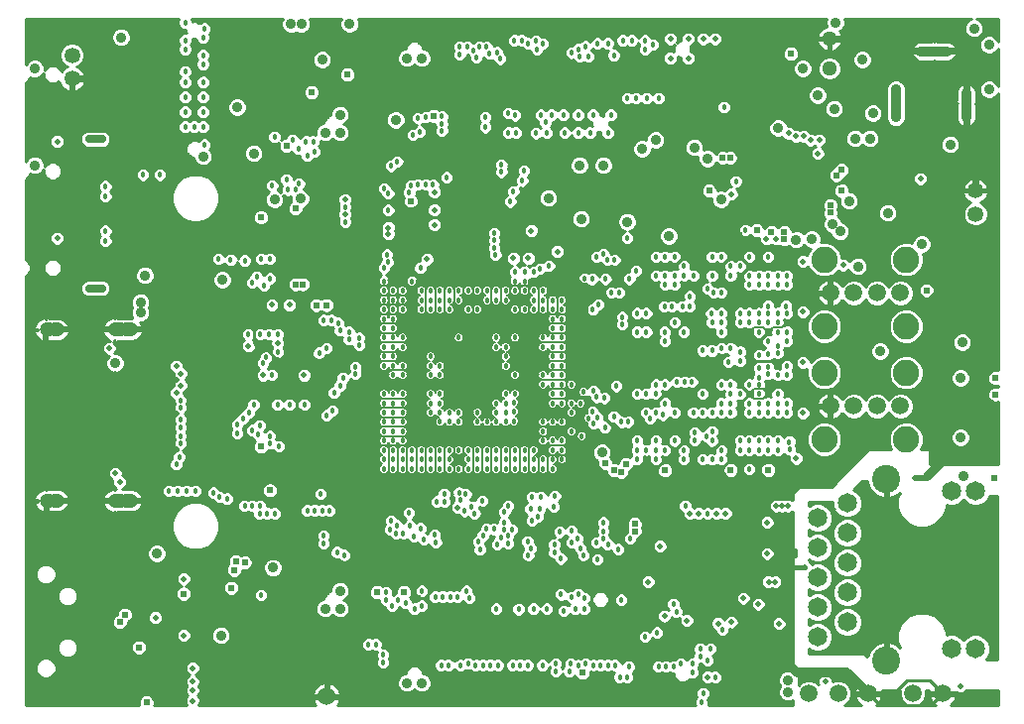
<source format=gbr>
G75*
G70*
%OFA0B0*%
%FSLAX24Y24*%
%IPPOS*%
%LPD*%
%AMOC8*
5,1,8,0,0,1.08239X$1,22.5*
%
%ADD10C,0.0356*%
%ADD11C,0.0600*%
%ADD12C,0.0531*%
%ADD13C,0.0510*%
%ADD14C,0.0709*%
%ADD15C,0.0238*%
%ADD16C,0.0472*%
%ADD17C,0.0277*%
%ADD18C,0.0591*%
%ADD19C,0.0886*%
%ADD20C,0.0650*%
%ADD21C,0.0945*%
%ADD22C,0.1699*%
%ADD23C,0.0100*%
%ADD24C,0.0180*%
%ADD25C,0.0237*%
%ADD26C,0.0354*%
%ADD27C,0.0198*%
%ADD28C,0.0050*%
%ADD29C,0.0400*%
%ADD30C,0.0295*%
%ADD31C,0.0300*%
%ADD32C,0.0200*%
%ADD33C,0.0240*%
%ADD34C,0.0600*%
%ADD35C,0.0160*%
D10*
X017770Y011471D03*
X018026Y012082D03*
X018636Y012338D03*
X019246Y012082D03*
X019502Y011471D03*
X019246Y010861D03*
X018636Y010605D03*
X018026Y010861D03*
X033852Y011471D03*
X034108Y012082D03*
X034719Y012338D03*
X035329Y012082D03*
X035585Y011471D03*
X035329Y010861D03*
X034719Y010605D03*
X034108Y010861D03*
X039579Y029539D03*
X039579Y029657D03*
X039579Y029775D03*
X039579Y029893D03*
X039579Y030012D03*
X039579Y030130D03*
X039579Y030248D03*
X039579Y030366D03*
X039579Y030484D03*
X040425Y031764D03*
X040504Y031764D03*
X040622Y031764D03*
X040740Y031764D03*
X040858Y031764D03*
X040976Y031764D03*
X041095Y031764D03*
X041213Y031764D03*
X041291Y031764D03*
X041941Y030366D03*
X041941Y030248D03*
X041941Y030130D03*
X041941Y030012D03*
X041941Y029893D03*
X041941Y029775D03*
X041941Y029657D03*
X041941Y029539D03*
X035585Y031156D03*
X035349Y031767D03*
X034719Y032023D03*
X034108Y031747D03*
X033852Y031156D03*
X034108Y030546D03*
X034719Y030290D03*
X035309Y030546D03*
X019502Y031156D03*
X019246Y031767D03*
X018636Y032023D03*
X018026Y031767D03*
X017770Y031156D03*
X018026Y030546D03*
X018636Y030290D03*
X019226Y030527D03*
D11*
X020452Y010082D03*
D12*
X042252Y026288D03*
X042252Y027075D03*
X011902Y030838D03*
X011902Y031625D03*
D13*
X037352Y031182D03*
X037352Y032182D03*
D14*
X035802Y027282D03*
X033452Y014432D03*
D15*
X035546Y026652D03*
X035546Y026888D03*
X035408Y027026D03*
X035172Y027026D03*
X035172Y027538D03*
X035408Y027538D03*
X035546Y027675D03*
X035546Y027912D03*
X036058Y027912D03*
X036058Y027675D03*
X036195Y027538D03*
X036432Y027538D03*
X036432Y027026D03*
X036195Y027026D03*
X036058Y026888D03*
X036058Y026652D03*
D16*
X013888Y022406D03*
X013770Y022406D03*
X013711Y022406D03*
X013554Y022406D03*
X013436Y022406D03*
X013337Y022406D03*
X011428Y022406D03*
X011310Y022406D03*
X011152Y022406D03*
X011034Y022406D03*
X011034Y016658D03*
X011152Y016658D03*
X011310Y016658D03*
X011428Y016667D03*
X013337Y016658D03*
X013436Y016658D03*
X013554Y016658D03*
X013711Y016658D03*
X013770Y016658D03*
X013888Y016658D03*
D17*
X012909Y023795D03*
X012830Y023795D03*
X012742Y023795D03*
X012643Y023795D03*
X012555Y023795D03*
X012476Y023795D03*
X012476Y028811D03*
X012555Y028811D03*
X012643Y028811D03*
X012742Y028811D03*
X012830Y028811D03*
X012909Y028811D03*
D18*
X036652Y010182D03*
X037652Y010182D03*
X038652Y010182D03*
X040152Y010182D03*
X041152Y010182D03*
X039732Y019840D03*
X038945Y019840D03*
X038157Y019840D03*
X037370Y019840D03*
X037370Y023640D03*
X038157Y023640D03*
X038945Y023640D03*
X039732Y023640D03*
D19*
X039929Y024762D03*
X039929Y022518D03*
X039929Y020962D03*
X039929Y018718D03*
X037173Y018718D03*
X037173Y020962D03*
X037173Y022518D03*
X037173Y024762D03*
D20*
X041452Y016982D03*
X042252Y016982D03*
X037952Y016582D03*
X037952Y015582D03*
X037952Y014582D03*
X037952Y013582D03*
X036952Y014082D03*
X036952Y015082D03*
X036952Y016082D03*
X036952Y013082D03*
X036952Y012082D03*
X037952Y012582D03*
X041452Y011682D03*
X042252Y011682D03*
D21*
X039252Y011282D03*
X039252Y017382D03*
D22*
X034723Y011475D03*
X018636Y011475D03*
X018636Y031160D03*
X034723Y031160D03*
D23*
X010352Y024211D02*
X010352Y009782D01*
X014152Y009782D01*
X014133Y009828D01*
X014133Y009935D01*
X014174Y010034D01*
X014249Y010109D01*
X014348Y010150D01*
X014455Y010150D01*
X014554Y010109D01*
X014629Y010034D01*
X014670Y009935D01*
X014670Y009828D01*
X014651Y009782D01*
X015749Y009782D01*
X015741Y009791D01*
X015703Y009882D01*
X015703Y009981D01*
X015741Y010073D01*
X015774Y010107D01*
X015741Y010141D01*
X015703Y010232D01*
X015703Y010331D01*
X015741Y010423D01*
X015749Y010432D01*
X015741Y010441D01*
X015703Y010532D01*
X015703Y010631D01*
X015741Y010723D01*
X015811Y010793D01*
X015844Y010807D01*
X015811Y010821D01*
X015741Y010891D01*
X015703Y010982D01*
X015703Y011081D01*
X015741Y011173D01*
X015811Y011243D01*
X015902Y011281D01*
X016001Y011281D01*
X016093Y011243D01*
X016163Y011173D01*
X016201Y011081D01*
X016201Y010982D01*
X016163Y010891D01*
X016093Y010821D01*
X016059Y010807D01*
X016093Y010793D01*
X016163Y010723D01*
X016201Y010631D01*
X016201Y010532D01*
X016163Y010441D01*
X016154Y010432D01*
X016163Y010423D01*
X016201Y010331D01*
X016201Y010232D01*
X016163Y010141D01*
X016129Y010107D01*
X016163Y010073D01*
X016201Y009981D01*
X016201Y009882D01*
X016163Y009791D01*
X016154Y009782D01*
X020087Y009782D01*
X020053Y009815D01*
X019982Y009988D01*
X019982Y010032D01*
X020401Y010032D01*
X020401Y010132D01*
X019982Y010132D01*
X019982Y010175D01*
X020053Y010348D01*
X020185Y010480D01*
X020358Y010552D01*
X020402Y010552D01*
X020402Y010132D01*
X020502Y010132D01*
X020502Y010552D01*
X020545Y010552D01*
X020718Y010480D01*
X020850Y010348D01*
X020922Y010175D01*
X020922Y010132D01*
X020502Y010132D01*
X020502Y010032D01*
X020922Y010032D01*
X020922Y009988D01*
X020850Y009815D01*
X020816Y009782D01*
X032833Y009782D01*
X032812Y009834D01*
X032812Y009929D01*
X032848Y010018D01*
X032892Y010061D01*
X032862Y010134D01*
X032862Y010229D01*
X032898Y010318D01*
X032966Y010385D01*
X033054Y010422D01*
X033149Y010422D01*
X033238Y010385D01*
X033305Y010318D01*
X033342Y010229D01*
X033342Y010134D01*
X033305Y010046D01*
X033261Y010002D01*
X033292Y009929D01*
X033292Y009834D01*
X033270Y009782D01*
X036102Y009782D01*
X036102Y009940D01*
X036017Y009904D01*
X035887Y009904D01*
X035766Y009954D01*
X035674Y010046D01*
X035624Y010167D01*
X035624Y010297D01*
X035674Y010417D01*
X035689Y010432D01*
X035674Y010446D01*
X035624Y010567D01*
X035624Y010697D01*
X035674Y010817D01*
X035766Y010909D01*
X035887Y010959D01*
X036017Y010959D01*
X036102Y010924D01*
X036102Y014782D01*
X036202Y014782D01*
X036202Y015032D01*
X036102Y015032D01*
X036102Y016279D01*
X036093Y016271D01*
X036001Y016233D01*
X035902Y016233D01*
X035852Y016254D01*
X035801Y016233D01*
X035702Y016233D01*
X035652Y016254D01*
X035601Y016233D01*
X035502Y016233D01*
X035411Y016271D01*
X035341Y016341D01*
X035303Y016432D01*
X035303Y016531D01*
X035341Y016623D01*
X035411Y016693D01*
X035502Y016731D01*
X035601Y016731D01*
X035652Y016710D01*
X035702Y016731D01*
X035801Y016731D01*
X035852Y016710D01*
X035902Y016731D01*
X036001Y016731D01*
X036093Y016693D01*
X036102Y016684D01*
X036102Y016932D01*
X036302Y017132D01*
X037402Y017132D01*
X038652Y018382D01*
X039427Y018382D01*
X039426Y018382D01*
X039336Y018600D01*
X039336Y018836D01*
X039426Y019054D01*
X039593Y019220D01*
X039811Y019311D01*
X040047Y019311D01*
X040265Y019220D01*
X040431Y019054D01*
X040522Y018836D01*
X040522Y018600D01*
X040431Y018382D01*
X040431Y018382D01*
X040702Y018382D01*
X040702Y017882D01*
X043007Y017882D01*
X043007Y019974D01*
X042980Y019963D01*
X042873Y019963D01*
X042774Y020004D01*
X042699Y020079D01*
X042658Y020178D01*
X042658Y020285D01*
X042699Y020384D01*
X042774Y020459D01*
X042873Y020500D01*
X042980Y020500D01*
X043007Y020489D01*
X043007Y020524D01*
X042980Y020513D01*
X042873Y020513D01*
X042774Y020554D01*
X042699Y020629D01*
X042658Y020728D01*
X042658Y020835D01*
X042699Y020934D01*
X042774Y021009D01*
X042873Y021050D01*
X042980Y021050D01*
X043007Y021039D01*
X043007Y030363D01*
X042979Y030296D01*
X042887Y030204D01*
X042767Y030154D01*
X042637Y030154D01*
X042516Y030204D01*
X042424Y030296D01*
X042374Y030417D01*
X042374Y030547D01*
X042424Y030667D01*
X042516Y030759D01*
X042637Y030809D01*
X042767Y030809D01*
X042887Y030759D01*
X042979Y030667D01*
X043007Y030600D01*
X043007Y031863D01*
X042979Y031796D01*
X042887Y031704D01*
X042767Y031654D01*
X042637Y031654D01*
X042516Y031704D01*
X042424Y031796D01*
X042374Y031917D01*
X042374Y032047D01*
X042424Y032167D01*
X042516Y032259D01*
X042637Y032309D01*
X042767Y032309D01*
X042887Y032259D01*
X042979Y032167D01*
X043007Y032100D01*
X043007Y032850D01*
X042287Y032850D01*
X042387Y032809D01*
X042479Y032717D01*
X042529Y032597D01*
X042529Y032467D01*
X042479Y032346D01*
X042387Y032254D01*
X042267Y032204D01*
X042137Y032204D01*
X042016Y032254D01*
X041924Y032346D01*
X041874Y032467D01*
X041874Y032597D01*
X041924Y032717D01*
X042016Y032809D01*
X042116Y032850D01*
X037857Y032850D01*
X037879Y032797D01*
X037879Y032667D01*
X037829Y032546D01*
X037737Y032454D01*
X037697Y032438D01*
X037712Y032422D01*
X037777Y032266D01*
X037777Y032217D01*
X037387Y032217D01*
X037387Y032147D01*
X037777Y032147D01*
X037777Y032097D01*
X037712Y031941D01*
X037592Y031821D01*
X037436Y031757D01*
X037387Y031757D01*
X037387Y032146D01*
X037317Y032146D01*
X037387Y032146D01*
X037317Y032146D02*
X037317Y031757D01*
X037267Y031757D01*
X037111Y031821D01*
X036991Y031941D01*
X036927Y032097D01*
X036927Y032147D01*
X037316Y032147D01*
X037316Y032217D01*
X036927Y032217D01*
X036927Y032266D01*
X036991Y032422D01*
X037111Y032542D01*
X037252Y032600D01*
X037224Y032667D01*
X037224Y032797D01*
X037247Y032850D01*
X021511Y032850D01*
X021554Y032747D01*
X021554Y032617D01*
X021504Y032496D01*
X021412Y032404D01*
X021292Y032354D01*
X021162Y032354D01*
X021041Y032404D01*
X020949Y032496D01*
X020899Y032617D01*
X020899Y032747D01*
X020942Y032850D01*
X019886Y032850D01*
X019929Y032747D01*
X019929Y032617D01*
X019879Y032496D01*
X019787Y032404D01*
X019667Y032354D01*
X019537Y032354D01*
X019427Y032400D01*
X019317Y032354D01*
X019187Y032354D01*
X019066Y032404D01*
X018974Y032496D01*
X018924Y032617D01*
X018924Y032747D01*
X018967Y032850D01*
X015912Y032850D01*
X015942Y032779D01*
X015942Y032768D01*
X015944Y032769D01*
X016059Y032769D01*
X016165Y032726D01*
X016185Y032705D01*
X016216Y032735D01*
X016304Y032772D01*
X016399Y032772D01*
X016488Y032735D01*
X016555Y032668D01*
X016592Y032579D01*
X016592Y032484D01*
X016555Y032396D01*
X016511Y032352D01*
X016542Y032279D01*
X016542Y032184D01*
X016505Y032096D01*
X016438Y032028D01*
X016349Y031992D01*
X016254Y031992D01*
X016166Y032028D01*
X016098Y032096D01*
X016062Y032184D01*
X016062Y032195D01*
X016059Y032194D01*
X015944Y032194D01*
X015934Y032198D01*
X015942Y032179D01*
X015942Y032084D01*
X015905Y031996D01*
X015891Y031982D01*
X015905Y031968D01*
X015942Y031879D01*
X015942Y031784D01*
X015905Y031696D01*
X015838Y031628D01*
X015749Y031592D01*
X015654Y031592D01*
X015566Y031628D01*
X015498Y031696D01*
X015462Y031784D01*
X015462Y031879D01*
X015498Y031968D01*
X015512Y031982D01*
X015498Y031996D01*
X015462Y032084D01*
X015462Y032179D01*
X015498Y032268D01*
X015566Y032335D01*
X015654Y032372D01*
X015736Y032372D01*
X015714Y032424D01*
X015714Y032492D01*
X015654Y032492D01*
X015566Y032528D01*
X015498Y032596D01*
X015462Y032684D01*
X015462Y032779D01*
X015491Y032850D01*
X010352Y032850D01*
X010352Y031312D01*
X010374Y031367D01*
X010466Y031459D01*
X010587Y031509D01*
X010717Y031509D01*
X010837Y031459D01*
X010929Y031367D01*
X010979Y031247D01*
X010979Y031126D01*
X010991Y031156D01*
X011077Y031242D01*
X011190Y031289D01*
X011313Y031289D01*
X011426Y031242D01*
X011512Y031156D01*
X011539Y031091D01*
X011655Y031207D01*
X011740Y031242D01*
X011666Y031273D01*
X011549Y031390D01*
X011486Y031543D01*
X011486Y031708D01*
X011549Y031861D01*
X011666Y031978D01*
X011819Y032041D01*
X011984Y032041D01*
X012137Y031978D01*
X012254Y031861D01*
X012317Y031708D01*
X012317Y031543D01*
X012254Y031390D01*
X012137Y031273D01*
X012064Y031242D01*
X012148Y031207D01*
X012271Y031085D01*
X012337Y030925D01*
X012337Y030877D01*
X011940Y030877D01*
X011940Y030799D01*
X011940Y030402D01*
X011988Y030402D01*
X012148Y030469D01*
X012271Y030591D01*
X012337Y030751D01*
X012337Y030799D01*
X011940Y030799D01*
X011863Y030799D01*
X011863Y030402D01*
X011815Y030402D01*
X011655Y030469D01*
X011532Y030591D01*
X011466Y030751D01*
X011466Y030761D01*
X011426Y030721D01*
X011313Y030674D01*
X011190Y030674D01*
X011077Y030721D01*
X010991Y030807D01*
X010944Y030920D01*
X010944Y031033D01*
X010929Y030996D01*
X010837Y030904D01*
X010717Y030854D01*
X010587Y030854D01*
X010497Y030892D01*
X010462Y030807D01*
X010376Y030721D01*
X010352Y030711D01*
X010352Y028062D01*
X010374Y028117D01*
X010466Y028209D01*
X010587Y028259D01*
X010717Y028259D01*
X010837Y028209D01*
X010929Y028117D01*
X010979Y027997D01*
X010979Y027876D01*
X010991Y027906D01*
X011077Y027992D01*
X011190Y028039D01*
X011313Y028039D01*
X011426Y027992D01*
X011512Y027906D01*
X011559Y027793D01*
X011559Y027670D01*
X011512Y027557D01*
X011426Y027471D01*
X011313Y027424D01*
X011190Y027424D01*
X011077Y027471D01*
X010991Y027557D01*
X010944Y027670D01*
X010944Y027783D01*
X010929Y027746D01*
X010837Y027654D01*
X010717Y027604D01*
X010587Y027604D01*
X010497Y027642D01*
X010462Y027557D01*
X010376Y027471D01*
X010352Y027461D01*
X010352Y024752D01*
X010376Y024742D01*
X010462Y024656D01*
X010509Y024543D01*
X010509Y024420D01*
X010462Y024307D01*
X010376Y024221D01*
X010352Y024211D01*
X010352Y024164D02*
X014026Y024164D01*
X014024Y024167D02*
X014074Y024046D01*
X014166Y023954D01*
X014287Y023904D01*
X014417Y023904D01*
X014537Y023954D01*
X014629Y024046D01*
X014679Y024167D01*
X014679Y024297D01*
X014629Y024417D01*
X014537Y024509D01*
X014417Y024559D01*
X014287Y024559D01*
X014166Y024509D01*
X014074Y024417D01*
X014024Y024297D01*
X014024Y024167D01*
X014024Y024263D02*
X011467Y024263D01*
X011426Y024221D02*
X011512Y024307D01*
X011559Y024420D01*
X011559Y024543D01*
X011512Y024656D01*
X011426Y024742D01*
X011313Y024789D01*
X011190Y024789D01*
X011077Y024742D01*
X010991Y024656D01*
X010944Y024543D01*
X010944Y024420D01*
X010991Y024307D01*
X011077Y024221D01*
X011190Y024174D01*
X011313Y024174D01*
X011426Y024221D01*
X011534Y024361D02*
X014051Y024361D01*
X014117Y024460D02*
X011559Y024460D01*
X011553Y024558D02*
X014285Y024558D01*
X014418Y024558D02*
X016723Y024558D01*
X016689Y024572D02*
X016777Y024536D01*
X016873Y024536D01*
X016961Y024572D01*
X017021Y024633D01*
X017028Y024616D01*
X017096Y024548D01*
X017184Y024512D01*
X017279Y024512D01*
X017368Y024548D01*
X017435Y024616D01*
X017462Y024682D01*
X017498Y024596D01*
X017566Y024528D01*
X017654Y024492D01*
X017749Y024492D01*
X017838Y024528D01*
X017905Y024596D01*
X017942Y024684D01*
X017942Y024779D01*
X017905Y024868D01*
X017838Y024935D01*
X017749Y024972D01*
X017654Y024972D01*
X017566Y024935D01*
X017498Y024868D01*
X017471Y024801D01*
X017435Y024888D01*
X017368Y024955D01*
X017279Y024992D01*
X017184Y024992D01*
X017096Y024955D01*
X017035Y024895D01*
X017028Y024912D01*
X016961Y024979D01*
X016873Y025016D01*
X016777Y025016D01*
X016689Y024979D01*
X016621Y024912D01*
X016585Y024823D01*
X016585Y024728D01*
X016621Y024640D01*
X016689Y024572D01*
X016614Y024657D02*
X011511Y024657D01*
X011394Y024755D02*
X016585Y024755D01*
X016597Y024854D02*
X010352Y024854D01*
X010352Y024952D02*
X016662Y024952D01*
X016988Y024952D02*
X017093Y024952D01*
X017370Y024952D02*
X017608Y024952D01*
X017493Y024854D02*
X017449Y024854D01*
X017452Y024657D02*
X017473Y024657D01*
X017536Y024558D02*
X017378Y024558D01*
X017086Y024558D02*
X016927Y024558D01*
X016887Y024409D02*
X016766Y024359D01*
X016674Y024267D01*
X016624Y024147D01*
X016624Y024017D01*
X016674Y023896D01*
X016766Y023804D01*
X016887Y023754D01*
X017017Y023754D01*
X017137Y023804D01*
X017229Y023896D01*
X017279Y024017D01*
X017279Y024147D01*
X017229Y024267D01*
X017137Y024359D01*
X017017Y024409D01*
X016887Y024409D01*
X016772Y024361D02*
X014652Y024361D01*
X014679Y024263D02*
X016673Y024263D01*
X016632Y024164D02*
X014678Y024164D01*
X014637Y024066D02*
X016624Y024066D01*
X016645Y023967D02*
X014550Y023967D01*
X014387Y023609D02*
X014267Y023659D01*
X014137Y023659D01*
X014016Y023609D01*
X013924Y023517D01*
X013874Y023397D01*
X013874Y023267D01*
X013920Y023157D01*
X013874Y023047D01*
X013874Y022917D01*
X013924Y022796D01*
X013929Y022792D01*
X013811Y022792D01*
X013788Y022792D01*
X013634Y022792D01*
X013632Y022791D01*
X013630Y022792D01*
X013512Y022792D01*
X013466Y022792D01*
X013418Y022812D01*
X013366Y022812D01*
X013366Y022792D01*
X013359Y022792D01*
X013308Y022771D01*
X013308Y022812D01*
X013256Y022812D01*
X013107Y022750D01*
X012993Y022636D01*
X012931Y022486D01*
X012931Y022434D01*
X013049Y022434D01*
X013049Y022377D01*
X012931Y022377D01*
X012931Y022325D01*
X012993Y022176D01*
X013107Y022061D01*
X013181Y022031D01*
X013102Y022031D01*
X013011Y021993D01*
X012941Y021923D01*
X012903Y021831D01*
X012903Y021732D01*
X012941Y021641D01*
X013011Y021571D01*
X013102Y021533D01*
X013140Y021533D01*
X013074Y021467D01*
X013024Y021347D01*
X013024Y021217D01*
X013074Y021096D01*
X013166Y021004D01*
X013287Y020954D01*
X013417Y020954D01*
X013537Y021004D01*
X013629Y021096D01*
X013679Y021217D01*
X013679Y021347D01*
X013629Y021467D01*
X013537Y021559D01*
X013417Y021609D01*
X013331Y021609D01*
X013363Y021641D01*
X013401Y021732D01*
X013401Y021831D01*
X013363Y021923D01*
X013293Y021993D01*
X013276Y021999D01*
X013308Y021999D01*
X013308Y022040D01*
X013359Y022019D01*
X013366Y022019D01*
X013366Y021999D01*
X013418Y021999D01*
X013466Y022019D01*
X013512Y022019D01*
X013630Y022019D01*
X013632Y022020D01*
X013634Y022019D01*
X013788Y022019D01*
X013811Y022019D01*
X013965Y022019D01*
X014107Y022078D01*
X014216Y022187D01*
X014274Y022329D01*
X014274Y022482D01*
X014216Y022624D01*
X014186Y022654D01*
X014267Y022654D01*
X014387Y022704D01*
X014479Y022796D01*
X014529Y022917D01*
X014529Y023047D01*
X014483Y023157D01*
X014529Y023267D01*
X014529Y023397D01*
X014479Y023517D01*
X014387Y023609D01*
X014423Y023573D02*
X022177Y023573D01*
X022173Y023577D02*
X022194Y023555D01*
X022173Y023534D01*
X022136Y023446D01*
X022136Y023350D01*
X022173Y023262D01*
X022194Y023240D01*
X022173Y023219D01*
X022136Y023131D01*
X022136Y023035D01*
X022173Y022947D01*
X022194Y022925D01*
X022173Y022904D01*
X022136Y022816D01*
X022136Y022720D01*
X022173Y022632D01*
X022194Y022610D01*
X022173Y022589D01*
X022136Y022501D01*
X022136Y022405D01*
X022173Y022317D01*
X022194Y022295D01*
X022173Y022274D01*
X022136Y022186D01*
X022136Y022090D01*
X022173Y022002D01*
X022194Y021980D01*
X022173Y021959D01*
X022136Y021871D01*
X022136Y021775D01*
X022173Y021687D01*
X022194Y021665D01*
X022173Y021644D01*
X022136Y021556D01*
X022136Y021460D01*
X022173Y021372D01*
X022194Y021351D01*
X022173Y021329D01*
X022136Y021241D01*
X022136Y021145D01*
X022173Y021057D01*
X022240Y020990D01*
X022328Y020953D01*
X022424Y020953D01*
X022470Y020972D01*
X022451Y020926D01*
X022451Y020830D01*
X022488Y020742D01*
X022555Y020675D01*
X022643Y020638D01*
X022739Y020638D01*
X022827Y020675D01*
X022848Y020696D01*
X022870Y020675D01*
X022958Y020638D01*
X023054Y020638D01*
X023142Y020675D01*
X023209Y020742D01*
X023246Y020830D01*
X023246Y020926D01*
X023209Y021014D01*
X023188Y021036D01*
X023209Y021057D01*
X023246Y021145D01*
X023246Y021241D01*
X023209Y021329D01*
X023142Y021396D01*
X023054Y021433D01*
X022958Y021433D01*
X022912Y021414D01*
X022931Y021460D01*
X022931Y021556D01*
X022912Y021602D01*
X022913Y021602D01*
X022912Y021602D02*
X022958Y021583D01*
X023054Y021583D01*
X023142Y021620D01*
X023209Y021687D01*
X023246Y021775D01*
X023246Y021871D01*
X023209Y021959D01*
X023188Y021980D01*
X023209Y022002D01*
X023246Y022090D01*
X023246Y022186D01*
X023209Y022274D01*
X023142Y022341D01*
X023054Y022378D01*
X022958Y022378D01*
X022912Y022359D01*
X022931Y022405D01*
X022931Y022501D01*
X022894Y022589D01*
X022873Y022610D01*
X022894Y022632D01*
X022931Y022720D01*
X022931Y022816D01*
X022912Y022862D01*
X022958Y022843D01*
X023054Y022843D01*
X023142Y022879D01*
X023209Y022947D01*
X023246Y023035D01*
X023246Y023131D01*
X023209Y023219D01*
X023188Y023240D01*
X023209Y023262D01*
X023246Y023350D01*
X023246Y023446D01*
X023209Y023534D01*
X023188Y023555D01*
X023209Y023577D01*
X023246Y023665D01*
X023246Y023760D01*
X023227Y023807D01*
X023273Y023788D01*
X023369Y023788D01*
X023415Y023807D01*
X023396Y023760D01*
X023396Y023665D01*
X023432Y023577D01*
X023454Y023555D01*
X023432Y023534D01*
X023396Y023446D01*
X023396Y023350D01*
X023432Y023262D01*
X023454Y023240D01*
X023432Y023219D01*
X023396Y023131D01*
X023396Y023035D01*
X023432Y022947D01*
X023500Y022879D01*
X023588Y022843D01*
X023684Y022843D01*
X023772Y022879D01*
X023793Y022901D01*
X023815Y022879D01*
X023903Y022843D01*
X023999Y022843D01*
X024087Y022879D01*
X024108Y022901D01*
X024130Y022879D01*
X024218Y022843D01*
X024314Y022843D01*
X024402Y022879D01*
X024423Y022901D01*
X024445Y022879D01*
X024533Y022843D01*
X024629Y022843D01*
X024717Y022879D01*
X024784Y022947D01*
X024821Y023035D01*
X024821Y023131D01*
X024801Y023177D01*
X024848Y023158D01*
X024943Y023158D01*
X024990Y023177D01*
X024971Y023131D01*
X024971Y023035D01*
X025007Y022947D01*
X025075Y022879D01*
X025163Y022843D01*
X025258Y022843D01*
X025347Y022879D01*
X025368Y022901D01*
X025390Y022879D01*
X025478Y022843D01*
X025573Y022843D01*
X025662Y022879D01*
X025729Y022947D01*
X025766Y023035D01*
X025766Y023131D01*
X025746Y023177D01*
X025793Y023158D01*
X025888Y023158D01*
X025977Y023194D01*
X025998Y023216D01*
X026020Y023194D01*
X026108Y023158D01*
X026203Y023158D01*
X026292Y023194D01*
X026313Y023216D01*
X026335Y023194D01*
X026423Y023158D01*
X026518Y023158D01*
X026565Y023177D01*
X026546Y023131D01*
X026546Y023035D01*
X026582Y022947D01*
X026650Y022879D01*
X026738Y022843D01*
X026833Y022843D01*
X026921Y022879D01*
X026943Y022901D01*
X026964Y022879D01*
X027053Y022843D01*
X027148Y022843D01*
X027236Y022879D01*
X027258Y022901D01*
X027279Y022879D01*
X027368Y022843D01*
X027463Y022843D01*
X027551Y022879D01*
X027573Y022901D01*
X027594Y022879D01*
X027683Y022843D01*
X027778Y022843D01*
X027825Y022862D01*
X027805Y022816D01*
X027805Y022720D01*
X027842Y022632D01*
X027863Y022610D01*
X027842Y022589D01*
X027805Y022501D01*
X027805Y022405D01*
X027825Y022359D01*
X027778Y022378D01*
X027683Y022378D01*
X027594Y022341D01*
X027527Y022274D01*
X027490Y022186D01*
X027490Y022090D01*
X027527Y022002D01*
X027548Y021980D01*
X027527Y021959D01*
X027490Y021871D01*
X027490Y021775D01*
X027527Y021687D01*
X027594Y021620D01*
X027683Y021583D01*
X027778Y021583D01*
X027825Y021602D01*
X027805Y021556D01*
X027805Y021460D01*
X027842Y021372D01*
X027863Y021351D01*
X027842Y021329D01*
X027805Y021241D01*
X027805Y021145D01*
X027825Y021099D01*
X027778Y021118D01*
X027683Y021118D01*
X027594Y021082D01*
X027527Y021014D01*
X027490Y020926D01*
X027490Y020830D01*
X027527Y020742D01*
X027548Y020721D01*
X027527Y020699D01*
X027490Y020611D01*
X027490Y020515D01*
X027527Y020427D01*
X027594Y020360D01*
X027683Y020323D01*
X027778Y020323D01*
X027825Y020342D01*
X027805Y020296D01*
X027805Y020200D01*
X027842Y020112D01*
X027863Y020091D01*
X027842Y020069D01*
X027805Y019981D01*
X027805Y019885D01*
X027842Y019797D01*
X027909Y019730D01*
X027998Y019693D01*
X028093Y019693D01*
X028181Y019730D01*
X028225Y019730D01*
X028224Y019730D02*
X028313Y019693D01*
X028408Y019693D01*
X028455Y019713D01*
X028435Y019666D01*
X028435Y019571D01*
X028455Y019524D01*
X028408Y019543D01*
X028313Y019543D01*
X028224Y019507D01*
X028203Y019485D01*
X028181Y019507D01*
X028093Y019543D01*
X027998Y019543D01*
X027909Y019507D01*
X027888Y019485D01*
X027866Y019507D01*
X027778Y019543D01*
X027683Y019543D01*
X027594Y019507D01*
X027527Y019439D01*
X027490Y019351D01*
X027490Y019256D01*
X027527Y019167D01*
X027548Y019146D01*
X027527Y019124D01*
X027490Y019036D01*
X027490Y018941D01*
X023246Y018941D01*
X023246Y019036D01*
X023209Y019124D01*
X023188Y019146D01*
X023209Y019167D01*
X023246Y019256D01*
X023246Y019351D01*
X023209Y019439D01*
X023188Y019461D01*
X023209Y019482D01*
X023246Y019571D01*
X023246Y019666D01*
X023209Y019754D01*
X023188Y019776D01*
X023209Y019797D01*
X023246Y019885D01*
X023246Y019981D01*
X023209Y020069D01*
X023188Y020091D01*
X023209Y020112D01*
X023246Y020200D01*
X023246Y020296D01*
X023209Y020384D01*
X023142Y020452D01*
X023054Y020488D01*
X022958Y020488D01*
X022870Y020452D01*
X022848Y020430D01*
X022827Y020452D01*
X022739Y020488D01*
X022643Y020488D01*
X022555Y020452D01*
X022534Y020430D01*
X022512Y020452D01*
X022424Y020488D01*
X022328Y020488D01*
X022240Y020452D01*
X022173Y020384D01*
X022136Y020296D01*
X022136Y020200D01*
X022173Y020112D01*
X022194Y020091D01*
X022173Y020069D01*
X022136Y019981D01*
X022136Y019885D01*
X022173Y019797D01*
X022194Y019776D01*
X022173Y019754D01*
X022136Y019666D01*
X022136Y019571D01*
X022173Y019482D01*
X022194Y019461D01*
X022173Y019439D01*
X022136Y019351D01*
X022136Y019256D01*
X022173Y019167D01*
X022194Y019146D01*
X022173Y019124D01*
X022136Y019036D01*
X022136Y018941D01*
X018766Y018941D01*
X018755Y018968D02*
X018688Y019035D01*
X018599Y019072D01*
X018504Y019072D01*
X018416Y019035D01*
X018368Y018987D01*
X018361Y019002D01*
X018405Y019046D01*
X018442Y019134D01*
X018442Y019229D01*
X018405Y019318D01*
X018338Y019385D01*
X018249Y019422D01*
X018154Y019422D01*
X018066Y019385D01*
X017998Y019318D01*
X017979Y019272D01*
X017904Y019272D01*
X017816Y019235D01*
X017748Y019168D01*
X017712Y019079D01*
X017712Y018984D01*
X017748Y018896D01*
X017816Y018828D01*
X017904Y018792D01*
X017929Y018792D01*
X017948Y018746D01*
X018016Y018678D01*
X018053Y018663D01*
X018024Y018634D01*
X017983Y018535D01*
X017983Y018428D01*
X018024Y018329D01*
X018099Y018254D01*
X018198Y018213D01*
X018305Y018213D01*
X018404Y018254D01*
X018479Y018329D01*
X018487Y018349D01*
X018504Y018342D01*
X018599Y018342D01*
X018642Y018360D01*
X018648Y018346D01*
X018716Y018278D01*
X018804Y018242D01*
X018899Y018242D01*
X018988Y018278D01*
X019055Y018346D01*
X019092Y018434D01*
X019092Y018529D01*
X019055Y018618D01*
X018988Y018685D01*
X018899Y018722D01*
X018804Y018722D01*
X018761Y018704D01*
X018760Y018707D01*
X018792Y018784D01*
X018792Y018879D01*
X018755Y018968D01*
X018676Y019040D02*
X022138Y019040D01*
X022136Y018941D02*
X022173Y018852D01*
X022194Y018831D01*
X022173Y018809D01*
X022136Y018721D01*
X022136Y018626D01*
X022173Y018537D01*
X022194Y018516D01*
X022173Y018494D01*
X022136Y018406D01*
X022136Y018311D01*
X022173Y018222D01*
X022194Y018201D01*
X022173Y018179D01*
X022136Y018091D01*
X022136Y017996D01*
X022173Y017907D01*
X022194Y017886D01*
X022173Y017864D01*
X022136Y017776D01*
X022136Y017681D01*
X022173Y017593D01*
X022240Y017525D01*
X022328Y017489D01*
X022424Y017489D01*
X022512Y017525D01*
X022534Y017547D01*
X022555Y017525D01*
X022643Y017489D01*
X022739Y017489D01*
X022827Y017525D01*
X022848Y017547D01*
X022870Y017525D01*
X022958Y017489D01*
X023054Y017489D01*
X023142Y017525D01*
X023163Y017547D01*
X023185Y017525D01*
X023273Y017489D01*
X023369Y017489D01*
X023457Y017525D01*
X023478Y017547D01*
X023500Y017525D01*
X023588Y017489D01*
X023684Y017489D01*
X023772Y017525D01*
X023793Y017547D01*
X023815Y017525D01*
X023903Y017489D01*
X023999Y017489D01*
X024087Y017525D01*
X024108Y017547D01*
X024130Y017525D01*
X024218Y017489D01*
X024314Y017489D01*
X024402Y017525D01*
X024423Y017547D01*
X024445Y017525D01*
X024533Y017489D01*
X024629Y017489D01*
X024717Y017525D01*
X024738Y017547D01*
X024760Y017525D01*
X024848Y017489D01*
X024943Y017489D01*
X025032Y017525D01*
X025053Y017547D01*
X025075Y017525D01*
X025163Y017489D01*
X025258Y017489D01*
X025347Y017525D01*
X025368Y017547D01*
X025390Y017525D01*
X025478Y017489D01*
X025573Y017489D01*
X025662Y017525D01*
X025683Y017547D01*
X025705Y017525D01*
X025793Y017489D01*
X025888Y017489D01*
X025977Y017525D01*
X025998Y017547D01*
X026020Y017525D01*
X026108Y017489D01*
X026203Y017489D01*
X026292Y017525D01*
X026313Y017547D01*
X026335Y017525D01*
X026423Y017489D01*
X026518Y017489D01*
X026606Y017525D01*
X026628Y017547D01*
X026650Y017525D01*
X026738Y017489D01*
X026833Y017489D01*
X026921Y017525D01*
X026943Y017547D01*
X026964Y017525D01*
X027053Y017489D01*
X027148Y017489D01*
X027236Y017525D01*
X027258Y017547D01*
X027279Y017525D01*
X027368Y017489D01*
X027463Y017489D01*
X027551Y017525D01*
X027573Y017547D01*
X027594Y017525D01*
X027683Y017489D01*
X027778Y017489D01*
X027866Y017525D01*
X027888Y017547D01*
X027909Y017525D01*
X027998Y017489D01*
X028093Y017489D01*
X028181Y017525D01*
X028249Y017593D01*
X028285Y017681D01*
X028285Y017776D01*
X028266Y017823D01*
X028313Y017803D01*
X028408Y017803D01*
X028496Y017840D01*
X028564Y017907D01*
X028600Y017996D01*
X028600Y018091D01*
X028564Y018179D01*
X028542Y018201D01*
X028564Y018222D01*
X028600Y018311D01*
X028600Y018406D01*
X028564Y018494D01*
X028542Y018516D01*
X028564Y018537D01*
X028600Y018626D01*
X028600Y018721D01*
X028581Y018768D01*
X028628Y018748D01*
X028723Y018748D01*
X028792Y018777D01*
X028826Y018695D01*
X028894Y018627D01*
X028982Y018591D01*
X029077Y018591D01*
X029166Y018627D01*
X029233Y018695D01*
X029270Y018783D01*
X029270Y018879D01*
X029233Y018967D01*
X029166Y019034D01*
X029077Y019071D01*
X028982Y019071D01*
X028913Y019042D01*
X028879Y019124D01*
X028811Y019192D01*
X028723Y019228D01*
X028628Y019228D01*
X028581Y019209D01*
X028600Y019256D01*
X028600Y019351D01*
X028581Y019398D01*
X028628Y019378D01*
X028723Y019378D01*
X028811Y019415D01*
X028879Y019482D01*
X028915Y019571D01*
X028915Y019666D01*
X028896Y019713D01*
X028942Y019693D01*
X029038Y019693D01*
X029126Y019730D01*
X029162Y019766D01*
X029137Y019704D01*
X029137Y019644D01*
X029116Y019635D01*
X029048Y019568D01*
X029012Y019479D01*
X029012Y019384D01*
X029048Y019296D01*
X029116Y019228D01*
X029192Y019197D01*
X029223Y019121D01*
X029291Y019053D01*
X029379Y019017D01*
X029474Y019017D01*
X029563Y019053D01*
X029571Y019062D01*
X029598Y018996D01*
X029666Y018928D01*
X029754Y018892D01*
X029849Y018892D01*
X029938Y018928D01*
X030005Y018996D01*
X030042Y019084D01*
X030042Y019179D01*
X030008Y019261D01*
X030054Y019242D01*
X030109Y019242D01*
X030138Y019171D01*
X030206Y019103D01*
X030294Y019067D01*
X030389Y019067D01*
X030467Y019099D01*
X030544Y019067D01*
X030639Y019067D01*
X030728Y019103D01*
X030795Y019171D01*
X030832Y019259D01*
X030832Y019354D01*
X030795Y019443D01*
X030728Y019510D01*
X030639Y019547D01*
X030544Y019547D01*
X030467Y019515D01*
X030389Y019547D01*
X030334Y019547D01*
X030305Y019618D01*
X030238Y019685D01*
X030149Y019722D01*
X030054Y019722D01*
X029966Y019685D01*
X029898Y019618D01*
X029862Y019529D01*
X029862Y019434D01*
X029792Y019434D01*
X029792Y019409D02*
X029792Y019504D01*
X029755Y019593D01*
X029688Y019660D01*
X029617Y019689D01*
X029617Y019704D01*
X029580Y019793D01*
X029513Y019860D01*
X029424Y019897D01*
X029329Y019897D01*
X029241Y019860D01*
X029205Y019824D01*
X029230Y019885D01*
X029230Y019981D01*
X029194Y020069D01*
X029175Y020088D01*
X029213Y020103D01*
X029277Y020167D01*
X029291Y020153D01*
X029292Y020153D01*
X029292Y020094D01*
X029328Y020006D01*
X029396Y019938D01*
X029484Y019902D01*
X029579Y019902D01*
X029624Y019920D01*
X029641Y019903D01*
X029729Y019867D01*
X029824Y019867D01*
X029913Y019903D01*
X029980Y019971D01*
X030017Y020059D01*
X030017Y020154D01*
X029980Y020243D01*
X029913Y020310D01*
X029824Y020347D01*
X029729Y020347D01*
X029684Y020328D01*
X029668Y020345D01*
X029667Y020345D01*
X029667Y020404D01*
X029630Y020493D01*
X029563Y020560D01*
X029474Y020597D01*
X029379Y020597D01*
X029291Y020560D01*
X029227Y020496D01*
X029213Y020510D01*
X029124Y020547D01*
X029029Y020547D01*
X028941Y020510D01*
X028893Y020463D01*
X028915Y020515D01*
X028915Y020611D01*
X028879Y020699D01*
X028811Y020767D01*
X028723Y020803D01*
X028628Y020803D01*
X028581Y020784D01*
X028600Y020830D01*
X028600Y020926D01*
X028564Y021014D01*
X028542Y021036D01*
X028564Y021057D01*
X028600Y021145D01*
X028600Y021241D01*
X028564Y021329D01*
X028542Y021351D01*
X028564Y021372D01*
X028600Y021460D01*
X028600Y021556D01*
X028564Y021644D01*
X028542Y021665D01*
X028564Y021687D01*
X028600Y021775D01*
X028600Y021871D01*
X028564Y021959D01*
X028542Y021980D01*
X028564Y022002D01*
X028600Y022090D01*
X028600Y022186D01*
X028564Y022274D01*
X028542Y022295D01*
X028564Y022317D01*
X028600Y022405D01*
X028600Y022501D01*
X028564Y022589D01*
X028542Y022610D01*
X028564Y022632D01*
X028600Y022720D01*
X028600Y022816D01*
X028564Y022904D01*
X028542Y022925D01*
X028564Y022947D01*
X028600Y023035D01*
X028600Y023131D01*
X028564Y023219D01*
X028542Y023240D01*
X028564Y023262D01*
X028600Y023350D01*
X028600Y023446D01*
X028564Y023534D01*
X028496Y023601D01*
X028408Y023638D01*
X028313Y023638D01*
X028224Y023601D01*
X028203Y023580D01*
X028181Y023601D01*
X028093Y023638D01*
X027998Y023638D01*
X027951Y023618D01*
X027970Y023665D01*
X027970Y023760D01*
X027934Y023849D01*
X027866Y023916D01*
X027778Y023953D01*
X027683Y023953D01*
X027594Y023916D01*
X027573Y023895D01*
X027551Y023916D01*
X027463Y023953D01*
X027368Y023953D01*
X027321Y023933D01*
X027340Y023980D01*
X027340Y024075D01*
X027321Y024122D01*
X027368Y024103D01*
X027463Y024103D01*
X027551Y024139D01*
X027619Y024207D01*
X027623Y024217D01*
X027674Y024217D01*
X027763Y024253D01*
X027830Y024321D01*
X027836Y024335D01*
X027879Y024317D01*
X027974Y024317D01*
X028063Y024353D01*
X028130Y024421D01*
X028167Y024509D01*
X028167Y024604D01*
X028130Y024693D01*
X028063Y024760D01*
X027974Y024797D01*
X027879Y024797D01*
X027791Y024760D01*
X027723Y024693D01*
X027717Y024679D01*
X027674Y024697D01*
X027579Y024697D01*
X027491Y024660D01*
X027423Y024593D01*
X027419Y024583D01*
X027368Y024583D01*
X027279Y024546D01*
X027258Y024525D01*
X027236Y024546D01*
X027209Y024558D01*
X027276Y024558D01*
X027368Y024596D01*
X027438Y024666D01*
X027476Y024757D01*
X027476Y024856D01*
X027438Y024948D01*
X027368Y025018D01*
X027276Y025056D01*
X027177Y025056D01*
X027086Y025018D01*
X027016Y024948D01*
X026978Y024856D01*
X026978Y024757D01*
X027016Y024666D01*
X027086Y024596D01*
X027117Y024583D01*
X027053Y024583D01*
X026964Y024546D01*
X026943Y024525D01*
X026921Y024546D01*
X026835Y024582D01*
X026868Y024596D01*
X026938Y024666D01*
X026976Y024757D01*
X026976Y024856D01*
X026938Y024948D01*
X026868Y025018D01*
X026776Y025056D01*
X026677Y025056D01*
X026586Y025018D01*
X026516Y024948D01*
X026478Y024856D01*
X026478Y024757D01*
X026516Y024666D01*
X026586Y024596D01*
X026677Y024558D01*
X026677Y024558D01*
X026650Y024546D01*
X026582Y024479D01*
X026546Y024390D01*
X026546Y024295D01*
X026582Y024207D01*
X026604Y024185D01*
X026582Y024164D01*
X026546Y024075D01*
X026546Y023980D01*
X026565Y023933D01*
X026518Y023953D01*
X026423Y023953D01*
X026335Y023916D01*
X026313Y023895D01*
X026292Y023916D01*
X026203Y023953D01*
X026108Y023953D01*
X026020Y023916D01*
X025998Y023895D01*
X025977Y023916D01*
X025888Y023953D01*
X025793Y023953D01*
X025705Y023916D01*
X025683Y023895D01*
X025662Y023916D01*
X025573Y023953D01*
X025478Y023953D01*
X025390Y023916D01*
X025368Y023895D01*
X025347Y023916D01*
X025258Y023953D01*
X025163Y023953D01*
X025075Y023916D01*
X025053Y023895D01*
X025032Y023916D01*
X024943Y023953D01*
X024848Y023953D01*
X024760Y023916D01*
X024738Y023895D01*
X024717Y023916D01*
X024629Y023953D01*
X024533Y023953D01*
X024445Y023916D01*
X024423Y023895D01*
X024402Y023916D01*
X024314Y023953D01*
X024218Y023953D01*
X024130Y023916D01*
X024108Y023895D01*
X024087Y023916D01*
X023999Y023953D01*
X023903Y023953D01*
X023815Y023916D01*
X023793Y023895D01*
X023772Y023916D01*
X023684Y023953D01*
X023588Y023953D01*
X023542Y023933D01*
X023561Y023980D01*
X023561Y024075D01*
X023524Y024164D01*
X026582Y024164D01*
X026559Y024263D02*
X023700Y024263D01*
X023738Y024278D02*
X023805Y024346D01*
X023842Y024434D01*
X023842Y024529D01*
X023840Y024533D01*
X023876Y024533D01*
X023968Y024571D01*
X024038Y024641D01*
X024076Y024732D01*
X024076Y024831D01*
X024038Y024923D01*
X023968Y024993D01*
X023876Y025031D01*
X023777Y025031D01*
X023686Y024993D01*
X023616Y024923D01*
X023578Y024831D01*
X023578Y024732D01*
X023582Y024722D01*
X023554Y024722D01*
X023466Y024685D01*
X023398Y024618D01*
X023362Y024529D01*
X023362Y024434D01*
X023398Y024346D01*
X023466Y024278D01*
X023554Y024242D01*
X023649Y024242D01*
X023738Y024278D01*
X023811Y024361D02*
X026546Y024361D01*
X026574Y024460D02*
X023842Y024460D01*
X023938Y024558D02*
X026676Y024558D01*
X026524Y024657D02*
X024044Y024657D01*
X024076Y024755D02*
X025964Y024755D01*
X025991Y024728D02*
X026079Y024692D01*
X026174Y024692D01*
X026263Y024728D01*
X026330Y024796D01*
X026367Y024884D01*
X026367Y024979D01*
X026330Y025068D01*
X026308Y025089D01*
X026317Y025109D01*
X026317Y025204D01*
X026285Y025282D01*
X026317Y025359D01*
X026317Y025454D01*
X026285Y025532D01*
X026317Y025609D01*
X026317Y025704D01*
X026280Y025793D01*
X026213Y025860D01*
X026124Y025897D01*
X026029Y025897D01*
X025941Y025860D01*
X025873Y025793D01*
X025837Y025704D01*
X025837Y025609D01*
X025869Y025532D01*
X025837Y025454D01*
X025837Y025359D01*
X025869Y025282D01*
X025837Y025204D01*
X025837Y025109D01*
X025873Y025021D01*
X025895Y024999D01*
X025887Y024979D01*
X025887Y024884D01*
X025923Y024796D01*
X025991Y024728D01*
X025899Y024854D02*
X024066Y024854D01*
X024008Y024952D02*
X025887Y024952D01*
X025861Y025051D02*
X022687Y025051D01*
X022680Y025068D02*
X022613Y025135D01*
X022524Y025172D01*
X022429Y025172D01*
X022341Y025135D01*
X022273Y025068D01*
X022237Y024979D01*
X022237Y024884D01*
X022273Y024796D01*
X022284Y024784D01*
X022262Y024729D01*
X022262Y024694D01*
X022241Y024685D01*
X022173Y024618D01*
X022137Y024529D01*
X022137Y024434D01*
X022173Y024346D01*
X022241Y024278D01*
X022297Y024255D01*
X022240Y024231D01*
X022173Y024164D01*
X019793Y024164D01*
X019804Y024159D02*
X019705Y024200D01*
X019598Y024200D01*
X019527Y024171D01*
X019455Y024200D01*
X019348Y024200D01*
X019249Y024159D01*
X019174Y024084D01*
X019133Y023985D01*
X019133Y023878D01*
X019174Y023779D01*
X019249Y023704D01*
X019348Y023663D01*
X019455Y023663D01*
X019527Y023693D01*
X019598Y023663D01*
X019705Y023663D01*
X019804Y023704D01*
X019879Y023779D01*
X019920Y023878D01*
X019920Y023985D01*
X019879Y024084D01*
X019804Y024159D01*
X019887Y024066D02*
X022136Y024066D01*
X022136Y024075D02*
X022136Y023980D01*
X022173Y023892D01*
X022194Y023870D01*
X022173Y023849D01*
X022136Y023760D01*
X022136Y023665D01*
X022173Y023577D01*
X022136Y023671D02*
X019725Y023671D01*
X019578Y023671D02*
X019475Y023671D01*
X019328Y023671D02*
X018471Y023671D01*
X018488Y023678D02*
X018555Y023746D01*
X018592Y023834D01*
X018592Y023892D01*
X018599Y023892D01*
X018688Y023928D01*
X018755Y023996D01*
X018792Y024084D01*
X018792Y024179D01*
X018755Y024268D01*
X018688Y024335D01*
X018599Y024372D01*
X018504Y024372D01*
X018416Y024335D01*
X018348Y024268D01*
X018337Y024241D01*
X018305Y024318D01*
X018238Y024385D01*
X018149Y024422D01*
X018054Y024422D01*
X017966Y024385D01*
X017898Y024318D01*
X017862Y024229D01*
X017862Y024204D01*
X017816Y024185D01*
X017748Y024118D01*
X017712Y024029D01*
X017712Y023934D01*
X017748Y023846D01*
X017816Y023778D01*
X017904Y023742D01*
X017999Y023742D01*
X018088Y023778D01*
X018121Y023812D01*
X018148Y023746D01*
X018216Y023678D01*
X018304Y023642D01*
X018399Y023642D01*
X018488Y023678D01*
X018565Y023770D02*
X019183Y023770D01*
X019137Y023868D02*
X018592Y023868D01*
X018726Y023967D02*
X019133Y023967D01*
X019166Y024066D02*
X018784Y024066D01*
X018792Y024164D02*
X019261Y024164D01*
X018757Y024263D02*
X022278Y024263D01*
X022173Y024164D02*
X022136Y024075D01*
X022141Y023967D02*
X019920Y023967D01*
X019916Y023868D02*
X022192Y023868D01*
X022140Y023770D02*
X019870Y023770D01*
X019985Y023474D02*
X019293Y023474D01*
X019256Y023489D02*
X019157Y023489D01*
X019066Y023451D01*
X018996Y023381D01*
X018958Y023290D01*
X018958Y023191D01*
X018996Y023099D01*
X019066Y023029D01*
X019157Y022991D01*
X019256Y022991D01*
X019348Y023029D01*
X019418Y023099D01*
X019456Y023191D01*
X019456Y023290D01*
X019418Y023381D01*
X019348Y023451D01*
X019256Y023489D01*
X019121Y023474D02*
X018702Y023474D01*
X018666Y023489D02*
X018567Y023489D01*
X018475Y023451D01*
X018405Y023381D01*
X018367Y023290D01*
X018367Y023191D01*
X018405Y023099D01*
X018475Y023029D01*
X018567Y022991D01*
X018666Y022991D01*
X018757Y023029D01*
X018827Y023099D01*
X018865Y023191D01*
X018865Y023290D01*
X018827Y023381D01*
X018757Y023451D01*
X018666Y023489D01*
X018530Y023474D02*
X014497Y023474D01*
X014529Y023376D02*
X018403Y023376D01*
X018367Y023277D02*
X014529Y023277D01*
X014492Y023179D02*
X018372Y023179D01*
X018424Y023080D02*
X014515Y023080D01*
X014529Y022982D02*
X020003Y022982D01*
X020048Y022963D02*
X019949Y023004D01*
X019874Y023079D01*
X019833Y023178D01*
X019833Y023285D01*
X019874Y023384D01*
X019949Y023459D01*
X020048Y023500D01*
X020155Y023500D01*
X020254Y023459D01*
X020277Y023437D01*
X020299Y023459D01*
X020398Y023500D01*
X020505Y023500D01*
X020604Y023459D01*
X020679Y023384D01*
X020720Y023285D01*
X020720Y023178D01*
X020679Y023079D01*
X020604Y023004D01*
X020505Y022963D01*
X020420Y022963D01*
X020477Y022940D01*
X020554Y022972D01*
X020649Y022972D01*
X020738Y022935D01*
X020802Y022871D01*
X020804Y022872D01*
X020899Y022872D01*
X020988Y022835D01*
X021055Y022768D01*
X021092Y022679D01*
X021092Y022584D01*
X021076Y022547D01*
X021081Y022541D01*
X021154Y022572D01*
X021249Y022572D01*
X021338Y022535D01*
X021405Y022468D01*
X021442Y022379D01*
X021442Y022346D01*
X021504Y022372D01*
X021599Y022372D01*
X021688Y022335D01*
X021755Y022268D01*
X021792Y022179D01*
X021792Y022084D01*
X021760Y022007D01*
X021792Y021929D01*
X021792Y021834D01*
X021755Y021746D01*
X021688Y021678D01*
X021599Y021642D01*
X021504Y021642D01*
X021416Y021678D01*
X021348Y021746D01*
X021312Y021834D01*
X021312Y021867D01*
X021249Y021842D01*
X021154Y021842D01*
X021066Y021878D01*
X020998Y021946D01*
X020962Y022034D01*
X020962Y022129D01*
X020970Y022150D01*
X020949Y022142D01*
X020854Y022142D01*
X020766Y022178D01*
X020698Y022246D01*
X020662Y022334D01*
X020662Y022429D01*
X020677Y022467D01*
X020651Y022493D01*
X020649Y022492D01*
X020554Y022492D01*
X020477Y022524D01*
X020399Y022492D01*
X020304Y022492D01*
X020216Y022528D01*
X020148Y022596D01*
X020112Y022684D01*
X020112Y022779D01*
X020148Y022868D01*
X020216Y022935D01*
X020304Y022972D01*
X020377Y022972D01*
X020299Y023004D01*
X020277Y023027D01*
X020254Y023004D01*
X020155Y022963D01*
X020048Y022963D01*
X020164Y022883D02*
X014515Y022883D01*
X014467Y022784D02*
X020114Y022784D01*
X020112Y022686D02*
X014343Y022686D01*
X014231Y022587D02*
X020156Y022587D01*
X020200Y022982D02*
X020353Y022982D01*
X020550Y022982D02*
X022158Y022982D01*
X022164Y022883D02*
X020790Y022883D01*
X020680Y023080D02*
X022136Y023080D01*
X022156Y023179D02*
X020720Y023179D01*
X020720Y023277D02*
X022166Y023277D01*
X022136Y023376D02*
X020683Y023376D01*
X020568Y023474D02*
X022148Y023474D01*
X022597Y023933D02*
X022616Y023980D01*
X022616Y024075D01*
X022579Y024164D01*
X023118Y024164D01*
X023117Y024164D02*
X023081Y024075D01*
X023081Y023980D01*
X023100Y023933D01*
X023054Y023953D01*
X022958Y023953D01*
X022870Y023916D01*
X022848Y023895D01*
X022827Y023916D01*
X022739Y023953D01*
X022643Y023953D01*
X022597Y023933D01*
X022611Y023967D02*
X023086Y023967D01*
X023081Y024066D02*
X022616Y024066D01*
X022579Y024164D02*
X022512Y024231D01*
X022455Y024255D01*
X022513Y024278D01*
X022580Y024346D01*
X022617Y024434D01*
X022617Y024470D01*
X022638Y024478D01*
X022705Y024546D01*
X022742Y024634D01*
X022742Y024729D01*
X022705Y024818D01*
X022694Y024829D01*
X022717Y024884D01*
X022717Y024979D01*
X022680Y025068D01*
X022717Y024952D02*
X023645Y024952D01*
X023587Y024854D02*
X022704Y024854D01*
X022731Y024755D02*
X023578Y024755D01*
X023437Y024657D02*
X022742Y024657D01*
X022710Y024558D02*
X023374Y024558D01*
X023362Y024460D02*
X022617Y024460D01*
X022586Y024361D02*
X023392Y024361D01*
X023369Y024268D02*
X023273Y024268D01*
X023185Y024231D01*
X023117Y024164D01*
X023261Y024263D02*
X022475Y024263D01*
X022167Y024361D02*
X018625Y024361D01*
X018479Y024361D02*
X018262Y024361D01*
X018328Y024263D02*
X018346Y024263D01*
X018299Y024542D02*
X018388Y024578D01*
X018402Y024592D01*
X018416Y024578D01*
X018504Y024542D01*
X018599Y024542D01*
X018688Y024578D01*
X018755Y024646D01*
X018792Y024734D01*
X018792Y024829D01*
X018755Y024918D01*
X018688Y024985D01*
X018599Y025022D01*
X018504Y025022D01*
X018416Y024985D01*
X018402Y024971D01*
X018388Y024985D01*
X018299Y025022D01*
X018204Y025022D01*
X018116Y024985D01*
X018048Y024918D01*
X018012Y024829D01*
X018012Y024734D01*
X018048Y024646D01*
X018116Y024578D01*
X018204Y024542D01*
X018299Y024542D01*
X018339Y024558D02*
X018464Y024558D01*
X018639Y024558D02*
X022149Y024558D01*
X022137Y024460D02*
X014586Y024460D01*
X014066Y024066D02*
X013012Y024066D01*
X012967Y024084D02*
X012852Y024084D01*
X012799Y024084D01*
X012684Y024084D01*
X012612Y024084D01*
X012534Y024084D01*
X012419Y024084D01*
X012312Y024040D01*
X012231Y023959D01*
X012187Y023853D01*
X012187Y023738D01*
X012231Y023632D01*
X012312Y023551D01*
X012419Y023507D01*
X012534Y023507D01*
X012612Y023507D01*
X012684Y023507D01*
X012799Y023507D01*
X012852Y023507D01*
X012967Y023507D01*
X013073Y023551D01*
X013154Y023632D01*
X013198Y023738D01*
X013198Y023853D01*
X013154Y023959D01*
X013073Y024040D01*
X012967Y024084D01*
X013146Y023967D02*
X014154Y023967D01*
X013980Y023573D02*
X013095Y023573D01*
X013170Y023671D02*
X018232Y023671D01*
X018138Y023770D02*
X018068Y023770D01*
X017836Y023770D02*
X017054Y023770D01*
X017201Y023868D02*
X017739Y023868D01*
X017712Y023967D02*
X017258Y023967D01*
X017279Y024066D02*
X017727Y024066D01*
X017795Y024164D02*
X017272Y024164D01*
X017231Y024263D02*
X017875Y024263D01*
X017942Y024361D02*
X017132Y024361D01*
X016702Y023868D02*
X013191Y023868D01*
X013198Y023770D02*
X016849Y023770D01*
X017868Y024558D02*
X018164Y024558D01*
X018044Y024657D02*
X017930Y024657D01*
X017942Y024755D02*
X018012Y024755D01*
X018022Y024854D02*
X017911Y024854D01*
X017796Y024952D02*
X018083Y024952D01*
X018720Y024952D02*
X022237Y024952D01*
X022249Y024854D02*
X018781Y024854D01*
X018792Y024755D02*
X022272Y024755D01*
X022212Y024657D02*
X018760Y024657D01*
X018830Y023376D02*
X018993Y023376D01*
X018958Y023277D02*
X018865Y023277D01*
X018860Y023179D02*
X018963Y023179D01*
X019015Y023080D02*
X018808Y023080D01*
X018765Y022496D02*
X018677Y022459D01*
X018665Y022448D01*
X018654Y022459D01*
X018566Y022496D01*
X018470Y022496D01*
X018382Y022459D01*
X018370Y022448D01*
X018358Y022459D01*
X018270Y022496D01*
X018175Y022496D01*
X018087Y022459D01*
X018026Y022399D01*
X017965Y022459D01*
X017877Y022496D01*
X017781Y022496D01*
X017693Y022459D01*
X017625Y022392D01*
X017589Y022304D01*
X017589Y022208D01*
X017625Y022120D01*
X017680Y022066D01*
X017618Y022003D01*
X017580Y021912D01*
X017580Y021813D01*
X017618Y021721D01*
X017688Y021651D01*
X017779Y021613D01*
X017878Y021613D01*
X017970Y021651D01*
X018040Y021721D01*
X018078Y021813D01*
X018078Y021912D01*
X018040Y022003D01*
X017978Y022066D01*
X018026Y022114D01*
X018087Y022053D01*
X018175Y022016D01*
X018270Y022016D01*
X018358Y022053D01*
X018370Y022064D01*
X018382Y022053D01*
X018470Y022016D01*
X018566Y022016D01*
X018567Y022017D01*
X018564Y022010D01*
X018564Y021911D01*
X018602Y021820D01*
X018615Y021807D01*
X018610Y021801D01*
X018573Y021713D01*
X018573Y021654D01*
X018555Y021672D01*
X018467Y021709D01*
X018372Y021709D01*
X018283Y021672D01*
X018216Y021605D01*
X018179Y021516D01*
X018179Y021470D01*
X018117Y021408D01*
X018081Y021320D01*
X018081Y021224D01*
X018117Y021136D01*
X018172Y021081D01*
X018110Y021019D01*
X018072Y020928D01*
X018072Y020829D01*
X018110Y020737D01*
X018180Y020667D01*
X018271Y020629D01*
X018370Y020629D01*
X018462Y020667D01*
X018475Y020680D01*
X018480Y020675D01*
X018568Y020638D01*
X018664Y020638D01*
X018752Y020675D01*
X018820Y020742D01*
X018856Y020830D01*
X018856Y020926D01*
X018820Y021014D01*
X018752Y021082D01*
X018664Y021118D01*
X018568Y021118D01*
X018480Y021082D01*
X018475Y021076D01*
X018470Y021081D01*
X018524Y021136D01*
X018561Y021224D01*
X018561Y021271D01*
X018623Y021333D01*
X018659Y021421D01*
X018659Y021480D01*
X018677Y021462D01*
X018765Y021426D01*
X018861Y021426D01*
X018949Y021462D01*
X019016Y021530D01*
X019053Y021618D01*
X019053Y021713D01*
X019016Y021801D01*
X019011Y021807D01*
X019024Y021820D01*
X019062Y021911D01*
X019062Y022010D01*
X019024Y022102D01*
X019011Y022115D01*
X019016Y022120D01*
X019053Y022208D01*
X019053Y022304D01*
X019016Y022392D01*
X018949Y022459D01*
X018861Y022496D01*
X018765Y022496D01*
X018748Y022489D02*
X018583Y022489D01*
X018453Y022489D02*
X018288Y022489D01*
X018157Y022489D02*
X017894Y022489D01*
X017764Y022489D02*
X014272Y022489D01*
X014274Y022390D02*
X017625Y022390D01*
X017589Y022292D02*
X014259Y022292D01*
X014218Y022193D02*
X017595Y022193D01*
X017651Y022095D02*
X014123Y022095D01*
X013373Y021898D02*
X017580Y021898D01*
X017585Y021799D02*
X013401Y021799D01*
X013388Y021700D02*
X017638Y021700D01*
X017615Y021996D02*
X013285Y021996D01*
X013074Y022095D02*
X011663Y022095D01*
X011646Y022078D02*
X011755Y022187D01*
X011814Y022329D01*
X011814Y022482D01*
X011755Y022624D01*
X011646Y022733D01*
X011504Y022792D01*
X011386Y022792D01*
X011233Y022792D01*
X011231Y022791D01*
X011229Y022792D01*
X011163Y022792D01*
X011115Y022812D01*
X011063Y022812D01*
X011063Y022787D01*
X011005Y022763D01*
X011005Y022812D01*
X010953Y022812D01*
X010804Y022750D01*
X010690Y022636D01*
X010628Y022486D01*
X010628Y022434D01*
X010766Y022434D01*
X010766Y022377D01*
X010628Y022377D01*
X010628Y022325D01*
X010690Y022176D01*
X010804Y022061D01*
X010953Y021999D01*
X011005Y021999D01*
X011005Y022049D01*
X011063Y022025D01*
X011063Y021999D01*
X011115Y021999D01*
X011163Y022019D01*
X011229Y022019D01*
X011231Y022020D01*
X011233Y022019D01*
X011386Y022019D01*
X011504Y022019D01*
X011646Y022078D01*
X011758Y022193D02*
X012985Y022193D01*
X012945Y022292D02*
X011798Y022292D01*
X011814Y022390D02*
X013049Y022390D01*
X012932Y022489D02*
X011811Y022489D01*
X011770Y022587D02*
X012973Y022587D01*
X013043Y022686D02*
X011694Y022686D01*
X011522Y022784D02*
X013190Y022784D01*
X013308Y022784D02*
X013341Y022784D01*
X013888Y022883D02*
X010352Y022883D01*
X010352Y022982D02*
X013874Y022982D01*
X013888Y023080D02*
X010352Y023080D01*
X010352Y023179D02*
X013911Y023179D01*
X013874Y023277D02*
X010352Y023277D01*
X010352Y023376D02*
X013874Y023376D01*
X013907Y023474D02*
X010352Y023474D01*
X010352Y023573D02*
X012290Y023573D01*
X012215Y023671D02*
X010352Y023671D01*
X010352Y023770D02*
X012187Y023770D01*
X012194Y023868D02*
X010352Y023868D01*
X010352Y023967D02*
X012239Y023967D01*
X012374Y024066D02*
X010352Y024066D01*
X010417Y024263D02*
X011036Y024263D01*
X010969Y024361D02*
X010484Y024361D01*
X010509Y024460D02*
X010944Y024460D01*
X010951Y024558D02*
X010503Y024558D01*
X010461Y024657D02*
X010992Y024657D01*
X011109Y024755D02*
X010352Y024755D01*
X010352Y025051D02*
X022266Y025051D01*
X022375Y025149D02*
X013093Y025149D01*
X013074Y025142D02*
X013163Y025178D01*
X013230Y025246D01*
X013267Y025334D01*
X013267Y025429D01*
X013230Y025518D01*
X013191Y025557D01*
X013230Y025596D01*
X013267Y025684D01*
X013267Y025779D01*
X013230Y025868D01*
X013163Y025935D01*
X013074Y025972D01*
X012979Y025972D01*
X012891Y025935D01*
X012823Y025868D01*
X012787Y025779D01*
X012787Y025684D01*
X012823Y025596D01*
X012862Y025557D01*
X012823Y025518D01*
X012787Y025429D01*
X012787Y025334D01*
X012823Y025246D01*
X012891Y025178D01*
X012979Y025142D01*
X013074Y025142D01*
X012960Y025149D02*
X010352Y025149D01*
X010352Y025248D02*
X011315Y025248D01*
X011352Y025233D02*
X011451Y025233D01*
X011543Y025271D01*
X011613Y025341D01*
X011651Y025432D01*
X011651Y025531D01*
X011613Y025623D01*
X011543Y025693D01*
X011451Y025731D01*
X011352Y025731D01*
X011261Y025693D01*
X011191Y025623D01*
X011153Y025531D01*
X011153Y025432D01*
X011191Y025341D01*
X011261Y025271D01*
X011352Y025233D01*
X011488Y025248D02*
X012822Y025248D01*
X012787Y025347D02*
X011615Y025347D01*
X011651Y025445D02*
X012793Y025445D01*
X012849Y025544D02*
X011646Y025544D01*
X011593Y025642D02*
X012804Y025642D01*
X012787Y025741D02*
X010352Y025741D01*
X010352Y025839D02*
X012811Y025839D01*
X012897Y025938D02*
X010352Y025938D01*
X010352Y026036D02*
X015875Y026036D01*
X015890Y026030D02*
X016208Y026030D01*
X016502Y026152D01*
X016727Y026377D01*
X016849Y026671D01*
X016849Y026989D01*
X016727Y027283D01*
X016502Y027508D01*
X016208Y027629D01*
X015890Y027629D01*
X015596Y027508D01*
X015371Y027283D01*
X015250Y026989D01*
X015250Y026671D01*
X015371Y026377D01*
X015596Y026152D01*
X015890Y026030D01*
X015637Y026135D02*
X010352Y026135D01*
X010352Y026233D02*
X015515Y026233D01*
X015416Y026332D02*
X010352Y026332D01*
X010352Y026431D02*
X015349Y026431D01*
X015308Y026529D02*
X010352Y026529D01*
X010352Y026628D02*
X015267Y026628D01*
X015250Y026726D02*
X013211Y026726D01*
X013230Y026746D02*
X013267Y026834D01*
X013267Y026929D01*
X013230Y027018D01*
X013191Y027057D01*
X013230Y027096D01*
X013267Y027184D01*
X013267Y027279D01*
X013230Y027368D01*
X013163Y027435D01*
X013074Y027472D01*
X012979Y027472D01*
X012891Y027435D01*
X012823Y027368D01*
X012787Y027279D01*
X012787Y027184D01*
X012823Y027096D01*
X012862Y027057D01*
X012823Y027018D01*
X012787Y026929D01*
X012787Y026834D01*
X012823Y026746D01*
X012891Y026678D01*
X012979Y026642D01*
X013074Y026642D01*
X013163Y026678D01*
X013230Y026746D01*
X013263Y026825D02*
X015250Y026825D01*
X015250Y026923D02*
X013267Y026923D01*
X013226Y027022D02*
X015263Y027022D01*
X015304Y027120D02*
X013240Y027120D01*
X013267Y027219D02*
X015345Y027219D01*
X015406Y027317D02*
X013251Y027317D01*
X013182Y027416D02*
X014128Y027416D01*
X014141Y027403D02*
X014229Y027367D01*
X014324Y027367D01*
X014413Y027403D01*
X014480Y027471D01*
X014517Y027559D01*
X014517Y027654D01*
X014480Y027743D01*
X014413Y027810D01*
X014324Y027847D01*
X014229Y027847D01*
X014141Y027810D01*
X011552Y027810D01*
X011559Y027712D02*
X014060Y027712D01*
X014073Y027743D02*
X014037Y027654D01*
X014037Y027559D01*
X014073Y027471D01*
X014141Y027403D01*
X014055Y027515D02*
X011469Y027515D01*
X011535Y027613D02*
X014037Y027613D01*
X014073Y027743D02*
X014141Y027810D01*
X014412Y027810D02*
X014716Y027810D01*
X014648Y027743D01*
X014612Y027654D01*
X014612Y027559D01*
X014648Y027471D01*
X014716Y027403D01*
X014804Y027367D01*
X014899Y027367D01*
X014988Y027403D01*
X015055Y027471D01*
X015092Y027559D01*
X015092Y027654D01*
X015055Y027743D01*
X014988Y027810D01*
X014899Y027847D01*
X014804Y027847D01*
X014716Y027810D01*
X014635Y027712D02*
X014493Y027712D01*
X014517Y027613D02*
X014612Y027613D01*
X014630Y027515D02*
X014498Y027515D01*
X014425Y027416D02*
X014703Y027416D01*
X015000Y027416D02*
X015505Y027416D01*
X015613Y027515D02*
X015073Y027515D01*
X015092Y027613D02*
X015851Y027613D01*
X016247Y027613D02*
X018919Y027613D01*
X018898Y027593D02*
X018862Y027504D01*
X018862Y027409D01*
X018898Y027321D01*
X018962Y027257D01*
X018948Y027243D01*
X018912Y027154D01*
X018912Y027059D01*
X018929Y027017D01*
X018887Y027059D01*
X018803Y027094D01*
X018830Y027121D01*
X018867Y027209D01*
X018867Y027304D01*
X018830Y027393D01*
X018763Y027460D01*
X018674Y027497D01*
X018579Y027497D01*
X018491Y027460D01*
X018423Y027393D01*
X018387Y027304D01*
X018387Y027209D01*
X018423Y027121D01*
X018491Y027053D01*
X018505Y027047D01*
X018424Y026967D01*
X018374Y026847D01*
X018374Y026717D01*
X018424Y026596D01*
X018516Y026504D01*
X018637Y026454D01*
X018767Y026454D01*
X018887Y026504D01*
X018979Y026596D01*
X019029Y026717D01*
X019029Y026847D01*
X018998Y026921D01*
X019016Y026903D01*
X019104Y026867D01*
X019199Y026867D01*
X019257Y026891D01*
X019249Y026872D01*
X019249Y026742D01*
X019261Y026714D01*
X019249Y026709D01*
X019174Y026634D01*
X019133Y026535D01*
X019133Y026428D01*
X019174Y026329D01*
X019249Y026254D01*
X019348Y026213D01*
X019455Y026213D01*
X019554Y026254D01*
X019629Y026329D01*
X019670Y026428D01*
X019670Y026491D01*
X019762Y026529D01*
X019854Y026621D01*
X019904Y026742D01*
X019904Y026872D01*
X019854Y026992D01*
X019762Y027084D01*
X019678Y027119D01*
X019730Y027171D01*
X019767Y027259D01*
X019767Y027354D01*
X019730Y027443D01*
X019663Y027510D01*
X019574Y027547D01*
X019479Y027547D01*
X019391Y027510D01*
X019342Y027461D01*
X019342Y027504D01*
X019305Y027593D01*
X019238Y027660D01*
X019149Y027697D01*
X019054Y027697D01*
X018966Y027660D01*
X018898Y027593D01*
X018866Y027515D02*
X016485Y027515D01*
X016594Y027416D02*
X018447Y027416D01*
X018392Y027317D02*
X016692Y027317D01*
X016754Y027219D02*
X018387Y027219D01*
X018424Y027120D02*
X016794Y027120D01*
X016835Y027022D02*
X018479Y027022D01*
X018406Y026923D02*
X016849Y026923D01*
X016849Y026825D02*
X018374Y026825D01*
X018374Y026726D02*
X016849Y026726D01*
X016831Y026628D02*
X018411Y026628D01*
X018491Y026529D02*
X016790Y026529D01*
X016749Y026431D02*
X018150Y026431D01*
X018198Y026450D02*
X018099Y026409D01*
X018024Y026334D01*
X017983Y026235D01*
X017983Y026128D01*
X018024Y026029D01*
X018099Y025954D01*
X018198Y025913D01*
X018305Y025913D01*
X018404Y025954D01*
X018479Y026029D01*
X018520Y026128D01*
X018520Y026235D01*
X018479Y026334D01*
X018404Y026409D01*
X018305Y026450D01*
X018198Y026450D01*
X018353Y026431D02*
X019133Y026431D01*
X019133Y026529D02*
X018912Y026529D01*
X018992Y026628D02*
X019171Y026628D01*
X019256Y026726D02*
X019029Y026726D01*
X019029Y026825D02*
X019249Y026825D01*
X018927Y027022D02*
X018924Y027022D01*
X018912Y027120D02*
X018830Y027120D01*
X018867Y027219D02*
X018938Y027219D01*
X018901Y027317D02*
X018861Y027317D01*
X018862Y027416D02*
X018807Y027416D01*
X019285Y027613D02*
X024251Y027613D01*
X024237Y027579D02*
X024273Y027668D01*
X024341Y027735D01*
X024429Y027772D01*
X024524Y027772D01*
X024613Y027735D01*
X024680Y027668D01*
X024717Y027579D01*
X024717Y027484D01*
X024680Y027396D01*
X024613Y027328D01*
X024524Y027292D01*
X024429Y027292D01*
X024341Y027328D01*
X024273Y027396D01*
X024237Y027484D01*
X024237Y027579D01*
X024237Y027515D02*
X024091Y027515D01*
X024074Y027522D02*
X023979Y027522D01*
X023902Y027490D01*
X023824Y027522D01*
X023729Y027522D01*
X023652Y027490D01*
X023574Y027522D01*
X023479Y027522D01*
X023391Y027485D01*
X023379Y027474D01*
X023324Y027497D01*
X023229Y027497D01*
X023141Y027460D01*
X023073Y027393D01*
X023037Y027304D01*
X023037Y027209D01*
X023052Y027172D01*
X023023Y027143D01*
X022987Y027054D01*
X022987Y026959D01*
X023023Y026871D01*
X023037Y026856D01*
X023008Y026785D01*
X023008Y026678D01*
X023049Y026579D01*
X023124Y026504D01*
X023223Y026463D01*
X023330Y026463D01*
X023429Y026504D01*
X023504Y026579D01*
X023545Y026678D01*
X023545Y026785D01*
X023504Y026884D01*
X023456Y026933D01*
X023467Y026959D01*
X023467Y027047D01*
X023479Y027042D01*
X023574Y027042D01*
X023652Y027074D01*
X023729Y027042D01*
X023824Y027042D01*
X023828Y027043D01*
X023828Y026982D01*
X023866Y026891D01*
X023936Y026821D01*
X024027Y026783D01*
X024126Y026783D01*
X024218Y026821D01*
X024288Y026891D01*
X024326Y026982D01*
X024326Y027081D01*
X024288Y027173D01*
X024255Y027206D01*
X024267Y027234D01*
X024267Y027329D01*
X024230Y027418D01*
X024163Y027485D01*
X024074Y027522D01*
X023962Y027515D02*
X023841Y027515D01*
X023712Y027515D02*
X023591Y027515D01*
X023462Y027515D02*
X019652Y027515D01*
X019741Y027416D02*
X023097Y027416D01*
X023042Y027317D02*
X022555Y027317D01*
X022580Y027293D02*
X022513Y027360D01*
X022424Y027397D01*
X022329Y027397D01*
X022241Y027360D01*
X022173Y027293D01*
X022137Y027204D01*
X022137Y027109D01*
X022173Y027021D01*
X022241Y026953D01*
X022287Y026934D01*
X022323Y026846D01*
X022391Y026778D01*
X022479Y026742D01*
X022574Y026742D01*
X022663Y026778D01*
X022730Y026846D01*
X022767Y026934D01*
X022767Y027029D01*
X022730Y027118D01*
X022663Y027185D01*
X022617Y027204D01*
X022617Y027204D01*
X022580Y027293D01*
X022611Y027219D02*
X023037Y027219D01*
X023014Y027120D02*
X022727Y027120D01*
X022767Y027022D02*
X022987Y027022D01*
X023001Y026923D02*
X022762Y026923D01*
X022709Y026825D02*
X023024Y026825D01*
X023008Y026726D02*
X021323Y026726D01*
X021326Y026732D02*
X021326Y026831D01*
X021288Y026923D01*
X021218Y026993D01*
X021126Y027031D01*
X021027Y027031D01*
X020936Y026993D01*
X020866Y026923D01*
X019882Y026923D01*
X019904Y026825D02*
X020828Y026825D01*
X020828Y026831D02*
X020866Y026923D01*
X020828Y026831D02*
X020828Y026732D01*
X020864Y026645D01*
X020837Y026579D01*
X020837Y026484D01*
X020864Y026418D01*
X020828Y026331D01*
X020828Y026232D01*
X020864Y026145D01*
X020837Y026079D01*
X020837Y025984D01*
X020873Y025896D01*
X020941Y025828D01*
X021029Y025792D01*
X021124Y025792D01*
X021213Y025828D01*
X021280Y025896D01*
X021317Y025984D01*
X021317Y026079D01*
X021289Y026145D01*
X021326Y026232D01*
X021326Y026331D01*
X021289Y026418D01*
X021317Y026484D01*
X021317Y026579D01*
X021289Y026645D01*
X021326Y026732D01*
X021326Y026825D02*
X022344Y026825D01*
X022291Y026923D02*
X021287Y026923D01*
X021148Y027022D02*
X022173Y027022D01*
X022137Y027120D02*
X019680Y027120D01*
X019750Y027219D02*
X022143Y027219D01*
X022198Y027317D02*
X019767Y027317D01*
X019824Y027022D02*
X021006Y027022D01*
X020830Y026726D02*
X019897Y026726D01*
X019857Y026628D02*
X020857Y026628D01*
X020837Y026529D02*
X019761Y026529D01*
X019670Y026431D02*
X020859Y026431D01*
X020828Y026332D02*
X019631Y026332D01*
X019505Y026233D02*
X020828Y026233D01*
X020860Y026135D02*
X018520Y026135D01*
X018520Y026233D02*
X019299Y026233D01*
X019173Y026332D02*
X018480Y026332D01*
X018482Y026036D02*
X020837Y026036D01*
X020856Y025938D02*
X018365Y025938D01*
X018138Y025938D02*
X013156Y025938D01*
X013242Y025839D02*
X020930Y025839D01*
X021224Y025839D02*
X022278Y025839D01*
X022278Y025881D02*
X022278Y025782D01*
X022299Y025732D01*
X022278Y025681D01*
X022278Y025582D01*
X022316Y025491D01*
X022386Y025421D01*
X022477Y025383D01*
X022576Y025383D01*
X022668Y025421D01*
X022738Y025491D01*
X022776Y025582D01*
X022776Y025681D01*
X022755Y025732D01*
X022776Y025782D01*
X022776Y025881D01*
X022738Y025973D01*
X022668Y026043D01*
X022576Y026081D01*
X022477Y026081D01*
X022386Y026043D01*
X022316Y025973D01*
X022278Y025881D01*
X022301Y025938D02*
X021298Y025938D01*
X021317Y026036D02*
X022379Y026036D01*
X022479Y026192D02*
X022574Y026192D01*
X022663Y026228D01*
X022730Y026296D01*
X022767Y026384D01*
X022767Y026479D01*
X022730Y026568D01*
X022663Y026635D01*
X022574Y026672D01*
X022479Y026672D01*
X022391Y026635D01*
X022323Y026568D01*
X022287Y026479D01*
X022287Y026384D01*
X022323Y026296D01*
X022391Y026228D01*
X022479Y026192D01*
X022385Y026233D02*
X021326Y026233D01*
X021325Y026332D02*
X022308Y026332D01*
X022287Y026431D02*
X021294Y026431D01*
X021317Y026529D02*
X022307Y026529D01*
X022383Y026628D02*
X021297Y026628D01*
X021294Y026135D02*
X023928Y026135D01*
X023936Y026143D02*
X023866Y026073D01*
X023828Y025981D01*
X023828Y025882D01*
X023866Y025791D01*
X023936Y025721D01*
X024027Y025683D01*
X024126Y025683D01*
X024218Y025721D01*
X024288Y025791D01*
X024326Y025882D01*
X024326Y025981D01*
X024288Y026073D01*
X024218Y026143D01*
X024126Y026181D01*
X024027Y026181D01*
X023936Y026143D01*
X023936Y026221D02*
X024027Y026183D01*
X024126Y026183D01*
X024218Y026221D01*
X024288Y026291D01*
X024326Y026382D01*
X024326Y026481D01*
X024288Y026573D01*
X024218Y026643D01*
X024126Y026681D01*
X024027Y026681D01*
X023936Y026643D01*
X023866Y026573D01*
X023828Y026481D01*
X023828Y026382D01*
X023866Y026291D01*
X023936Y026221D01*
X023923Y026233D02*
X022668Y026233D01*
X022745Y026332D02*
X023848Y026332D01*
X023828Y026431D02*
X022767Y026431D01*
X022746Y026529D02*
X023099Y026529D01*
X023029Y026628D02*
X022670Y026628D01*
X022287Y026934D02*
X022287Y026934D01*
X022579Y027667D02*
X022674Y027667D01*
X022763Y027703D01*
X022830Y027771D01*
X022849Y027817D01*
X022874Y027817D01*
X022963Y027853D01*
X023030Y027921D01*
X023067Y028009D01*
X023067Y028104D01*
X023030Y028193D01*
X022963Y028260D01*
X022874Y028297D01*
X022779Y028297D01*
X022691Y028260D01*
X022623Y028193D01*
X022604Y028147D01*
X022579Y028147D01*
X022491Y028110D01*
X022423Y028043D01*
X022387Y027954D01*
X022387Y027859D01*
X022423Y027771D01*
X022491Y027703D01*
X022579Y027667D01*
X022482Y027712D02*
X015068Y027712D01*
X014987Y027810D02*
X022407Y027810D01*
X022387Y027909D02*
X016377Y027909D01*
X016367Y027904D02*
X016487Y027954D01*
X016579Y028046D01*
X016629Y028167D01*
X016629Y028297D01*
X016579Y028417D01*
X016528Y028468D01*
X016555Y028496D01*
X016592Y028584D01*
X016592Y028679D01*
X016555Y028768D01*
X016488Y028835D01*
X016399Y028872D01*
X016304Y028872D01*
X016216Y028835D01*
X016148Y028768D01*
X016136Y028738D01*
X016059Y028769D01*
X015944Y028769D01*
X015839Y028726D01*
X015758Y028645D01*
X015714Y028539D01*
X015714Y028424D01*
X015758Y028319D01*
X015839Y028238D01*
X015944Y028194D01*
X015974Y028194D01*
X015974Y028167D01*
X016024Y028046D01*
X016116Y027954D01*
X016237Y027904D01*
X016367Y027904D01*
X016226Y027909D02*
X011509Y027909D01*
X011390Y028007D02*
X016063Y028007D01*
X016000Y028106D02*
X010934Y028106D01*
X010974Y028007D02*
X011114Y028007D01*
X010994Y027909D02*
X010979Y027909D01*
X010944Y027712D02*
X010894Y027712D01*
X010968Y027613D02*
X010737Y027613D01*
X010566Y027613D02*
X010485Y027613D01*
X010419Y027515D02*
X011034Y027515D01*
X010352Y027416D02*
X012872Y027416D01*
X012802Y027317D02*
X010352Y027317D01*
X010352Y027219D02*
X012787Y027219D01*
X012813Y027120D02*
X010352Y027120D01*
X010352Y027022D02*
X012827Y027022D01*
X012787Y026923D02*
X010352Y026923D01*
X010352Y026825D02*
X012790Y026825D01*
X012843Y026726D02*
X010352Y026726D01*
X010352Y025642D02*
X011210Y025642D01*
X011158Y025544D02*
X010352Y025544D01*
X010352Y025445D02*
X011153Y025445D01*
X011188Y025347D02*
X010352Y025347D01*
X010352Y022784D02*
X010887Y022784D01*
X011005Y022784D02*
X011057Y022784D01*
X010740Y022686D02*
X010352Y022686D01*
X010352Y022587D02*
X010670Y022587D01*
X010629Y022489D02*
X010352Y022489D01*
X010352Y022390D02*
X010766Y022390D01*
X010641Y022292D02*
X010352Y022292D01*
X010352Y022193D02*
X010682Y022193D01*
X010770Y022095D02*
X010352Y022095D01*
X010352Y021996D02*
X013019Y021996D01*
X012930Y021898D02*
X010352Y021898D01*
X010352Y021799D02*
X012903Y021799D01*
X012916Y021700D02*
X010352Y021700D01*
X010352Y021602D02*
X012979Y021602D01*
X013111Y021503D02*
X010352Y021503D01*
X010352Y021405D02*
X013049Y021405D01*
X013024Y021306D02*
X010352Y021306D01*
X010352Y021208D02*
X013028Y021208D01*
X013069Y021109D02*
X010352Y021109D01*
X010352Y021011D02*
X013160Y021011D01*
X013543Y021011D02*
X015220Y021011D01*
X015191Y021041D02*
X015261Y020971D01*
X015303Y020953D01*
X015303Y020882D01*
X015341Y020791D01*
X015399Y020732D01*
X015341Y020673D01*
X015303Y020581D01*
X015303Y020510D01*
X015261Y020493D01*
X015191Y020423D01*
X015153Y020331D01*
X015153Y020232D01*
X015191Y020141D01*
X015261Y020071D01*
X015312Y020049D01*
X015312Y019984D01*
X015344Y019907D01*
X015312Y019829D01*
X015312Y019734D01*
X015348Y019646D01*
X015412Y019582D01*
X015348Y019518D01*
X015312Y019429D01*
X015312Y019334D01*
X015344Y019257D01*
X015312Y019179D01*
X015312Y019084D01*
X015348Y018996D01*
X015362Y018982D01*
X015348Y018968D01*
X015312Y018879D01*
X015312Y018784D01*
X015344Y018707D01*
X015312Y018629D01*
X015312Y018534D01*
X015348Y018446D01*
X015416Y018378D01*
X015443Y018367D01*
X015366Y018335D01*
X015298Y018268D01*
X015262Y018179D01*
X015262Y018084D01*
X015262Y018082D01*
X015198Y018018D01*
X015162Y017929D01*
X015162Y017834D01*
X015198Y017746D01*
X015266Y017678D01*
X015354Y017642D01*
X015449Y017642D01*
X015538Y017678D01*
X015605Y017746D01*
X015642Y017834D01*
X015642Y017929D01*
X015641Y017931D01*
X015705Y017996D01*
X015742Y018084D01*
X015742Y018179D01*
X015705Y018268D01*
X015638Y018335D01*
X015611Y018346D01*
X015688Y018378D01*
X015755Y018446D01*
X015792Y018534D01*
X015792Y018629D01*
X015760Y018707D01*
X015792Y018784D01*
X015792Y018879D01*
X015755Y018968D01*
X015741Y018982D01*
X015755Y018996D01*
X015792Y019084D01*
X015792Y019179D01*
X015760Y019257D01*
X015792Y019334D01*
X015792Y019429D01*
X015755Y019518D01*
X015691Y019582D01*
X015755Y019646D01*
X015792Y019734D01*
X015792Y019829D01*
X015760Y019907D01*
X015792Y019984D01*
X015792Y020079D01*
X015755Y020168D01*
X015688Y020235D01*
X015651Y020250D01*
X015651Y020303D01*
X015693Y020321D01*
X020462Y020321D01*
X020462Y020329D02*
X020498Y020418D01*
X020566Y020485D01*
X020654Y020522D01*
X020662Y020522D01*
X020662Y020579D01*
X020698Y020668D01*
X020763Y020732D01*
X020762Y020734D01*
X020762Y020829D01*
X020798Y020918D01*
X020866Y020985D01*
X020954Y021022D01*
X021049Y021022D01*
X021138Y020985D01*
X021182Y020941D01*
X021182Y020959D01*
X021210Y021027D01*
X021182Y021094D01*
X021182Y021189D01*
X021218Y021278D01*
X021286Y021345D01*
X021374Y021382D01*
X021469Y021382D01*
X021558Y021345D01*
X021625Y021278D01*
X021662Y021189D01*
X021662Y021094D01*
X021634Y021027D01*
X021662Y020959D01*
X021662Y020864D01*
X021625Y020776D01*
X021558Y020708D01*
X021469Y020672D01*
X021374Y020672D01*
X021286Y020708D01*
X021242Y020752D01*
X021242Y020734D01*
X021205Y020646D01*
X021141Y020581D01*
X021142Y020579D01*
X021142Y020484D01*
X021105Y020396D01*
X021038Y020328D01*
X020949Y020292D01*
X020942Y020292D01*
X020942Y020234D01*
X020905Y020146D01*
X020838Y020078D01*
X020749Y020042D01*
X020654Y020042D01*
X020566Y020078D01*
X020498Y020146D01*
X020462Y020234D01*
X020462Y020329D01*
X020500Y020419D02*
X015775Y020419D01*
X015763Y020391D02*
X015801Y020482D01*
X015801Y020581D01*
X015763Y020673D01*
X015704Y020732D01*
X015763Y020791D01*
X015801Y020882D01*
X015801Y020981D01*
X015763Y021073D01*
X015693Y021143D01*
X015651Y021160D01*
X015651Y021231D01*
X015613Y021323D01*
X015543Y021393D01*
X015451Y021431D01*
X015352Y021431D01*
X015261Y021393D01*
X015191Y021323D01*
X015153Y021231D01*
X015153Y021132D01*
X015191Y021041D01*
X015162Y021109D02*
X013634Y021109D01*
X013675Y021208D02*
X015153Y021208D01*
X015184Y021306D02*
X013679Y021306D01*
X013655Y021405D02*
X015290Y021405D01*
X015514Y021405D02*
X018116Y021405D01*
X018081Y021306D02*
X015620Y021306D01*
X015651Y021208D02*
X018088Y021208D01*
X018144Y021109D02*
X015726Y021109D01*
X015788Y021011D02*
X018106Y021011D01*
X018072Y020912D02*
X015801Y020912D01*
X015772Y020814D02*
X018078Y020814D01*
X018132Y020715D02*
X015720Y020715D01*
X015786Y020616D02*
X020677Y020616D01*
X020645Y020518D02*
X015801Y020518D01*
X015763Y020391D02*
X015693Y020321D01*
X015700Y020222D02*
X020466Y020222D01*
X020520Y020124D02*
X015773Y020124D01*
X015792Y020025D02*
X017806Y020025D01*
X017798Y020018D02*
X017762Y019929D01*
X017762Y019854D01*
X017716Y019835D01*
X017648Y019768D01*
X017612Y019679D01*
X017612Y019672D01*
X017604Y019672D01*
X017516Y019635D01*
X017448Y019568D01*
X017412Y019479D01*
X017412Y019472D01*
X017404Y019472D01*
X017316Y019435D01*
X017248Y019368D01*
X017212Y019279D01*
X017212Y019184D01*
X017248Y019096D01*
X017262Y019082D01*
X017248Y019068D01*
X017212Y018979D01*
X017212Y018884D01*
X017248Y018796D01*
X017316Y018728D01*
X017404Y018692D01*
X017499Y018692D01*
X017588Y018728D01*
X017655Y018796D01*
X017692Y018884D01*
X017692Y018979D01*
X017655Y019068D01*
X017641Y019082D01*
X017655Y019096D01*
X017692Y019184D01*
X017692Y019192D01*
X017699Y019192D01*
X017788Y019228D01*
X017855Y019296D01*
X017892Y019384D01*
X017892Y019392D01*
X017899Y019392D01*
X017988Y019428D01*
X018055Y019496D01*
X018092Y019584D01*
X018092Y019659D01*
X018138Y019678D01*
X018205Y019746D01*
X018242Y019834D01*
X018242Y019929D01*
X018205Y020018D01*
X018138Y020085D01*
X018049Y020122D01*
X017954Y020122D01*
X017866Y020085D01*
X017798Y020018D01*
X017762Y019927D02*
X015768Y019927D01*
X015792Y019828D02*
X017709Y019828D01*
X017632Y019730D02*
X015790Y019730D01*
X015740Y019631D02*
X017512Y019631D01*
X017434Y019533D02*
X015740Y019533D01*
X015790Y019434D02*
X017315Y019434D01*
X017235Y019335D02*
X015792Y019335D01*
X015768Y019237D02*
X017212Y019237D01*
X017231Y019138D02*
X015792Y019138D01*
X015773Y019040D02*
X017237Y019040D01*
X017212Y018941D02*
X015766Y018941D01*
X015792Y018843D02*
X017229Y018843D01*
X017300Y018744D02*
X015775Y018744D01*
X015785Y018646D02*
X018036Y018646D01*
X017988Y018547D02*
X015792Y018547D01*
X015756Y018449D02*
X017983Y018449D01*
X018015Y018350D02*
X015619Y018350D01*
X015712Y018251D02*
X018105Y018251D01*
X018398Y018251D02*
X018780Y018251D01*
X018923Y018251D02*
X022161Y018251D01*
X022162Y018153D02*
X015742Y018153D01*
X015729Y018054D02*
X022136Y018054D01*
X022153Y017956D02*
X015665Y017956D01*
X015642Y017857D02*
X022170Y017857D01*
X022136Y017759D02*
X015610Y017759D01*
X015494Y017660D02*
X022145Y017660D01*
X022203Y017562D02*
X013601Y017562D01*
X013601Y017532D02*
X013601Y017631D01*
X013563Y017723D01*
X013493Y017793D01*
X013401Y017831D01*
X013302Y017831D01*
X013211Y017793D01*
X013141Y017723D01*
X013103Y017631D01*
X013103Y017532D01*
X013141Y017441D01*
X013211Y017371D01*
X013260Y017350D01*
X013253Y017331D01*
X013253Y017232D01*
X013291Y017141D01*
X013361Y017071D01*
X013377Y017064D01*
X013366Y017064D01*
X013366Y017044D01*
X013359Y017044D01*
X013308Y017023D01*
X013308Y017064D01*
X013256Y017064D01*
X013107Y017002D01*
X012993Y016888D01*
X012931Y016738D01*
X012931Y016686D01*
X013049Y016686D01*
X013049Y016629D01*
X012931Y016629D01*
X012931Y016577D01*
X012993Y016428D01*
X013107Y016313D01*
X013256Y016251D01*
X013308Y016251D01*
X013308Y016292D01*
X013359Y016271D01*
X013366Y016271D01*
X013366Y016251D01*
X013418Y016251D01*
X013466Y016271D01*
X013512Y016271D01*
X013630Y016271D01*
X013632Y016272D01*
X013634Y016271D01*
X013788Y016271D01*
X013811Y016271D01*
X013965Y016271D01*
X014107Y016330D01*
X014216Y016439D01*
X014274Y016581D01*
X014274Y016734D01*
X014216Y016876D01*
X014107Y016985D01*
X013965Y017044D01*
X013811Y017044D01*
X013788Y017044D01*
X013634Y017044D01*
X013632Y017043D01*
X013630Y017044D01*
X013578Y017044D01*
X013643Y017071D01*
X013713Y017141D01*
X013751Y017232D01*
X013751Y017331D01*
X013713Y017423D01*
X013643Y017493D01*
X013593Y017513D01*
X013601Y017532D01*
X013672Y017463D02*
X029940Y017463D01*
X029949Y017454D02*
X030048Y017413D01*
X030155Y017413D01*
X030180Y017423D01*
X030199Y017404D01*
X030298Y017363D01*
X030405Y017363D01*
X030504Y017404D01*
X030579Y017479D01*
X030620Y017578D01*
X030620Y017640D01*
X030654Y017654D01*
X030729Y017729D01*
X030770Y017828D01*
X030770Y017829D01*
X030832Y017803D01*
X030928Y017803D01*
X031016Y017840D01*
X031083Y017907D01*
X031120Y017996D01*
X031120Y018091D01*
X031101Y018138D01*
X031147Y018118D01*
X031243Y018118D01*
X031289Y018138D01*
X031270Y018091D01*
X031270Y017996D01*
X031306Y017907D01*
X031374Y017840D01*
X031462Y017803D01*
X031558Y017803D01*
X031591Y017817D01*
X031556Y017733D01*
X031556Y017626D01*
X031597Y017527D01*
X031673Y017451D01*
X031771Y017411D01*
X031878Y017411D01*
X031977Y017451D01*
X032053Y017527D01*
X032094Y017626D01*
X032094Y017733D01*
X032053Y017831D01*
X031977Y017907D01*
X031878Y017948D01*
X031771Y017948D01*
X031722Y017927D01*
X031750Y017996D01*
X031750Y018091D01*
X031731Y018138D01*
X031777Y018118D01*
X031873Y018118D01*
X031961Y018155D01*
X032028Y018222D01*
X032065Y018311D01*
X032065Y018406D01*
X032046Y018453D01*
X032092Y018433D01*
X032188Y018433D01*
X032234Y018453D01*
X032215Y018406D01*
X032215Y018311D01*
X032251Y018222D01*
X032273Y018201D01*
X032251Y018179D01*
X032215Y018091D01*
X032215Y017996D01*
X032251Y017907D01*
X032319Y017840D01*
X032407Y017803D01*
X032503Y017803D01*
X032591Y017840D01*
X032658Y017907D01*
X032695Y017996D01*
X032695Y018091D01*
X032658Y018179D01*
X032637Y018201D01*
X032658Y018222D01*
X032695Y018311D01*
X032695Y018406D01*
X032658Y018494D01*
X032591Y018562D01*
X032503Y018598D01*
X032407Y018598D01*
X032361Y018579D01*
X032380Y018626D01*
X032380Y018721D01*
X032343Y018809D01*
X032276Y018877D01*
X032188Y018913D01*
X032092Y018913D01*
X032004Y018877D01*
X031936Y018809D01*
X031900Y018721D01*
X031900Y018626D01*
X031919Y018579D01*
X031873Y018598D01*
X031777Y018598D01*
X031731Y018579D01*
X031750Y018626D01*
X031750Y018721D01*
X031713Y018809D01*
X031646Y018877D01*
X031558Y018913D01*
X031462Y018913D01*
X031374Y018877D01*
X031306Y018809D01*
X031270Y018721D01*
X031270Y018626D01*
X031289Y018579D01*
X031243Y018598D01*
X031147Y018598D01*
X031101Y018579D01*
X031120Y018626D01*
X031120Y018721D01*
X031083Y018809D01*
X031016Y018877D01*
X030928Y018913D01*
X030832Y018913D01*
X030744Y018877D01*
X030677Y018809D01*
X030640Y018721D01*
X030640Y018626D01*
X030677Y018537D01*
X030698Y018516D01*
X030677Y018494D01*
X030640Y018406D01*
X030640Y018311D01*
X030677Y018222D01*
X030698Y018201D01*
X030677Y018179D01*
X030649Y018112D01*
X030555Y018150D01*
X030448Y018150D01*
X030349Y018109D01*
X030274Y018034D01*
X030233Y017935D01*
X030233Y017918D01*
X030155Y017950D01*
X030070Y017950D01*
X030070Y017985D01*
X030029Y018084D01*
X029990Y018123D01*
X030029Y018217D01*
X030029Y018347D01*
X029979Y018467D01*
X029887Y018559D01*
X029767Y018609D01*
X029637Y018609D01*
X029516Y018559D01*
X029424Y018467D01*
X029374Y018347D01*
X029374Y018217D01*
X029424Y018096D01*
X029516Y018004D01*
X029537Y017996D01*
X029533Y017985D01*
X029533Y017878D01*
X029574Y017779D01*
X029649Y017704D01*
X029748Y017663D01*
X029833Y017663D01*
X029833Y017628D01*
X029874Y017529D01*
X029949Y017454D01*
X029860Y017562D02*
X028218Y017562D01*
X028277Y017660D02*
X029833Y017660D01*
X029594Y017759D02*
X028285Y017759D01*
X028514Y017857D02*
X029542Y017857D01*
X029533Y017956D02*
X028584Y017956D01*
X028600Y018054D02*
X029466Y018054D01*
X029401Y018153D02*
X028575Y018153D01*
X028576Y018251D02*
X029374Y018251D01*
X029376Y018350D02*
X028600Y018350D01*
X028583Y018449D02*
X029417Y018449D01*
X029504Y018547D02*
X028568Y018547D01*
X028600Y018646D02*
X028875Y018646D01*
X028806Y018744D02*
X028591Y018744D01*
X028455Y018894D02*
X028408Y018913D01*
X028313Y018913D01*
X028224Y018877D01*
X028203Y018855D01*
X028181Y018877D01*
X028093Y018913D01*
X027998Y018913D01*
X027951Y018894D01*
X027970Y018941D01*
X028435Y018941D01*
X028455Y018894D01*
X028435Y018941D02*
X028435Y019036D01*
X028455Y019083D01*
X028408Y019063D01*
X028313Y019063D01*
X028224Y019100D01*
X028203Y019121D01*
X028181Y019100D01*
X028093Y019063D01*
X027998Y019063D01*
X027951Y019083D01*
X027970Y019036D01*
X027970Y018941D01*
X027969Y019040D02*
X028437Y019040D01*
X028593Y019237D02*
X029107Y019237D01*
X029032Y019335D02*
X028600Y019335D01*
X028451Y019533D02*
X028434Y019533D01*
X028435Y019631D02*
X026996Y019631D01*
X026996Y019600D02*
X026996Y019696D01*
X026959Y019784D01*
X026938Y019805D01*
X026959Y019827D01*
X026996Y019915D01*
X026996Y020010D01*
X026964Y020087D01*
X026989Y020112D01*
X027025Y020200D01*
X027025Y020296D01*
X026989Y020384D01*
X026921Y020452D01*
X026833Y020488D01*
X026738Y020488D01*
X026650Y020452D01*
X026628Y020430D01*
X026606Y020452D01*
X026518Y020488D01*
X026423Y020488D01*
X026335Y020452D01*
X026267Y020384D01*
X026231Y020296D01*
X026231Y020200D01*
X026250Y020154D01*
X026203Y020173D01*
X026108Y020173D01*
X026020Y020137D01*
X025952Y020069D01*
X025916Y019981D01*
X025916Y019885D01*
X025952Y019797D01*
X025974Y019776D01*
X025952Y019754D01*
X025916Y019666D01*
X025916Y019571D01*
X025935Y019524D01*
X025888Y019543D01*
X025793Y019543D01*
X025746Y019524D01*
X025766Y019571D01*
X025766Y019666D01*
X025729Y019754D01*
X025662Y019822D01*
X025573Y019858D01*
X025478Y019858D01*
X025390Y019822D01*
X025322Y019754D01*
X025286Y019666D01*
X025286Y019571D01*
X025322Y019482D01*
X025344Y019461D01*
X025322Y019439D01*
X025286Y019351D01*
X025286Y019256D01*
X025322Y019167D01*
X025390Y019100D01*
X025478Y019063D01*
X025573Y019063D01*
X025662Y019100D01*
X025683Y019121D01*
X025705Y019100D01*
X025793Y019063D01*
X025888Y019063D01*
X025977Y019100D01*
X025998Y019121D01*
X026020Y019100D01*
X026108Y019063D01*
X026203Y019063D01*
X026292Y019100D01*
X026313Y019121D01*
X026335Y019100D01*
X026423Y019063D01*
X026518Y019063D01*
X026606Y019100D01*
X026631Y019125D01*
X026708Y019093D01*
X026804Y019093D01*
X026892Y019129D01*
X026959Y019197D01*
X026996Y019285D01*
X026996Y019381D01*
X026959Y019469D01*
X026938Y019490D01*
X026959Y019512D01*
X026996Y019600D01*
X026968Y019533D02*
X027657Y019533D01*
X027804Y019533D02*
X027972Y019533D01*
X028119Y019533D02*
X028287Y019533D01*
X028224Y019730D02*
X028203Y019751D01*
X028181Y019730D01*
X027910Y019730D02*
X026982Y019730D01*
X026960Y019828D02*
X027829Y019828D01*
X027805Y019927D02*
X026996Y019927D01*
X026990Y020025D02*
X027824Y020025D01*
X027837Y020124D02*
X026994Y020124D01*
X027025Y020222D02*
X027805Y020222D01*
X027816Y020321D02*
X027015Y020321D01*
X026954Y020419D02*
X027535Y020419D01*
X027490Y020518D02*
X021142Y020518D01*
X021115Y020419D02*
X022208Y020419D01*
X022146Y020321D02*
X021020Y020321D01*
X020937Y020222D02*
X022136Y020222D01*
X022168Y020124D02*
X020883Y020124D01*
X020788Y019885D02*
X020699Y019922D01*
X020604Y019922D01*
X020516Y019885D01*
X020448Y019818D01*
X020429Y019772D01*
X020404Y019772D01*
X020316Y019735D01*
X020248Y019668D01*
X020212Y019579D01*
X020212Y019484D01*
X020248Y019396D01*
X020316Y019328D01*
X020404Y019292D01*
X020499Y019292D01*
X020588Y019328D01*
X020655Y019396D01*
X020674Y019442D01*
X020699Y019442D01*
X020788Y019478D01*
X020855Y019546D01*
X020892Y019634D01*
X020892Y019729D01*
X020855Y019818D01*
X020788Y019885D01*
X020845Y019828D02*
X022160Y019828D01*
X022162Y019730D02*
X020892Y019730D01*
X020890Y019631D02*
X022136Y019631D01*
X022152Y019533D02*
X020842Y019533D01*
X020671Y019434D02*
X022170Y019434D01*
X022136Y019335D02*
X020595Y019335D01*
X020308Y019335D02*
X018387Y019335D01*
X018439Y019237D02*
X022144Y019237D01*
X022187Y019138D02*
X018442Y019138D01*
X018427Y019040D02*
X018399Y019040D01*
X018792Y018843D02*
X022182Y018843D01*
X022146Y018744D02*
X018775Y018744D01*
X019027Y018646D02*
X022136Y018646D01*
X022169Y018547D02*
X019084Y018547D01*
X019092Y018449D02*
X022154Y018449D01*
X022136Y018350D02*
X019057Y018350D01*
X018646Y018350D02*
X018619Y018350D01*
X017950Y018744D02*
X017604Y018744D01*
X017675Y018843D02*
X017801Y018843D01*
X017729Y018941D02*
X017692Y018941D01*
X017712Y019040D02*
X017667Y019040D01*
X017673Y019138D02*
X017736Y019138D01*
X017796Y019237D02*
X017820Y019237D01*
X017872Y019335D02*
X018016Y019335D01*
X017993Y019434D02*
X020232Y019434D01*
X020212Y019533D02*
X018070Y019533D01*
X018092Y019631D02*
X020233Y019631D01*
X020310Y019730D02*
X019889Y019730D01*
X019905Y019746D02*
X019942Y019834D01*
X019942Y019929D01*
X019905Y020018D01*
X019838Y020085D01*
X019749Y020122D01*
X019654Y020122D01*
X019566Y020085D01*
X019498Y020018D01*
X019462Y019929D01*
X019462Y019834D01*
X019498Y019746D01*
X019566Y019678D01*
X019654Y019642D01*
X019749Y019642D01*
X019838Y019678D01*
X019905Y019746D01*
X019939Y019828D02*
X020459Y019828D01*
X019942Y019927D02*
X022136Y019927D01*
X022154Y020025D02*
X019897Y020025D01*
X019506Y020025D02*
X019393Y020025D01*
X019405Y020013D02*
X019338Y020080D01*
X019249Y020117D01*
X019154Y020117D01*
X019066Y020080D01*
X019004Y020019D01*
X018938Y020085D01*
X018849Y020122D01*
X018754Y020122D01*
X018666Y020085D01*
X018598Y020018D01*
X018562Y019929D01*
X018562Y019834D01*
X018598Y019746D01*
X018666Y019678D01*
X018754Y019642D01*
X018849Y019642D01*
X018938Y019678D01*
X018999Y019740D01*
X019066Y019673D01*
X019154Y019637D01*
X019249Y019637D01*
X019338Y019673D01*
X019405Y019741D01*
X019442Y019829D01*
X019442Y019925D01*
X019405Y020013D01*
X019441Y019927D02*
X019462Y019927D01*
X019464Y019828D02*
X019441Y019828D01*
X019394Y019730D02*
X019514Y019730D01*
X019010Y019730D02*
X018989Y019730D01*
X018997Y020025D02*
X019011Y020025D01*
X018606Y020025D02*
X018197Y020025D01*
X018242Y019927D02*
X018562Y019927D01*
X018564Y019828D02*
X018239Y019828D01*
X018189Y019730D02*
X018614Y019730D01*
X018793Y020715D02*
X019510Y020715D01*
X019488Y020737D02*
X019558Y020667D01*
X019649Y020629D01*
X019748Y020629D01*
X019840Y020667D01*
X019910Y020737D01*
X019948Y020829D01*
X019948Y020928D01*
X019910Y021019D01*
X019840Y021089D01*
X019748Y021127D01*
X019649Y021127D01*
X019558Y021089D01*
X019488Y021019D01*
X019450Y020928D01*
X019450Y020829D01*
X019488Y020737D01*
X019456Y020814D02*
X018849Y020814D01*
X018856Y020912D02*
X019450Y020912D01*
X019484Y021011D02*
X018821Y021011D01*
X018685Y021109D02*
X019606Y021109D01*
X019792Y021109D02*
X021182Y021109D01*
X021189Y021208D02*
X018554Y021208D01*
X018547Y021109D02*
X018498Y021109D01*
X018596Y021306D02*
X021247Y021306D01*
X021203Y021011D02*
X021076Y021011D01*
X020927Y021011D02*
X019914Y021011D01*
X019948Y020912D02*
X020796Y020912D01*
X020762Y020814D02*
X019942Y020814D01*
X019888Y020715D02*
X020746Y020715D01*
X021176Y020616D02*
X027493Y020616D01*
X027543Y020715D02*
X026962Y020715D01*
X026989Y020742D02*
X027025Y020830D01*
X027025Y020926D01*
X026989Y021014D01*
X026921Y021082D01*
X026833Y021118D01*
X026738Y021118D01*
X026691Y021099D01*
X026711Y021145D01*
X026711Y021241D01*
X026674Y021329D01*
X026652Y021351D01*
X026674Y021372D01*
X026711Y021460D01*
X026711Y021556D01*
X026674Y021644D01*
X026652Y021666D01*
X026674Y021687D01*
X026711Y021775D01*
X026711Y021871D01*
X026691Y021917D01*
X026738Y021898D01*
X026833Y021898D01*
X026921Y021934D01*
X026989Y022002D01*
X027025Y022090D01*
X027025Y022186D01*
X026989Y022274D01*
X026921Y022341D01*
X026833Y022378D01*
X026738Y022378D01*
X026650Y022341D01*
X026582Y022274D01*
X026546Y022186D01*
X026546Y022090D01*
X026565Y022044D01*
X026518Y022063D01*
X026423Y022063D01*
X026376Y022044D01*
X026396Y022090D01*
X026396Y022186D01*
X026359Y022274D01*
X026292Y022341D01*
X026203Y022378D01*
X026108Y022378D01*
X026020Y022341D01*
X025952Y022274D01*
X025916Y022186D01*
X025916Y022090D01*
X025952Y022002D01*
X025974Y021980D01*
X025952Y021959D01*
X025916Y021871D01*
X025916Y021775D01*
X025952Y021687D01*
X026020Y021620D01*
X026108Y021583D01*
X026203Y021583D01*
X026250Y021602D01*
X026249Y021602D01*
X026250Y021602D02*
X026231Y021556D01*
X026231Y021460D01*
X026267Y021372D01*
X026289Y021351D01*
X026267Y021329D01*
X026231Y021241D01*
X026231Y021145D01*
X026267Y021057D01*
X026335Y020990D01*
X026423Y020953D01*
X026518Y020953D01*
X026565Y020972D01*
X026546Y020926D01*
X026546Y020830D01*
X026582Y020742D01*
X026650Y020675D01*
X026738Y020638D01*
X026833Y020638D01*
X026921Y020675D01*
X026989Y020742D01*
X027019Y020814D02*
X027497Y020814D01*
X027490Y020912D02*
X027025Y020912D01*
X026990Y021011D02*
X027526Y021011D01*
X027661Y021109D02*
X026855Y021109D01*
X026716Y021109D02*
X026696Y021109D01*
X026711Y021208D02*
X027805Y021208D01*
X027799Y021109D02*
X027820Y021109D01*
X027833Y021306D02*
X026683Y021306D01*
X026688Y021405D02*
X027828Y021405D01*
X027805Y021503D02*
X026711Y021503D01*
X026691Y021602D02*
X027637Y021602D01*
X027521Y021700D02*
X026680Y021700D01*
X026711Y021799D02*
X027490Y021799D01*
X027502Y021898D02*
X026699Y021898D01*
X026546Y022095D02*
X026396Y022095D01*
X026392Y022193D02*
X026549Y022193D01*
X026600Y022292D02*
X026341Y022292D01*
X025970Y022292D02*
X025081Y022292D01*
X025099Y022274D02*
X025032Y022341D01*
X024943Y022378D01*
X024848Y022378D01*
X024760Y022341D01*
X024692Y022274D01*
X024656Y022186D01*
X024656Y022090D01*
X024692Y022002D01*
X024760Y021934D01*
X024848Y021898D01*
X024943Y021898D01*
X025032Y021934D01*
X025099Y022002D01*
X025136Y022090D01*
X025136Y022186D01*
X025099Y022274D01*
X025133Y022193D02*
X025919Y022193D01*
X025916Y022095D02*
X025136Y022095D01*
X025093Y021996D02*
X025958Y021996D01*
X025927Y021898D02*
X023235Y021898D01*
X023246Y021799D02*
X025916Y021799D01*
X025947Y021700D02*
X024098Y021700D01*
X024087Y021711D02*
X023999Y021748D01*
X023903Y021748D01*
X023815Y021711D01*
X023747Y021644D01*
X023711Y021556D01*
X023711Y021460D01*
X023747Y021372D01*
X023769Y021351D01*
X023747Y021329D01*
X023711Y021241D01*
X023711Y021145D01*
X023747Y021057D01*
X023769Y021036D01*
X023747Y021014D01*
X023711Y020926D01*
X023711Y020830D01*
X023747Y020742D01*
X023815Y020675D01*
X023903Y020638D01*
X023999Y020638D01*
X024087Y020675D01*
X024108Y020696D01*
X024130Y020675D01*
X024218Y020638D01*
X024314Y020638D01*
X024402Y020675D01*
X024469Y020742D01*
X024506Y020830D01*
X024506Y020926D01*
X024469Y021014D01*
X024448Y021036D01*
X024469Y021057D01*
X024506Y021145D01*
X024506Y021241D01*
X024469Y021329D01*
X024402Y021396D01*
X024314Y021433D01*
X024218Y021433D01*
X024172Y021414D01*
X024191Y021460D01*
X024191Y021556D01*
X024154Y021644D01*
X024087Y021711D01*
X024172Y021602D02*
X026062Y021602D01*
X026231Y021503D02*
X024191Y021503D01*
X024382Y021405D02*
X026254Y021405D01*
X026258Y021306D02*
X024479Y021306D01*
X024506Y021208D02*
X026231Y021208D01*
X026245Y021109D02*
X024491Y021109D01*
X024471Y021011D02*
X026314Y021011D01*
X026546Y020912D02*
X024506Y020912D01*
X024499Y020814D02*
X026552Y020814D01*
X026609Y020715D02*
X024442Y020715D01*
X024314Y020488D02*
X024218Y020488D01*
X024130Y020452D01*
X024108Y020430D01*
X024087Y020452D01*
X023999Y020488D01*
X023903Y020488D01*
X023815Y020452D01*
X023747Y020384D01*
X023711Y020296D01*
X023711Y020200D01*
X023747Y020112D01*
X023769Y020091D01*
X023747Y020069D01*
X023711Y019981D01*
X023711Y019885D01*
X023747Y019797D01*
X023769Y019776D01*
X023747Y019754D01*
X023711Y019666D01*
X023711Y019571D01*
X023747Y019482D01*
X023815Y019415D01*
X023903Y019378D01*
X023999Y019378D01*
X024045Y019398D01*
X024026Y019351D01*
X024026Y019256D01*
X024062Y019167D01*
X024130Y019100D01*
X024218Y019063D01*
X024314Y019063D01*
X024402Y019100D01*
X024423Y019121D01*
X024445Y019100D01*
X024533Y019063D01*
X024629Y019063D01*
X024717Y019100D01*
X024738Y019121D01*
X024760Y019100D01*
X024848Y019063D01*
X024943Y019063D01*
X025032Y019100D01*
X025099Y019167D01*
X025136Y019256D01*
X025136Y019351D01*
X025099Y019439D01*
X025078Y019461D01*
X025099Y019482D01*
X025136Y019571D01*
X025136Y019666D01*
X025099Y019754D01*
X025032Y019822D01*
X024943Y019858D01*
X024848Y019858D01*
X024760Y019822D01*
X024738Y019800D01*
X024717Y019822D01*
X024629Y019858D01*
X024533Y019858D01*
X024486Y019839D01*
X024506Y019885D01*
X024506Y019981D01*
X024469Y020069D01*
X024448Y020091D01*
X024469Y020112D01*
X024506Y020200D01*
X024506Y020296D01*
X024469Y020384D01*
X024402Y020452D01*
X024314Y020488D01*
X024434Y020419D02*
X026302Y020419D01*
X026241Y020321D02*
X024495Y020321D01*
X024506Y020222D02*
X026231Y020222D01*
X026007Y020124D02*
X024474Y020124D01*
X024487Y020025D02*
X025934Y020025D01*
X025916Y019927D02*
X024506Y019927D01*
X024701Y019828D02*
X024775Y019828D01*
X025016Y019828D02*
X025405Y019828D01*
X025312Y019730D02*
X025109Y019730D01*
X025136Y019631D02*
X025286Y019631D01*
X025301Y019533D02*
X025120Y019533D01*
X025101Y019434D02*
X025320Y019434D01*
X025286Y019335D02*
X025136Y019335D01*
X025128Y019237D02*
X025293Y019237D01*
X025351Y019138D02*
X025070Y019138D01*
X025163Y018598D02*
X025075Y018562D01*
X025053Y018540D01*
X025032Y018562D01*
X024943Y018598D01*
X024848Y018598D01*
X024760Y018562D01*
X024738Y018540D01*
X024717Y018562D01*
X024629Y018598D01*
X024533Y018598D01*
X024445Y018562D01*
X024423Y018540D01*
X024402Y018562D01*
X024314Y018598D01*
X024218Y018598D01*
X024130Y018562D01*
X024108Y018540D01*
X024087Y018562D01*
X023999Y018598D01*
X023903Y018598D01*
X023815Y018562D01*
X023793Y018540D01*
X023772Y018562D01*
X023684Y018598D01*
X023588Y018598D01*
X023500Y018562D01*
X023478Y018540D01*
X023457Y018562D01*
X023369Y018598D01*
X023273Y018598D01*
X023227Y018579D01*
X023246Y018626D01*
X023246Y018721D01*
X023209Y018809D01*
X023188Y018831D01*
X023209Y018852D01*
X023246Y018941D01*
X023244Y019040D02*
X027492Y019040D01*
X027490Y018941D02*
X027527Y018852D01*
X027548Y018831D01*
X027527Y018809D01*
X027490Y018721D01*
X027490Y018626D01*
X027510Y018579D01*
X027463Y018598D01*
X027368Y018598D01*
X027279Y018562D01*
X027258Y018540D01*
X027236Y018562D01*
X027148Y018598D01*
X027053Y018598D01*
X026964Y018562D01*
X026943Y018540D01*
X026921Y018562D01*
X026833Y018598D01*
X026738Y018598D01*
X026650Y018562D01*
X026628Y018540D01*
X026606Y018562D01*
X026518Y018598D01*
X026423Y018598D01*
X026335Y018562D01*
X026313Y018540D01*
X026292Y018562D01*
X026203Y018598D01*
X026108Y018598D01*
X026020Y018562D01*
X025998Y018540D01*
X025977Y018562D01*
X025888Y018598D01*
X025793Y018598D01*
X025705Y018562D01*
X025683Y018540D01*
X025662Y018562D01*
X025573Y018598D01*
X025478Y018598D01*
X025390Y018562D01*
X025368Y018540D01*
X025347Y018562D01*
X025258Y018598D01*
X025163Y018598D01*
X025060Y018547D02*
X025046Y018547D01*
X024745Y018547D02*
X024731Y018547D01*
X024430Y018547D02*
X024417Y018547D01*
X024115Y018547D02*
X024102Y018547D01*
X023800Y018547D02*
X023787Y018547D01*
X023485Y018547D02*
X023472Y018547D01*
X023246Y018646D02*
X027490Y018646D01*
X027500Y018744D02*
X023236Y018744D01*
X023200Y018843D02*
X027537Y018843D01*
X027541Y019138D02*
X026901Y019138D01*
X026976Y019237D02*
X027498Y019237D01*
X027490Y019335D02*
X026996Y019335D01*
X026974Y019434D02*
X027525Y019434D01*
X027265Y018547D02*
X027251Y018547D01*
X026950Y018547D02*
X026936Y018547D01*
X026635Y018547D02*
X026621Y018547D01*
X026320Y018547D02*
X026306Y018547D01*
X026005Y018547D02*
X025991Y018547D01*
X025690Y018547D02*
X025676Y018547D01*
X025375Y018547D02*
X025361Y018547D01*
X025750Y019533D02*
X025767Y019533D01*
X025766Y019631D02*
X025916Y019631D01*
X025914Y019533D02*
X025931Y019533D01*
X025942Y019730D02*
X025739Y019730D01*
X025646Y019828D02*
X025939Y019828D01*
X024091Y019138D02*
X023195Y019138D01*
X023238Y019237D02*
X024034Y019237D01*
X024026Y019335D02*
X023246Y019335D01*
X023212Y019434D02*
X023796Y019434D01*
X023727Y019533D02*
X023230Y019533D01*
X023246Y019631D02*
X023711Y019631D01*
X023737Y019730D02*
X023220Y019730D01*
X023222Y019828D02*
X023735Y019828D01*
X023711Y019927D02*
X023246Y019927D01*
X023228Y020025D02*
X023729Y020025D01*
X023743Y020124D02*
X023214Y020124D01*
X023246Y020222D02*
X023711Y020222D01*
X023721Y020321D02*
X023236Y020321D01*
X023174Y020419D02*
X023783Y020419D01*
X023774Y020715D02*
X023182Y020715D01*
X023239Y020814D02*
X023718Y020814D01*
X023711Y020912D02*
X023246Y020912D01*
X023211Y021011D02*
X023746Y021011D01*
X023726Y021109D02*
X023231Y021109D01*
X023246Y021208D02*
X023711Y021208D01*
X023738Y021306D02*
X023219Y021306D01*
X023122Y021405D02*
X023734Y021405D01*
X023711Y021503D02*
X022931Y021503D01*
X023099Y021602D02*
X023730Y021602D01*
X023804Y021700D02*
X023215Y021700D01*
X023204Y021996D02*
X024698Y021996D01*
X024656Y022095D02*
X023246Y022095D01*
X023243Y022193D02*
X024659Y022193D01*
X024710Y022292D02*
X023192Y022292D01*
X022925Y022390D02*
X027811Y022390D01*
X027805Y022489D02*
X022931Y022489D01*
X022895Y022587D02*
X027841Y022587D01*
X027819Y022686D02*
X022917Y022686D01*
X022931Y022784D02*
X027805Y022784D01*
X027591Y022883D02*
X027555Y022883D01*
X027276Y022883D02*
X027240Y022883D01*
X026961Y022883D02*
X026925Y022883D01*
X026646Y022883D02*
X025665Y022883D01*
X025743Y022982D02*
X026568Y022982D01*
X026546Y023080D02*
X025766Y023080D01*
X025939Y023179D02*
X026058Y023179D01*
X026254Y023179D02*
X026372Y023179D01*
X026691Y023304D02*
X026711Y023350D01*
X026711Y023446D01*
X026691Y023492D01*
X026738Y023473D01*
X026833Y023473D01*
X026921Y023509D01*
X026943Y023531D01*
X026964Y023509D01*
X027053Y023473D01*
X027148Y023473D01*
X027195Y023492D01*
X027175Y023446D01*
X027175Y023350D01*
X027195Y023304D01*
X027148Y023323D01*
X027053Y023323D01*
X026964Y023286D01*
X026943Y023265D01*
X026921Y023286D01*
X026833Y023323D01*
X026738Y023323D01*
X026691Y023304D01*
X026711Y023376D02*
X027175Y023376D01*
X027187Y023474D02*
X027152Y023474D01*
X027049Y023474D02*
X026837Y023474D01*
X026734Y023474D02*
X026699Y023474D01*
X026931Y023277D02*
X026955Y023277D01*
X027335Y023967D02*
X028927Y023967D01*
X028923Y023971D02*
X028991Y023903D01*
X029079Y023867D01*
X029174Y023867D01*
X029252Y023899D01*
X029329Y023867D01*
X029424Y023867D01*
X029513Y023903D01*
X029580Y023971D01*
X029602Y024023D01*
X029623Y023971D01*
X029691Y023903D01*
X029779Y023867D01*
X029874Y023867D01*
X029963Y023903D01*
X030030Y023971D01*
X030067Y024059D01*
X030067Y024154D01*
X030030Y024243D01*
X029963Y024310D01*
X029874Y024347D01*
X029779Y024347D01*
X029691Y024310D01*
X029623Y024243D01*
X029602Y024190D01*
X029580Y024243D01*
X029513Y024310D01*
X029424Y024347D01*
X029329Y024347D01*
X029252Y024315D01*
X029174Y024347D01*
X029079Y024347D01*
X028991Y024310D01*
X028923Y024243D01*
X028887Y024154D01*
X028887Y024059D01*
X028923Y023971D01*
X028887Y024066D02*
X027340Y024066D01*
X027576Y024164D02*
X028891Y024164D01*
X028943Y024263D02*
X027772Y024263D01*
X028071Y024361D02*
X030612Y024361D01*
X030612Y024347D02*
X030579Y024347D01*
X030491Y024310D01*
X030423Y024243D01*
X030387Y024154D01*
X030387Y024059D01*
X030423Y023971D01*
X030491Y023903D01*
X030579Y023867D01*
X030674Y023867D01*
X030763Y023903D01*
X030830Y023971D01*
X030867Y024059D01*
X030867Y024142D01*
X030899Y024142D01*
X030988Y024178D01*
X031055Y024246D01*
X031092Y024334D01*
X031092Y024429D01*
X031055Y024518D01*
X030988Y024585D01*
X030899Y024622D01*
X030804Y024622D01*
X030716Y024585D01*
X030648Y024518D01*
X030612Y024429D01*
X030612Y024347D01*
X030624Y024460D02*
X028146Y024460D01*
X028167Y024558D02*
X029736Y024558D01*
X029741Y024553D02*
X029829Y024517D01*
X029924Y024517D01*
X030002Y024549D01*
X030079Y024517D01*
X030174Y024517D01*
X030263Y024553D01*
X030330Y024621D01*
X030367Y024709D01*
X030367Y024804D01*
X030330Y024893D01*
X030263Y024960D01*
X030174Y024997D01*
X030079Y024997D01*
X030002Y024965D01*
X029992Y024969D01*
X029992Y025004D01*
X029955Y025093D01*
X029888Y025160D01*
X029799Y025197D01*
X029704Y025197D01*
X029616Y025160D01*
X029552Y025097D01*
X029479Y025097D01*
X029391Y025060D01*
X029323Y024993D01*
X029287Y024904D01*
X029287Y024809D01*
X029323Y024721D01*
X029391Y024653D01*
X029479Y024617D01*
X029574Y024617D01*
X029660Y024652D01*
X029673Y024621D01*
X029741Y024553D01*
X029643Y024263D02*
X029560Y024263D01*
X029576Y023967D02*
X029627Y023967D01*
X029775Y023868D02*
X029429Y023868D01*
X029325Y023868D02*
X029179Y023868D01*
X029075Y023868D02*
X027914Y023868D01*
X027966Y023770D02*
X029814Y023770D01*
X029823Y023793D02*
X029787Y023704D01*
X029787Y023609D01*
X029823Y023521D01*
X029891Y023453D01*
X029979Y023417D01*
X030074Y023417D01*
X030152Y023449D01*
X030229Y023417D01*
X030324Y023417D01*
X030413Y023453D01*
X030480Y023521D01*
X030517Y023609D01*
X030517Y023704D01*
X030480Y023793D01*
X030413Y023860D01*
X030324Y023897D01*
X030229Y023897D01*
X030152Y023865D01*
X030074Y023897D01*
X029979Y023897D01*
X029891Y023860D01*
X029823Y023793D01*
X029879Y023868D02*
X029911Y023868D01*
X030026Y023967D02*
X030427Y023967D01*
X030392Y023868D02*
X030575Y023868D01*
X030679Y023868D02*
X031585Y023868D01*
X031585Y023862D02*
X031621Y023774D01*
X031689Y023706D01*
X031777Y023670D01*
X031873Y023670D01*
X031961Y023706D01*
X031982Y023728D01*
X032004Y023706D01*
X032092Y023670D01*
X032188Y023670D01*
X032276Y023706D01*
X032343Y023774D01*
X032380Y023862D01*
X032380Y023957D01*
X032361Y024004D01*
X032407Y023985D01*
X032503Y023985D01*
X032591Y024021D01*
X032612Y024043D01*
X032634Y024021D01*
X032722Y023985D01*
X032817Y023985D01*
X032906Y024021D01*
X032973Y024089D01*
X033010Y024177D01*
X033010Y024272D01*
X032973Y024361D01*
X033197Y024361D01*
X033196Y024361D02*
X033160Y024272D01*
X033160Y024177D01*
X033196Y024089D01*
X033263Y024022D01*
X033204Y024022D01*
X033116Y023985D01*
X033048Y023918D01*
X033012Y023829D01*
X033012Y023734D01*
X033048Y023646D01*
X033116Y023578D01*
X033204Y023542D01*
X033240Y023542D01*
X033248Y023521D01*
X033316Y023453D01*
X033404Y023417D01*
X033499Y023417D01*
X033577Y023449D01*
X033654Y023417D01*
X033749Y023417D01*
X033838Y023453D01*
X033905Y023521D01*
X033942Y023609D01*
X033942Y023704D01*
X033905Y023793D01*
X033838Y023860D01*
X033749Y023897D01*
X033654Y023897D01*
X033577Y023865D01*
X033499Y023897D01*
X033464Y023897D01*
X033455Y023918D01*
X033388Y023985D01*
X033447Y023985D01*
X033536Y024021D01*
X033603Y024089D01*
X033640Y024177D01*
X033640Y024272D01*
X033603Y024361D01*
X033536Y024428D01*
X033447Y024465D01*
X033352Y024465D01*
X033264Y024428D01*
X033196Y024361D01*
X033160Y024263D02*
X033010Y024263D01*
X033004Y024164D02*
X033165Y024164D01*
X033219Y024066D02*
X032950Y024066D01*
X033098Y023967D02*
X032376Y023967D01*
X032380Y023868D02*
X033028Y023868D01*
X033012Y023770D02*
X032704Y023770D01*
X032699Y023772D02*
X032604Y023772D01*
X032516Y023735D01*
X032448Y023668D01*
X032412Y023579D01*
X032412Y023484D01*
X032437Y023422D01*
X032354Y023422D01*
X032266Y023385D01*
X032227Y023346D01*
X032188Y023385D01*
X032099Y023422D01*
X032004Y023422D01*
X031927Y023390D01*
X031849Y023422D01*
X031754Y023422D01*
X031666Y023385D01*
X031598Y023318D01*
X031562Y023229D01*
X031562Y023134D01*
X031598Y023046D01*
X031666Y022978D01*
X031754Y022942D01*
X031849Y022942D01*
X031927Y022974D01*
X032004Y022942D01*
X032099Y022942D01*
X032188Y022978D01*
X032227Y023017D01*
X032266Y022978D01*
X032354Y022942D01*
X032449Y022942D01*
X032527Y022974D01*
X032604Y022942D01*
X032699Y022942D01*
X032788Y022978D01*
X032855Y023046D01*
X032892Y023134D01*
X032892Y023229D01*
X032855Y023318D01*
X032816Y023357D01*
X032855Y023396D01*
X032892Y023484D01*
X032892Y023579D01*
X032855Y023668D01*
X032788Y023735D01*
X032699Y023772D01*
X032600Y023770D02*
X032340Y023770D01*
X032452Y023671D02*
X032192Y023671D01*
X032088Y023671D02*
X031877Y023671D01*
X031773Y023671D02*
X030517Y023671D01*
X030502Y023573D02*
X032412Y023573D01*
X032416Y023474D02*
X030434Y023474D01*
X030489Y023770D02*
X031625Y023770D01*
X031585Y023862D02*
X031585Y023957D01*
X031604Y024004D01*
X031558Y023985D01*
X031462Y023985D01*
X031374Y024021D01*
X031306Y024089D01*
X031270Y024177D01*
X031270Y024272D01*
X031306Y024361D01*
X031374Y024428D01*
X031462Y024465D01*
X031558Y024465D01*
X031646Y024428D01*
X031667Y024406D01*
X031689Y024428D01*
X031777Y024465D01*
X031873Y024465D01*
X031961Y024428D01*
X031982Y024406D01*
X032004Y024428D01*
X032092Y024465D01*
X032188Y024465D01*
X032234Y024445D01*
X032215Y024492D01*
X032215Y024587D01*
X032234Y024634D01*
X032188Y024614D01*
X032092Y024614D01*
X032004Y024651D01*
X031982Y024673D01*
X031961Y024651D01*
X031873Y024614D01*
X031777Y024614D01*
X031689Y024651D01*
X031667Y024673D01*
X031646Y024651D01*
X031558Y024614D01*
X031462Y024614D01*
X031374Y024651D01*
X031306Y024719D01*
X031270Y024807D01*
X031270Y024902D01*
X031306Y024990D01*
X031374Y025058D01*
X031462Y025094D01*
X031558Y025094D01*
X031646Y025058D01*
X031667Y025036D01*
X031689Y025058D01*
X031777Y025094D01*
X031873Y025094D01*
X031961Y025058D01*
X031982Y025036D01*
X032004Y025058D01*
X032092Y025094D01*
X032188Y025094D01*
X032276Y025058D01*
X032343Y024990D01*
X032380Y024902D01*
X032380Y024807D01*
X032361Y024760D01*
X032407Y024779D01*
X032503Y024779D01*
X032591Y024743D01*
X032658Y024675D01*
X032695Y024587D01*
X032695Y024492D01*
X032675Y024445D01*
X032722Y024465D01*
X032817Y024465D01*
X032906Y024428D01*
X032973Y024361D01*
X032829Y024460D02*
X033340Y024460D01*
X033459Y024460D02*
X033803Y024460D01*
X033790Y024492D02*
X033826Y024404D01*
X033848Y024382D01*
X033826Y024361D01*
X033790Y024272D01*
X033790Y024177D01*
X033826Y024089D01*
X033894Y024021D01*
X033982Y023985D01*
X034077Y023985D01*
X034166Y024021D01*
X034233Y024089D01*
X034270Y024177D01*
X034270Y024272D01*
X034250Y024319D01*
X034297Y024300D01*
X034392Y024300D01*
X034439Y024319D01*
X034420Y024272D01*
X034420Y024177D01*
X034456Y024089D01*
X034478Y024067D01*
X034456Y024046D01*
X034420Y023957D01*
X034420Y023862D01*
X034456Y023774D01*
X034524Y023706D01*
X034612Y023670D01*
X034707Y023670D01*
X034795Y023706D01*
X034817Y023728D01*
X034839Y023706D01*
X034927Y023670D01*
X035022Y023670D01*
X035110Y023706D01*
X035132Y023728D01*
X035153Y023706D01*
X035242Y023670D01*
X035337Y023670D01*
X035425Y023706D01*
X035447Y023728D01*
X035468Y023706D01*
X035557Y023670D01*
X035652Y023670D01*
X035740Y023706D01*
X035762Y023728D01*
X035783Y023706D01*
X035872Y023670D01*
X035967Y023670D01*
X036055Y023706D01*
X036123Y023774D01*
X036159Y023862D01*
X036159Y023957D01*
X036123Y024046D01*
X036101Y024067D01*
X036123Y024089D01*
X036159Y024177D01*
X036159Y024272D01*
X036123Y024361D01*
X036055Y024428D01*
X035967Y024465D01*
X035872Y024465D01*
X035783Y024428D01*
X035762Y024406D01*
X035740Y024428D01*
X035652Y024465D01*
X035557Y024465D01*
X035468Y024428D01*
X035447Y024406D01*
X035425Y024428D01*
X035337Y024465D01*
X035242Y024465D01*
X035153Y024428D01*
X035132Y024406D01*
X035110Y024428D01*
X035022Y024465D01*
X034927Y024465D01*
X034839Y024428D01*
X034817Y024406D01*
X034795Y024428D01*
X034707Y024465D01*
X034612Y024465D01*
X034565Y024445D01*
X034585Y024492D01*
X034585Y024587D01*
X034565Y024634D01*
X034612Y024614D01*
X034707Y024614D01*
X034795Y024651D01*
X034863Y024719D01*
X034899Y024807D01*
X034899Y024902D01*
X034863Y024990D01*
X034795Y025058D01*
X034707Y025094D01*
X034612Y025094D01*
X034524Y025058D01*
X034456Y024990D01*
X034420Y024902D01*
X034420Y024807D01*
X034439Y024760D01*
X034392Y024779D01*
X034297Y024779D01*
X034209Y024743D01*
X034187Y024721D01*
X034166Y024743D01*
X034077Y024779D01*
X033982Y024779D01*
X033935Y024760D01*
X033955Y024807D01*
X033955Y024902D01*
X033918Y024990D01*
X033851Y025058D01*
X033762Y025094D01*
X033667Y025094D01*
X033579Y025058D01*
X033557Y025036D01*
X033536Y025058D01*
X033447Y025094D01*
X033352Y025094D01*
X033264Y025058D01*
X033196Y024990D01*
X033160Y024902D01*
X033160Y024807D01*
X033196Y024719D01*
X033264Y024651D01*
X033352Y024614D01*
X033447Y024614D01*
X033536Y024651D01*
X033557Y024673D01*
X033579Y024651D01*
X033667Y024614D01*
X033762Y024614D01*
X033809Y024634D01*
X033790Y024587D01*
X033790Y024492D01*
X033790Y024558D02*
X032695Y024558D01*
X032681Y024460D02*
X032710Y024460D01*
X032666Y024657D02*
X033258Y024657D01*
X033181Y024755D02*
X032561Y024755D01*
X032415Y024815D02*
X032140Y024540D01*
X032215Y024558D02*
X031014Y024558D01*
X031079Y024460D02*
X031450Y024460D01*
X031569Y024460D02*
X031765Y024460D01*
X031884Y024460D02*
X032080Y024460D01*
X032199Y024460D02*
X032228Y024460D01*
X031998Y024657D02*
X031967Y024657D01*
X031683Y024657D02*
X031652Y024657D01*
X031368Y024657D02*
X030345Y024657D01*
X030367Y024755D02*
X031291Y024755D01*
X031270Y024854D02*
X030346Y024854D01*
X030270Y024952D02*
X031291Y024952D01*
X031367Y025051D02*
X029972Y025051D01*
X029898Y025149D02*
X036048Y025149D01*
X036036Y025154D02*
X036157Y025104D01*
X036287Y025104D01*
X036407Y025154D01*
X036499Y025246D01*
X036499Y025247D01*
X036566Y025179D01*
X036687Y025129D01*
X036702Y025129D01*
X036670Y025098D01*
X036592Y024908D01*
X036501Y024946D01*
X036402Y024946D01*
X036311Y024908D01*
X036241Y024838D01*
X036203Y024746D01*
X036203Y024647D01*
X036241Y024556D01*
X036311Y024486D01*
X036402Y024448D01*
X036501Y024448D01*
X036593Y024486D01*
X036630Y024523D01*
X036670Y024426D01*
X036837Y024259D01*
X037055Y024169D01*
X037291Y024169D01*
X037509Y024259D01*
X037640Y024391D01*
X037661Y024371D01*
X037752Y024333D01*
X037851Y024333D01*
X037943Y024371D01*
X037993Y024421D01*
X038024Y024346D01*
X038116Y024254D01*
X038237Y024204D01*
X038367Y024204D01*
X038487Y024254D01*
X038579Y024346D01*
X038629Y024467D01*
X038629Y024597D01*
X038579Y024717D01*
X038487Y024809D01*
X038367Y024859D01*
X038237Y024859D01*
X038116Y024809D01*
X038024Y024717D01*
X038020Y024706D01*
X038013Y024723D01*
X037943Y024793D01*
X037851Y024831D01*
X037766Y024831D01*
X037766Y024880D01*
X037676Y025098D01*
X037509Y025265D01*
X037291Y025355D01*
X037064Y025355D01*
X037079Y025392D01*
X037079Y025522D01*
X037029Y025642D01*
X036937Y025734D01*
X036817Y025784D01*
X036687Y025784D01*
X036566Y025734D01*
X036474Y025642D01*
X036474Y025642D01*
X036475Y025642D01*
X036474Y025642D02*
X036407Y025709D01*
X036287Y025759D01*
X036157Y025759D01*
X036100Y025735D01*
X036059Y025834D01*
X035984Y025909D01*
X035885Y025950D01*
X035778Y025950D01*
X035679Y025909D01*
X035612Y025842D01*
X035544Y025909D01*
X035445Y025950D01*
X035338Y025950D01*
X035239Y025909D01*
X035164Y025834D01*
X035159Y025822D01*
X035129Y025894D01*
X035054Y025969D01*
X034955Y026010D01*
X034848Y026010D01*
X034749Y025969D01*
X034701Y025921D01*
X034663Y025960D01*
X034574Y025997D01*
X034479Y025997D01*
X034391Y025960D01*
X034323Y025893D01*
X034287Y025804D01*
X034287Y025709D01*
X034323Y025621D01*
X034391Y025553D01*
X034479Y025517D01*
X034574Y025517D01*
X034663Y025553D01*
X034686Y025577D01*
X034749Y025514D01*
X034848Y025473D01*
X034955Y025473D01*
X034978Y025482D01*
X034978Y025407D01*
X035016Y025316D01*
X035086Y025246D01*
X035177Y025208D01*
X035276Y025208D01*
X035368Y025246D01*
X035382Y025259D01*
X035401Y025241D01*
X035492Y025203D01*
X035591Y025203D01*
X035661Y025232D01*
X035679Y025214D01*
X035778Y025173D01*
X035885Y025173D01*
X035979Y025212D01*
X036036Y025154D01*
X036395Y025149D02*
X036638Y025149D01*
X036651Y025051D02*
X035432Y025051D01*
X035425Y025058D02*
X035337Y025094D01*
X035242Y025094D01*
X035153Y025058D01*
X035086Y024990D01*
X035049Y024902D01*
X035049Y024807D01*
X035086Y024719D01*
X035153Y024651D01*
X035242Y024614D01*
X035337Y024614D01*
X035425Y024651D01*
X035493Y024719D01*
X035529Y024807D01*
X035529Y024902D01*
X035493Y024990D01*
X035425Y025058D01*
X035509Y024952D02*
X036610Y024952D01*
X036257Y024854D02*
X035529Y024854D01*
X035508Y024755D02*
X036206Y024755D01*
X036203Y024657D02*
X035431Y024657D01*
X035349Y024460D02*
X035545Y024460D01*
X035664Y024460D02*
X035860Y024460D01*
X035979Y024460D02*
X036373Y024460D01*
X036530Y024460D02*
X036656Y024460D01*
X036735Y024361D02*
X036122Y024361D01*
X036159Y024263D02*
X036834Y024263D01*
X037106Y024034D02*
X036975Y023903D01*
X036904Y023732D01*
X036904Y023688D01*
X037321Y023688D01*
X037321Y023591D01*
X037418Y023591D01*
X037418Y023175D01*
X037462Y023175D01*
X037633Y023245D01*
X037764Y023376D01*
X037774Y023401D01*
X037780Y023388D01*
X037905Y023262D01*
X038069Y023195D01*
X038246Y023195D01*
X038409Y023262D01*
X038535Y023388D01*
X038551Y023427D01*
X038567Y023388D01*
X038692Y023262D01*
X038856Y023195D01*
X039033Y023195D01*
X039197Y023262D01*
X039322Y023388D01*
X039338Y023427D01*
X039354Y023388D01*
X039480Y023262D01*
X039643Y023195D01*
X039821Y023195D01*
X039984Y023262D01*
X040109Y023388D01*
X040177Y023551D01*
X040177Y023728D01*
X040109Y023892D01*
X039984Y024017D01*
X039821Y024085D01*
X039643Y024085D01*
X039480Y024017D01*
X039354Y023892D01*
X039338Y023853D01*
X039322Y023892D01*
X039197Y024017D01*
X039033Y024085D01*
X038856Y024085D01*
X038692Y024017D01*
X038567Y023892D01*
X038551Y023853D01*
X038535Y023892D01*
X038409Y024017D01*
X038246Y024085D01*
X038069Y024085D01*
X037905Y024017D01*
X037780Y023892D01*
X037774Y023879D01*
X037764Y023903D01*
X037633Y024034D01*
X037462Y024105D01*
X037418Y024105D01*
X037418Y023689D01*
X037321Y023689D01*
X037321Y024105D01*
X037277Y024105D01*
X037106Y024034D01*
X037181Y024066D02*
X036103Y024066D01*
X036154Y024164D02*
X043007Y024164D01*
X043007Y024066D02*
X039868Y024066D01*
X039811Y024169D02*
X040047Y024169D01*
X040265Y024259D01*
X040431Y024426D01*
X040522Y024644D01*
X040522Y024880D01*
X040491Y024954D01*
X040517Y024954D01*
X040637Y025004D01*
X040729Y025096D01*
X040779Y025217D01*
X040779Y025347D01*
X040729Y025467D01*
X040637Y025559D01*
X040517Y025609D01*
X040387Y025609D01*
X040266Y025559D01*
X040174Y025467D01*
X040124Y025347D01*
X040124Y025323D01*
X040047Y025355D01*
X039811Y025355D01*
X039593Y025265D01*
X039426Y025098D01*
X039336Y024880D01*
X039336Y024644D01*
X039426Y024426D01*
X039593Y024259D01*
X039811Y024169D01*
X039596Y024066D02*
X039081Y024066D01*
X039247Y023967D02*
X039429Y023967D01*
X039345Y023868D02*
X039332Y023868D01*
X039590Y024263D02*
X038495Y024263D01*
X038585Y024361D02*
X039491Y024361D01*
X039412Y024460D02*
X038626Y024460D01*
X038629Y024558D02*
X039371Y024558D01*
X039336Y024657D02*
X038604Y024657D01*
X038541Y024755D02*
X039336Y024755D01*
X039336Y024854D02*
X038379Y024854D01*
X038225Y024854D02*
X037766Y024854D01*
X037736Y024952D02*
X039366Y024952D01*
X039407Y025051D02*
X037695Y025051D01*
X037624Y025149D02*
X039478Y025149D01*
X039576Y025248D02*
X037525Y025248D01*
X037637Y025379D02*
X037767Y025379D01*
X037887Y025429D01*
X037979Y025521D01*
X038029Y025642D01*
X043007Y025642D01*
X043007Y025544D02*
X040652Y025544D01*
X040738Y025445D02*
X043007Y025445D01*
X043007Y025347D02*
X040779Y025347D01*
X040779Y025248D02*
X043007Y025248D01*
X043007Y025149D02*
X040751Y025149D01*
X040684Y025051D02*
X043007Y025051D01*
X043007Y024952D02*
X040492Y024952D01*
X040522Y024854D02*
X043007Y024854D01*
X043007Y024755D02*
X040522Y024755D01*
X040522Y024657D02*
X043007Y024657D01*
X043007Y024558D02*
X040486Y024558D01*
X040445Y024460D02*
X043007Y024460D01*
X043007Y024361D02*
X040366Y024361D01*
X040268Y024263D02*
X043007Y024263D01*
X043007Y023967D02*
X040736Y023967D01*
X040754Y023959D02*
X040655Y024000D01*
X040548Y024000D01*
X040449Y023959D01*
X040374Y023884D01*
X040333Y023785D01*
X040333Y023678D01*
X040374Y023579D01*
X040449Y023504D01*
X040548Y023463D01*
X040655Y023463D01*
X040754Y023504D01*
X040829Y023579D01*
X040870Y023678D01*
X040870Y023785D01*
X040829Y023884D01*
X040754Y023959D01*
X040836Y023868D02*
X043007Y023868D01*
X043007Y023770D02*
X040870Y023770D01*
X040868Y023671D02*
X043007Y023671D01*
X043007Y023573D02*
X040823Y023573D01*
X040682Y023474D02*
X043007Y023474D01*
X043007Y023376D02*
X040097Y023376D01*
X040145Y023474D02*
X040521Y023474D01*
X040380Y023573D02*
X040177Y023573D01*
X040177Y023671D02*
X040336Y023671D01*
X040333Y023770D02*
X040160Y023770D01*
X040119Y023868D02*
X040367Y023868D01*
X040468Y023967D02*
X040035Y023967D01*
X039999Y023277D02*
X043007Y023277D01*
X043007Y023179D02*
X037472Y023179D01*
X037418Y023179D02*
X037321Y023179D01*
X037321Y023175D02*
X037321Y023591D01*
X036904Y023591D01*
X036904Y023547D01*
X036975Y023376D01*
X037106Y023245D01*
X037277Y023175D01*
X037321Y023175D01*
X037268Y023179D02*
X036632Y023179D01*
X036663Y023148D02*
X036593Y023218D01*
X036501Y023256D01*
X036402Y023256D01*
X036311Y023218D01*
X036241Y023148D01*
X036203Y023056D01*
X036203Y022957D01*
X036241Y022866D01*
X036311Y022796D01*
X036402Y022758D01*
X036501Y022758D01*
X036593Y022796D01*
X036663Y022866D01*
X036701Y022957D01*
X036701Y023056D01*
X036663Y023148D01*
X036691Y023080D02*
X036981Y023080D01*
X037055Y023111D02*
X036837Y023020D01*
X036670Y022854D01*
X036580Y022636D01*
X036580Y022400D01*
X036670Y022182D01*
X036837Y022015D01*
X037055Y021925D01*
X037291Y021925D01*
X037509Y022015D01*
X037676Y022182D01*
X037766Y022400D01*
X037766Y022636D01*
X037676Y022854D01*
X037509Y023020D01*
X037291Y023111D01*
X037055Y023111D01*
X037074Y023277D02*
X036108Y023277D01*
X036120Y023249D02*
X036083Y023337D01*
X036016Y023404D01*
X035928Y023441D01*
X035832Y023441D01*
X035744Y023404D01*
X035677Y023337D01*
X035640Y023249D01*
X035640Y023205D01*
X035557Y023205D01*
X035529Y023193D01*
X035529Y023249D01*
X035493Y023337D01*
X035425Y023404D01*
X035337Y023441D01*
X035242Y023441D01*
X035153Y023404D01*
X035086Y023337D01*
X035049Y023249D01*
X035049Y023193D01*
X035022Y023205D01*
X034927Y023205D01*
X034839Y023168D01*
X034817Y023147D01*
X034795Y023168D01*
X034707Y023205D01*
X034612Y023205D01*
X034524Y023168D01*
X034502Y023147D01*
X034481Y023168D01*
X034392Y023205D01*
X034297Y023205D01*
X034209Y023168D01*
X034141Y023101D01*
X034105Y023012D01*
X034105Y022917D01*
X034141Y022829D01*
X034163Y022807D01*
X034141Y022786D01*
X034105Y022697D01*
X034105Y022602D01*
X034141Y022514D01*
X034209Y022446D01*
X034297Y022410D01*
X034392Y022410D01*
X034481Y022446D01*
X034502Y022468D01*
X034524Y022446D01*
X034612Y022410D01*
X034707Y022410D01*
X034754Y022429D01*
X034734Y022383D01*
X034734Y022287D01*
X034771Y022199D01*
X034839Y022131D01*
X034927Y022095D01*
X035022Y022095D01*
X035069Y022114D01*
X035049Y022068D01*
X035049Y021972D01*
X035086Y021884D01*
X035153Y021816D01*
X035185Y021803D01*
X035153Y021790D01*
X035112Y021749D01*
X035110Y021751D01*
X035022Y021787D01*
X034927Y021787D01*
X034839Y021751D01*
X034771Y021683D01*
X034734Y021595D01*
X034734Y021500D01*
X034771Y021411D01*
X034839Y021344D01*
X034870Y021331D01*
X034839Y021318D01*
X034771Y021250D01*
X034734Y021162D01*
X034734Y021067D01*
X034771Y020978D01*
X034793Y020957D01*
X034771Y020935D01*
X034734Y020847D01*
X034734Y020792D01*
X034707Y020803D01*
X034612Y020803D01*
X034524Y020767D01*
X034456Y020699D01*
X034420Y020611D01*
X034420Y020515D01*
X034439Y020469D01*
X034392Y020488D01*
X034297Y020488D01*
X034250Y020469D01*
X034270Y020515D01*
X034270Y020611D01*
X034233Y020699D01*
X034166Y020767D01*
X034077Y020803D01*
X033982Y020803D01*
X033894Y020767D01*
X033872Y020745D01*
X033851Y020767D01*
X033762Y020803D01*
X033667Y020803D01*
X033579Y020767D01*
X033511Y020699D01*
X033475Y020611D01*
X033475Y020515D01*
X033511Y020427D01*
X033579Y020360D01*
X033667Y020323D01*
X033762Y020323D01*
X033809Y020342D01*
X033790Y020296D01*
X033790Y020200D01*
X033809Y020154D01*
X033762Y020173D01*
X033667Y020173D01*
X033579Y020137D01*
X033511Y020069D01*
X033475Y019981D01*
X033475Y019885D01*
X033494Y019839D01*
X033447Y019858D01*
X033352Y019858D01*
X033264Y019822D01*
X033242Y019800D01*
X033221Y019822D01*
X033132Y019858D01*
X033037Y019858D01*
X032949Y019822D01*
X032927Y019800D01*
X032906Y019822D01*
X032817Y019858D01*
X032722Y019858D01*
X032634Y019822D01*
X032566Y019754D01*
X032530Y019666D01*
X032530Y019571D01*
X032566Y019482D01*
X032634Y019415D01*
X032722Y019378D01*
X032817Y019378D01*
X032906Y019415D01*
X032927Y019436D01*
X032949Y019415D01*
X033037Y019378D01*
X033132Y019378D01*
X033221Y019415D01*
X033242Y019436D01*
X033264Y019415D01*
X033352Y019378D01*
X033447Y019378D01*
X033536Y019415D01*
X033557Y019436D01*
X033579Y019415D01*
X033667Y019378D01*
X033762Y019378D01*
X033851Y019415D01*
X033872Y019436D01*
X033894Y019415D01*
X033982Y019378D01*
X034077Y019378D01*
X034166Y019415D01*
X034233Y019482D01*
X034270Y019571D01*
X034270Y019666D01*
X034233Y019754D01*
X034211Y019776D01*
X034233Y019797D01*
X034270Y019885D01*
X034270Y019981D01*
X034250Y020027D01*
X034297Y020008D01*
X034392Y020008D01*
X034439Y020027D01*
X034420Y019981D01*
X034420Y019885D01*
X034456Y019797D01*
X034478Y019776D01*
X034456Y019754D01*
X034420Y019666D01*
X034420Y019571D01*
X034456Y019482D01*
X034524Y019415D01*
X034612Y019378D01*
X034707Y019378D01*
X034795Y019415D01*
X034817Y019436D01*
X034839Y019415D01*
X034927Y019378D01*
X035022Y019378D01*
X035110Y019415D01*
X035132Y019436D01*
X035153Y019415D01*
X035242Y019378D01*
X035337Y019378D01*
X035425Y019415D01*
X035447Y019436D01*
X035468Y019415D01*
X035557Y019378D01*
X035652Y019378D01*
X035740Y019415D01*
X035762Y019436D01*
X035783Y019415D01*
X035872Y019378D01*
X035967Y019378D01*
X036055Y019415D01*
X036123Y019482D01*
X036159Y019571D01*
X036159Y019666D01*
X036123Y019754D01*
X036101Y019776D01*
X036123Y019797D01*
X036159Y019885D01*
X036159Y019981D01*
X036123Y020069D01*
X036055Y020137D01*
X035967Y020173D01*
X035872Y020173D01*
X035825Y020154D01*
X035844Y020200D01*
X035844Y020296D01*
X035808Y020384D01*
X035740Y020452D01*
X035652Y020488D01*
X035557Y020488D01*
X035468Y020452D01*
X035401Y020384D01*
X035364Y020296D01*
X035364Y020200D01*
X035384Y020154D01*
X035337Y020173D01*
X035242Y020173D01*
X035195Y020154D01*
X035214Y020200D01*
X035214Y020296D01*
X035178Y020384D01*
X035156Y020406D01*
X035178Y020427D01*
X035214Y020515D01*
X035214Y020611D01*
X035185Y020681D01*
X035192Y020698D01*
X035242Y020677D01*
X035337Y020677D01*
X035425Y020714D01*
X035427Y020716D01*
X035468Y020675D01*
X035557Y020638D01*
X035652Y020638D01*
X035740Y020675D01*
X035762Y020696D01*
X035783Y020675D01*
X035872Y020638D01*
X035967Y020638D01*
X036055Y020675D01*
X036123Y020742D01*
X036159Y020830D01*
X036159Y020926D01*
X036123Y021014D01*
X036101Y021036D01*
X036123Y021057D01*
X036159Y021145D01*
X036159Y021241D01*
X036123Y021329D01*
X036055Y021396D01*
X035967Y021433D01*
X035872Y021433D01*
X035783Y021396D01*
X035716Y021329D01*
X035679Y021241D01*
X035679Y021145D01*
X035699Y021099D01*
X035652Y021118D01*
X035557Y021118D01*
X035529Y021107D01*
X035529Y021201D01*
X035493Y021290D01*
X035425Y021357D01*
X035394Y021370D01*
X035425Y021383D01*
X035467Y021425D01*
X035468Y021423D01*
X035557Y021386D01*
X035652Y021386D01*
X035740Y021423D01*
X035808Y021490D01*
X035844Y021578D01*
X035844Y021674D01*
X035815Y021744D01*
X035836Y021795D01*
X035872Y021780D01*
X035967Y021780D01*
X036055Y021816D01*
X036123Y021884D01*
X036159Y021972D01*
X036159Y022068D01*
X036123Y022156D01*
X036101Y022177D01*
X036123Y022199D01*
X036159Y022287D01*
X036159Y022383D01*
X036123Y022471D01*
X036055Y022538D01*
X035967Y022575D01*
X035872Y022575D01*
X035825Y022555D01*
X035844Y022602D01*
X035844Y022697D01*
X035825Y022744D01*
X035872Y022725D01*
X035967Y022725D01*
X036055Y022761D01*
X036123Y022829D01*
X036159Y022917D01*
X036159Y023012D01*
X036123Y023101D01*
X036105Y023118D01*
X036120Y023153D01*
X036120Y023249D01*
X036120Y023179D02*
X036271Y023179D01*
X036213Y023080D02*
X036131Y023080D01*
X036159Y022982D02*
X036203Y022982D01*
X036233Y022883D02*
X036145Y022883D01*
X036079Y022784D02*
X036337Y022784D01*
X036566Y022784D02*
X036642Y022784D01*
X036670Y022883D02*
X036700Y022883D01*
X036701Y022982D02*
X036798Y022982D01*
X036601Y022686D02*
X035844Y022686D01*
X035838Y022587D02*
X036580Y022587D01*
X036580Y022489D02*
X036105Y022489D01*
X036156Y022390D02*
X036584Y022390D01*
X036625Y022292D02*
X036159Y022292D01*
X036117Y022193D02*
X036666Y022193D01*
X036758Y022095D02*
X036148Y022095D01*
X036159Y021996D02*
X036883Y021996D01*
X037055Y021555D02*
X036837Y021465D01*
X036701Y021328D01*
X036701Y021356D01*
X036663Y021448D01*
X036593Y021518D01*
X036501Y021556D01*
X036402Y021556D01*
X036311Y021518D01*
X036241Y021448D01*
X036203Y021356D01*
X036203Y021257D01*
X036241Y021166D01*
X036311Y021096D01*
X036402Y021058D01*
X036501Y021058D01*
X036585Y021092D01*
X036580Y021080D01*
X036580Y020844D01*
X036670Y020626D01*
X036837Y020459D01*
X037055Y020369D01*
X037291Y020369D01*
X037509Y020459D01*
X037676Y020626D01*
X037766Y020844D01*
X037766Y021080D01*
X037676Y021298D01*
X037509Y021465D01*
X037291Y021555D01*
X037055Y021555D01*
X036931Y021503D02*
X036607Y021503D01*
X036681Y021405D02*
X036777Y021405D01*
X036580Y021011D02*
X036124Y021011D01*
X036144Y021109D02*
X036297Y021109D01*
X036223Y021208D02*
X036159Y021208D01*
X036132Y021306D02*
X036203Y021306D01*
X036223Y021405D02*
X036035Y021405D01*
X035804Y021405D02*
X035697Y021405D01*
X035707Y021306D02*
X035476Y021306D01*
X035532Y021356D02*
X034717Y021356D01*
X034778Y021405D02*
X034582Y021405D01*
X034585Y021398D02*
X034548Y021486D01*
X034526Y021508D01*
X034548Y021530D01*
X034585Y021618D01*
X034585Y021713D01*
X034548Y021801D01*
X034481Y021869D01*
X034392Y021905D01*
X034297Y021905D01*
X034247Y021885D01*
X034233Y021920D01*
X034166Y021987D01*
X034077Y022024D01*
X033982Y022024D01*
X033894Y021987D01*
X033872Y021966D01*
X033851Y021987D01*
X033762Y022024D01*
X033667Y022024D01*
X033579Y021987D01*
X033511Y021920D01*
X033511Y021919D01*
X033447Y021945D01*
X033352Y021945D01*
X033264Y021908D01*
X033242Y021887D01*
X033221Y021908D01*
X033132Y021945D01*
X033037Y021945D01*
X032949Y021908D01*
X032881Y021841D01*
X032845Y021753D01*
X032845Y021657D01*
X032881Y021569D01*
X032949Y021501D01*
X033037Y021465D01*
X033132Y021465D01*
X033221Y021501D01*
X033242Y021523D01*
X033264Y021501D01*
X033352Y021465D01*
X033447Y021465D01*
X033536Y021501D01*
X033603Y021569D01*
X033604Y021570D01*
X033667Y021544D01*
X033762Y021544D01*
X033851Y021580D01*
X033872Y021602D01*
X033894Y021580D01*
X033964Y021551D01*
X033903Y021551D01*
X033815Y021515D01*
X033747Y021447D01*
X033711Y021359D01*
X033711Y021263D01*
X033747Y021175D01*
X033815Y021108D01*
X033903Y021071D01*
X033999Y021071D01*
X034087Y021108D01*
X034154Y021175D01*
X034162Y021194D01*
X034209Y021147D01*
X034297Y021111D01*
X034392Y021111D01*
X034481Y021147D01*
X034548Y021215D01*
X034585Y021303D01*
X034585Y021398D01*
X034585Y021306D02*
X034827Y021306D01*
X034753Y021208D02*
X034541Y021208D01*
X034734Y021109D02*
X034088Y021109D01*
X033813Y021109D02*
X028585Y021109D01*
X028600Y021208D02*
X033734Y021208D01*
X033711Y021306D02*
X028573Y021306D01*
X028577Y021405D02*
X033730Y021405D01*
X033804Y021503D02*
X033538Y021503D01*
X033262Y021503D02*
X033223Y021503D01*
X032947Y021503D02*
X028600Y021503D01*
X028581Y021602D02*
X032868Y021602D01*
X032845Y021700D02*
X028569Y021700D01*
X028600Y021799D02*
X031731Y021799D01*
X031689Y021816D02*
X031777Y021780D01*
X031873Y021780D01*
X031961Y021816D01*
X032028Y021884D01*
X032065Y021972D01*
X032065Y022068D01*
X032028Y022156D01*
X032007Y022177D01*
X032028Y022199D01*
X032065Y022287D01*
X032065Y022383D01*
X032046Y022429D01*
X032092Y022410D01*
X032188Y022410D01*
X032234Y022429D01*
X032215Y022383D01*
X032215Y022287D01*
X032251Y022199D01*
X032319Y022131D01*
X032407Y022095D01*
X032503Y022095D01*
X032591Y022131D01*
X032658Y022199D01*
X032695Y022287D01*
X032695Y022383D01*
X032658Y022471D01*
X032591Y022538D01*
X032503Y022575D01*
X032407Y022575D01*
X032361Y022555D01*
X032380Y022602D01*
X032380Y022697D01*
X032343Y022786D01*
X032276Y022853D01*
X032188Y022890D01*
X032092Y022890D01*
X032004Y022853D01*
X031936Y022786D01*
X031900Y022697D01*
X031900Y022602D01*
X031919Y022555D01*
X031873Y022575D01*
X031777Y022575D01*
X031689Y022538D01*
X031621Y022471D01*
X031585Y022383D01*
X031585Y022287D01*
X031621Y022199D01*
X031643Y022177D01*
X031621Y022156D01*
X031585Y022068D01*
X031585Y021972D01*
X031621Y021884D01*
X031689Y021816D01*
X031616Y021898D02*
X028589Y021898D01*
X028558Y021996D02*
X031585Y021996D01*
X031596Y022095D02*
X028600Y022095D01*
X028597Y022193D02*
X030682Y022193D01*
X030677Y022199D02*
X030744Y022131D01*
X030832Y022095D01*
X030928Y022095D01*
X031016Y022131D01*
X031037Y022153D01*
X031059Y022131D01*
X031147Y022095D01*
X031243Y022095D01*
X031331Y022131D01*
X031398Y022199D01*
X031435Y022287D01*
X031435Y022383D01*
X031398Y022471D01*
X031331Y022538D01*
X031243Y022575D01*
X031147Y022575D01*
X031059Y022538D01*
X031037Y022517D01*
X031016Y022538D01*
X030928Y022575D01*
X030832Y022575D01*
X030744Y022538D01*
X030677Y022471D01*
X030640Y022383D01*
X030640Y022287D01*
X030677Y022199D01*
X030640Y022292D02*
X028546Y022292D01*
X028594Y022390D02*
X030229Y022390D01*
X030241Y022378D02*
X030329Y022342D01*
X030424Y022342D01*
X030513Y022378D01*
X030580Y022446D01*
X030617Y022534D01*
X030617Y022629D01*
X030585Y022707D01*
X030617Y022784D01*
X030617Y022879D01*
X030580Y022968D01*
X030513Y023035D01*
X030424Y023072D01*
X030329Y023072D01*
X030241Y023035D01*
X030173Y022968D01*
X030137Y022879D01*
X030137Y022784D01*
X030169Y022707D01*
X030137Y022629D01*
X030137Y022534D01*
X030173Y022446D01*
X030241Y022378D01*
X030155Y022489D02*
X028600Y022489D01*
X028564Y022587D02*
X030137Y022587D01*
X030160Y022686D02*
X028586Y022686D01*
X028600Y022784D02*
X030137Y022784D01*
X030138Y022883D02*
X029532Y022883D01*
X029533Y022883D02*
X029600Y022951D01*
X029628Y023018D01*
X029713Y023053D01*
X029780Y023121D01*
X029817Y023209D01*
X029817Y023304D01*
X029780Y023393D01*
X029713Y023460D01*
X029624Y023497D01*
X029529Y023497D01*
X029441Y023460D01*
X029373Y023393D01*
X029345Y023325D01*
X029261Y023290D01*
X029193Y023223D01*
X029157Y023134D01*
X029157Y023039D01*
X029193Y022951D01*
X029261Y022883D01*
X028572Y022883D01*
X028578Y022982D02*
X029180Y022982D01*
X029157Y023080D02*
X028600Y023080D01*
X028580Y023179D02*
X029175Y023179D01*
X029248Y023277D02*
X028570Y023277D01*
X028600Y023376D02*
X029366Y023376D01*
X029475Y023474D02*
X028588Y023474D01*
X028525Y023573D02*
X029802Y023573D01*
X029787Y023671D02*
X027970Y023671D01*
X028145Y024657D02*
X029387Y024657D01*
X029309Y024755D02*
X028067Y024755D01*
X028061Y024821D02*
X028152Y024783D01*
X028251Y024783D01*
X028343Y024821D01*
X028413Y024891D01*
X028451Y024982D01*
X028451Y025081D01*
X028413Y025173D01*
X028343Y025243D01*
X028251Y025281D01*
X028152Y025281D01*
X028061Y025243D01*
X027991Y025173D01*
X027953Y025081D01*
X027953Y024982D01*
X027991Y024891D01*
X028061Y024821D01*
X028027Y024854D02*
X027476Y024854D01*
X027475Y024755D02*
X027786Y024755D01*
X027965Y024952D02*
X027433Y024952D01*
X027288Y025051D02*
X027953Y025051D01*
X027981Y025149D02*
X026317Y025149D01*
X026337Y025051D02*
X026666Y025051D01*
X026788Y025051D02*
X027166Y025051D01*
X027020Y024952D02*
X026933Y024952D01*
X026976Y024854D02*
X026978Y024854D01*
X026975Y024755D02*
X026978Y024755D01*
X027024Y024657D02*
X026929Y024657D01*
X026892Y024558D02*
X026994Y024558D01*
X027278Y024558D02*
X027309Y024558D01*
X027429Y024657D02*
X027487Y024657D01*
X028073Y025248D02*
X026299Y025248D01*
X026311Y025347D02*
X030348Y025347D01*
X030348Y025346D02*
X030416Y025278D01*
X030504Y025242D01*
X030599Y025242D01*
X030688Y025278D01*
X030755Y025346D01*
X030792Y025434D01*
X030792Y025529D01*
X030755Y025618D01*
X030688Y025685D01*
X030629Y025709D01*
X030737Y025754D01*
X030829Y025846D01*
X030879Y025967D01*
X030879Y026097D01*
X030829Y026217D01*
X030737Y026309D01*
X030617Y026359D01*
X030487Y026359D01*
X030366Y026309D01*
X030274Y026217D01*
X030224Y026097D01*
X030224Y025967D01*
X030274Y025846D01*
X030366Y025754D01*
X030475Y025709D01*
X030416Y025685D01*
X030348Y025618D01*
X030312Y025529D01*
X030312Y025434D01*
X030348Y025346D01*
X030312Y025445D02*
X026317Y025445D01*
X026290Y025544D02*
X027162Y025544D01*
X027186Y025521D02*
X027277Y025483D01*
X027376Y025483D01*
X027468Y025521D01*
X027538Y025591D01*
X027576Y025682D01*
X027576Y025781D01*
X027538Y025873D01*
X027468Y025943D01*
X027376Y025981D01*
X027277Y025981D01*
X027186Y025943D01*
X027116Y025873D01*
X027078Y025781D01*
X027078Y025682D01*
X027116Y025591D01*
X027186Y025521D01*
X027094Y025642D02*
X026317Y025642D01*
X026302Y025741D02*
X027078Y025741D01*
X027102Y025839D02*
X026233Y025839D01*
X025920Y025839D02*
X024308Y025839D01*
X024326Y025938D02*
X027181Y025938D01*
X027473Y025938D02*
X028733Y025938D01*
X028724Y025946D02*
X028816Y025854D01*
X028937Y025804D01*
X029067Y025804D01*
X029187Y025854D01*
X029279Y025946D01*
X029329Y026067D01*
X029329Y026197D01*
X029279Y026317D01*
X029187Y026409D01*
X029067Y026459D01*
X028937Y026459D01*
X028816Y026409D01*
X028724Y026317D01*
X028674Y026197D01*
X028674Y026067D01*
X028724Y025946D01*
X028687Y026036D02*
X024303Y026036D01*
X024226Y026135D02*
X028674Y026135D01*
X028690Y026233D02*
X024231Y026233D01*
X024305Y026332D02*
X028739Y026332D01*
X028868Y026431D02*
X024326Y026431D01*
X024306Y026529D02*
X026465Y026529D01*
X026491Y026503D02*
X026579Y026467D01*
X026674Y026467D01*
X026763Y026503D01*
X026830Y026571D01*
X026867Y026659D01*
X026867Y026754D01*
X026831Y026840D01*
X026863Y026853D01*
X026930Y026921D01*
X026967Y027009D01*
X026967Y027104D01*
X026933Y027186D01*
X026979Y027167D01*
X027074Y027167D01*
X027163Y027203D01*
X027230Y027271D01*
X027267Y027359D01*
X027267Y027454D01*
X027230Y027543D01*
X027216Y027557D01*
X027280Y027621D01*
X027317Y027709D01*
X027317Y027804D01*
X027280Y027893D01*
X027213Y027960D01*
X027124Y027997D01*
X027029Y027997D01*
X026941Y027960D01*
X026873Y027893D01*
X026837Y027804D01*
X026837Y027709D01*
X026873Y027621D01*
X026887Y027607D01*
X026823Y027543D01*
X026787Y027454D01*
X026787Y027359D01*
X026820Y027278D01*
X026774Y027297D01*
X026679Y027297D01*
X026591Y027260D01*
X026523Y027193D01*
X026487Y027104D01*
X026487Y027009D01*
X026522Y026923D01*
X026491Y026910D01*
X026423Y026843D01*
X026387Y026754D01*
X026387Y026659D01*
X026423Y026571D01*
X026491Y026503D01*
X026400Y026628D02*
X024233Y026628D01*
X024222Y026825D02*
X026416Y026825D01*
X026387Y026726D02*
X023545Y026726D01*
X023529Y026825D02*
X023931Y026825D01*
X023852Y026923D02*
X023465Y026923D01*
X023467Y027022D02*
X023828Y027022D01*
X023920Y026628D02*
X023524Y026628D01*
X023454Y026529D02*
X023847Y026529D01*
X023850Y026036D02*
X022674Y026036D01*
X022752Y025938D02*
X023828Y025938D01*
X023845Y025839D02*
X022776Y025839D01*
X022759Y025741D02*
X023915Y025741D01*
X024238Y025741D02*
X025852Y025741D01*
X025837Y025642D02*
X022776Y025642D01*
X022760Y025544D02*
X025864Y025544D01*
X025837Y025445D02*
X022692Y025445D01*
X022578Y025149D02*
X025837Y025149D01*
X025855Y025248D02*
X013231Y025248D01*
X013267Y025347D02*
X025842Y025347D01*
X026367Y024952D02*
X026520Y024952D01*
X026478Y024854D02*
X026354Y024854D01*
X026290Y024755D02*
X026478Y024755D01*
X026546Y024066D02*
X023561Y024066D01*
X023556Y023967D02*
X026551Y023967D01*
X025386Y022883D02*
X025350Y022883D01*
X025071Y022883D02*
X024720Y022883D01*
X024799Y022982D02*
X024993Y022982D01*
X024971Y023080D02*
X024821Y023080D01*
X024441Y022883D02*
X024405Y022883D01*
X024126Y022883D02*
X024090Y022883D01*
X023811Y022883D02*
X023775Y022883D01*
X023496Y022883D02*
X023146Y022883D01*
X023224Y022982D02*
X023418Y022982D01*
X023396Y023080D02*
X023246Y023080D01*
X023226Y023179D02*
X023416Y023179D01*
X023426Y023277D02*
X023216Y023277D01*
X023246Y023376D02*
X023396Y023376D01*
X023408Y023474D02*
X023234Y023474D01*
X023205Y023573D02*
X023436Y023573D01*
X023396Y023671D02*
X023246Y023671D01*
X023242Y023770D02*
X023400Y023770D01*
X023524Y024164D02*
X023457Y024231D01*
X023369Y024268D01*
X023381Y024263D02*
X023503Y024263D01*
X022361Y025445D02*
X013260Y025445D01*
X013204Y025544D02*
X022294Y025544D01*
X022278Y025642D02*
X013249Y025642D01*
X013267Y025741D02*
X022295Y025741D01*
X024301Y026923D02*
X026522Y026923D01*
X026487Y027022D02*
X024326Y027022D01*
X024309Y027120D02*
X026493Y027120D01*
X026549Y027219D02*
X024260Y027219D01*
X024267Y027317D02*
X024367Y027317D01*
X024265Y027416D02*
X024231Y027416D01*
X024317Y027712D02*
X022771Y027712D01*
X022846Y027810D02*
X026110Y027810D01*
X026119Y027832D02*
X026087Y027754D01*
X026087Y027659D01*
X026123Y027571D01*
X026191Y027503D01*
X026279Y027467D01*
X026374Y027467D01*
X026463Y027503D01*
X026530Y027571D01*
X026567Y027659D01*
X026567Y027754D01*
X026535Y027832D01*
X026567Y027909D01*
X026567Y028004D01*
X026530Y028093D01*
X026463Y028160D01*
X026374Y028197D01*
X026279Y028197D01*
X026191Y028160D01*
X026123Y028093D01*
X026087Y028004D01*
X026087Y027909D01*
X026119Y027832D01*
X026087Y027909D02*
X023018Y027909D01*
X023066Y028007D02*
X026088Y028007D01*
X026136Y028106D02*
X023066Y028106D01*
X023018Y028204D02*
X028762Y028204D01*
X028766Y028209D02*
X028674Y028117D01*
X028624Y027997D01*
X028624Y027867D01*
X028674Y027746D01*
X028766Y027654D01*
X028887Y027604D01*
X029017Y027604D01*
X029137Y027654D01*
X029229Y027746D01*
X029279Y027867D01*
X029279Y027997D01*
X029229Y028117D01*
X029137Y028209D01*
X029017Y028259D01*
X028887Y028259D01*
X028766Y028209D01*
X028670Y028106D02*
X026517Y028106D01*
X026565Y028007D02*
X028629Y028007D01*
X028624Y027909D02*
X027264Y027909D01*
X027314Y027810D02*
X028648Y027810D01*
X028709Y027712D02*
X027317Y027712D01*
X027272Y027613D02*
X028866Y027613D01*
X029037Y027613D02*
X029666Y027613D01*
X029687Y027604D02*
X029817Y027604D01*
X029937Y027654D01*
X030029Y027746D01*
X030079Y027867D01*
X030079Y027997D01*
X030029Y028117D01*
X029937Y028209D01*
X029817Y028259D01*
X029687Y028259D01*
X029566Y028209D01*
X029474Y028117D01*
X029424Y027997D01*
X029424Y027867D01*
X029474Y027746D01*
X029566Y027654D01*
X029687Y027604D01*
X029837Y027613D02*
X034109Y027613D01*
X034066Y027595D02*
X033998Y027528D01*
X033962Y027439D01*
X033962Y027344D01*
X033998Y027256D01*
X034043Y027211D01*
X034002Y027211D01*
X033911Y027173D01*
X033841Y027103D01*
X033832Y027082D01*
X033767Y027109D01*
X033637Y027109D01*
X033570Y027081D01*
X033570Y027135D01*
X033529Y027234D01*
X033454Y027309D01*
X033355Y027350D01*
X033248Y027350D01*
X033149Y027309D01*
X033074Y027234D01*
X033033Y027135D01*
X033033Y027028D01*
X033074Y026929D01*
X033149Y026854D01*
X033248Y026813D01*
X033355Y026813D01*
X033374Y026821D01*
X033374Y026717D01*
X033424Y026596D01*
X033516Y026504D01*
X033637Y026454D01*
X033767Y026454D01*
X033887Y026504D01*
X033979Y026596D01*
X034027Y026713D01*
X034101Y026713D01*
X034193Y026751D01*
X034263Y026821D01*
X034301Y026912D01*
X034301Y027011D01*
X034263Y027103D01*
X034214Y027152D01*
X034249Y027152D01*
X034338Y027188D01*
X034405Y027256D01*
X034442Y027344D01*
X034442Y027439D01*
X034405Y027528D01*
X034338Y027595D01*
X034249Y027632D01*
X034154Y027632D01*
X034066Y027595D01*
X033993Y027515D02*
X027242Y027515D01*
X027267Y027416D02*
X033962Y027416D01*
X033973Y027317D02*
X033435Y027317D01*
X033536Y027219D02*
X034035Y027219D01*
X033858Y027120D02*
X033570Y027120D01*
X033374Y026726D02*
X028212Y026726D01*
X028229Y026767D02*
X028229Y026897D01*
X028179Y027017D01*
X028087Y027109D01*
X027967Y027159D01*
X027837Y027159D01*
X027716Y027109D01*
X027624Y027017D01*
X027574Y026897D01*
X027574Y026767D01*
X027624Y026646D01*
X027716Y026554D01*
X027837Y026504D01*
X027967Y026504D01*
X028087Y026554D01*
X028179Y026646D01*
X028229Y026767D01*
X028229Y026825D02*
X033220Y026825D01*
X033080Y026923D02*
X028218Y026923D01*
X028174Y027022D02*
X033036Y027022D01*
X033033Y027120D02*
X028060Y027120D01*
X027744Y027120D02*
X026960Y027120D01*
X026967Y027022D02*
X027629Y027022D01*
X027586Y026923D02*
X026931Y026923D01*
X026837Y026825D02*
X027574Y026825D01*
X027591Y026726D02*
X026867Y026726D01*
X026854Y026628D02*
X027643Y026628D01*
X027777Y026529D02*
X026789Y026529D01*
X027552Y025839D02*
X028852Y025839D01*
X029151Y025839D02*
X030281Y025839D01*
X030236Y025938D02*
X029271Y025938D01*
X029316Y026036D02*
X030224Y026036D01*
X030240Y026135D02*
X029329Y026135D01*
X029314Y026233D02*
X030291Y026233D01*
X030422Y026332D02*
X029264Y026332D01*
X029135Y026431D02*
X037130Y026431D01*
X037142Y026459D02*
X037113Y026390D01*
X037113Y026283D01*
X037154Y026184D01*
X037185Y026153D01*
X037174Y026142D01*
X037124Y026022D01*
X037124Y025892D01*
X037174Y025771D01*
X037266Y025679D01*
X037378Y025633D01*
X037424Y025521D01*
X037516Y025429D01*
X037637Y025379D01*
X037500Y025445D02*
X037079Y025445D01*
X037070Y025544D02*
X037415Y025544D01*
X037356Y025642D02*
X037029Y025642D01*
X036921Y025741D02*
X037205Y025741D01*
X037146Y025839D02*
X036054Y025839D01*
X036098Y025741D02*
X036113Y025741D01*
X036330Y025741D02*
X036583Y025741D01*
X037124Y025938D02*
X035915Y025938D01*
X035748Y025938D02*
X035475Y025938D01*
X035308Y025938D02*
X035085Y025938D01*
X035152Y025839D02*
X035169Y025839D01*
X034978Y025445D02*
X032260Y025445D01*
X032279Y025492D02*
X032279Y025622D01*
X032229Y025742D01*
X032137Y025834D01*
X032017Y025884D01*
X031887Y025884D01*
X031766Y025834D01*
X031674Y025742D01*
X031624Y025622D01*
X031624Y025492D01*
X031674Y025371D01*
X031766Y025279D01*
X031887Y025229D01*
X032017Y025229D01*
X032137Y025279D01*
X032229Y025371D01*
X032279Y025492D01*
X032279Y025544D02*
X034414Y025544D01*
X034314Y025642D02*
X032270Y025642D01*
X032229Y025741D02*
X034287Y025741D01*
X034301Y025839D02*
X032124Y025839D01*
X031779Y025839D02*
X030822Y025839D01*
X030867Y025938D02*
X034368Y025938D01*
X034685Y025938D02*
X034718Y025938D01*
X034720Y025544D02*
X034640Y025544D01*
X035003Y025347D02*
X032204Y025347D01*
X032061Y025248D02*
X035083Y025248D01*
X035146Y025051D02*
X034802Y025051D01*
X034879Y024952D02*
X035070Y024952D01*
X035049Y024854D02*
X034899Y024854D01*
X034878Y024755D02*
X035071Y024755D01*
X035148Y024657D02*
X034801Y024657D01*
X034620Y024579D02*
X034345Y024854D01*
X034420Y024854D02*
X033955Y024854D01*
X034030Y024854D02*
X033754Y024579D01*
X033573Y024657D02*
X033541Y024657D01*
X033602Y024361D02*
X033827Y024361D01*
X033790Y024263D02*
X033640Y024263D01*
X033634Y024164D02*
X033795Y024164D01*
X033849Y024066D02*
X033580Y024066D01*
X033567Y023868D02*
X033586Y023868D01*
X033406Y023967D02*
X034424Y023967D01*
X034420Y023868D02*
X033817Y023868D01*
X033914Y023770D02*
X034460Y023770D01*
X034608Y023671D02*
X033942Y023671D01*
X033927Y023573D02*
X036904Y023573D01*
X036935Y023474D02*
X033859Y023474D01*
X033762Y023205D02*
X033667Y023205D01*
X033579Y023168D01*
X033542Y023132D01*
X033506Y023168D01*
X033418Y023205D01*
X033322Y023205D01*
X033234Y023168D01*
X033167Y023101D01*
X033130Y023012D01*
X033130Y022917D01*
X033167Y022829D01*
X033203Y022792D01*
X033196Y022786D01*
X033160Y022697D01*
X033160Y022602D01*
X033196Y022514D01*
X033264Y022446D01*
X033352Y022410D01*
X033447Y022410D01*
X033494Y022429D01*
X033475Y022383D01*
X033475Y022287D01*
X033511Y022199D01*
X033579Y022131D01*
X033667Y022095D01*
X033762Y022095D01*
X033851Y022131D01*
X033918Y022199D01*
X033955Y022287D01*
X033955Y022383D01*
X033918Y022471D01*
X033897Y022492D01*
X033918Y022514D01*
X033955Y022602D01*
X033955Y022697D01*
X033918Y022786D01*
X033897Y022807D01*
X033918Y022829D01*
X033955Y022917D01*
X033955Y023012D01*
X033918Y023101D01*
X033851Y023168D01*
X033762Y023205D01*
X033825Y023179D02*
X034234Y023179D01*
X034133Y023080D02*
X033927Y023080D01*
X033955Y022982D02*
X034105Y022982D01*
X034119Y022883D02*
X033941Y022883D01*
X033919Y022784D02*
X034141Y022784D01*
X034105Y022686D02*
X033955Y022686D01*
X033949Y022587D02*
X034111Y022587D01*
X034166Y022489D02*
X033900Y022489D01*
X033951Y022390D02*
X034738Y022390D01*
X034734Y022292D02*
X033955Y022292D01*
X033912Y022193D02*
X034777Y022193D01*
X034778Y021980D02*
X034935Y021980D01*
X035289Y022335D01*
X035214Y022292D02*
X035364Y022292D01*
X035364Y022287D02*
X035384Y022241D01*
X035337Y022260D01*
X035242Y022260D01*
X035195Y022241D01*
X035214Y022287D01*
X035214Y022383D01*
X035195Y022429D01*
X035242Y022410D01*
X035337Y022410D01*
X035384Y022429D01*
X035364Y022383D01*
X035364Y022287D01*
X035368Y022390D02*
X035211Y022390D01*
X035061Y022095D02*
X032054Y022095D01*
X032065Y021996D02*
X033601Y021996D01*
X033517Y022193D02*
X032653Y022193D01*
X032695Y022292D02*
X033475Y022292D01*
X033478Y022390D02*
X032692Y022390D01*
X032640Y022489D02*
X033221Y022489D01*
X033166Y022587D02*
X032374Y022587D01*
X032415Y022610D02*
X032140Y022335D01*
X031864Y022610D01*
X031906Y022587D02*
X030617Y022587D01*
X030598Y022489D02*
X030695Y022489D01*
X030643Y022390D02*
X030525Y022390D01*
X030593Y022686D02*
X031900Y022686D01*
X031936Y022784D02*
X031354Y022784D01*
X031331Y022761D02*
X031398Y022829D01*
X031435Y022917D01*
X031435Y023012D01*
X031398Y023101D01*
X031331Y023168D01*
X031243Y023205D01*
X031147Y023205D01*
X031059Y023168D01*
X031037Y023147D01*
X031016Y023168D01*
X030928Y023205D01*
X030832Y023205D01*
X030744Y023168D01*
X030677Y023101D01*
X030640Y023012D01*
X030640Y022917D01*
X030677Y022829D01*
X030744Y022761D01*
X030832Y022725D01*
X030928Y022725D01*
X031016Y022761D01*
X031037Y022783D01*
X031059Y022761D01*
X031147Y022725D01*
X031243Y022725D01*
X031331Y022761D01*
X031421Y022883D02*
X032076Y022883D01*
X032204Y022883D02*
X033144Y022883D01*
X033130Y022982D02*
X032791Y022982D01*
X032869Y023080D02*
X033158Y023080D01*
X033259Y023179D02*
X032892Y023179D01*
X032872Y023277D02*
X035061Y023277D01*
X035125Y023376D02*
X032835Y023376D01*
X032888Y023474D02*
X033295Y023474D01*
X033129Y023573D02*
X032892Y023573D01*
X032851Y023671D02*
X033038Y023671D01*
X033481Y023179D02*
X033604Y023179D01*
X033196Y022784D02*
X032344Y022784D01*
X032380Y022686D02*
X033160Y022686D01*
X033231Y021898D02*
X033253Y021898D01*
X032938Y021898D02*
X032034Y021898D01*
X031919Y021799D02*
X032864Y021799D01*
X032257Y022193D02*
X032023Y022193D01*
X032065Y022292D02*
X032215Y022292D01*
X032218Y022390D02*
X032062Y022390D01*
X031639Y022489D02*
X031380Y022489D01*
X031432Y022390D02*
X031588Y022390D01*
X031585Y022292D02*
X031435Y022292D01*
X031393Y022193D02*
X031627Y022193D01*
X031662Y022982D02*
X031435Y022982D01*
X031407Y023080D02*
X031584Y023080D01*
X031562Y023179D02*
X031306Y023179D01*
X031084Y023179D02*
X030991Y023179D01*
X030769Y023179D02*
X029804Y023179D01*
X029817Y023277D02*
X031581Y023277D01*
X031656Y023376D02*
X029787Y023376D01*
X029870Y023474D02*
X029678Y023474D01*
X029739Y023080D02*
X030668Y023080D01*
X030640Y022982D02*
X030566Y022982D01*
X030615Y022883D02*
X030654Y022883D01*
X030617Y022784D02*
X030721Y022784D01*
X030187Y022982D02*
X029613Y022982D01*
X029533Y022883D02*
X029444Y022847D01*
X029349Y022847D01*
X029261Y022883D01*
X030142Y023868D02*
X030161Y023868D01*
X030067Y024066D02*
X030387Y024066D01*
X030391Y024164D02*
X030063Y024164D01*
X030010Y024263D02*
X030443Y024263D01*
X030268Y024558D02*
X030689Y024558D01*
X031092Y024361D02*
X031307Y024361D01*
X031270Y024263D02*
X031062Y024263D01*
X030953Y024164D02*
X031275Y024164D01*
X031330Y024066D02*
X030867Y024066D01*
X030826Y023967D02*
X031589Y023967D01*
X032197Y023376D02*
X032256Y023376D01*
X032262Y022982D02*
X032191Y022982D01*
X033829Y021996D02*
X033916Y021996D01*
X034144Y021996D02*
X035049Y021996D01*
X035080Y021898D02*
X034411Y021898D01*
X034278Y021898D02*
X034242Y021898D01*
X034549Y021799D02*
X035175Y021799D01*
X034788Y021700D02*
X034585Y021700D01*
X034578Y021602D02*
X034737Y021602D01*
X034734Y021503D02*
X034531Y021503D01*
X034758Y021011D02*
X028565Y021011D01*
X028600Y020912D02*
X034761Y020912D01*
X034734Y020814D02*
X032909Y020814D01*
X032930Y020793D02*
X032863Y020860D01*
X032774Y020897D01*
X032679Y020897D01*
X032602Y020865D01*
X032524Y020897D01*
X032429Y020897D01*
X032352Y020865D01*
X032274Y020897D01*
X032179Y020897D01*
X032091Y020860D01*
X032023Y020793D01*
X031997Y020730D01*
X031961Y020767D01*
X031873Y020803D01*
X031777Y020803D01*
X031689Y020767D01*
X031667Y020745D01*
X031646Y020767D01*
X031558Y020803D01*
X031462Y020803D01*
X031374Y020767D01*
X031306Y020699D01*
X031270Y020611D01*
X031270Y020515D01*
X031289Y020469D01*
X031243Y020488D01*
X031147Y020488D01*
X031059Y020452D01*
X031037Y020430D01*
X031016Y020452D01*
X030928Y020488D01*
X030832Y020488D01*
X030744Y020452D01*
X030677Y020384D01*
X030640Y020296D01*
X030640Y020200D01*
X030677Y020112D01*
X030744Y020045D01*
X030832Y020008D01*
X030928Y020008D01*
X031016Y020045D01*
X031037Y020066D01*
X031059Y020045D01*
X031147Y020008D01*
X031243Y020008D01*
X031331Y020045D01*
X031352Y020066D01*
X031374Y020045D01*
X031462Y020008D01*
X031558Y020008D01*
X031604Y020027D01*
X031585Y019981D01*
X031585Y019885D01*
X031604Y019839D01*
X031558Y019858D01*
X031462Y019858D01*
X031374Y019822D01*
X031352Y019800D01*
X031321Y019832D01*
X031233Y019868D01*
X031137Y019868D01*
X031049Y019832D01*
X030982Y019764D01*
X030945Y019676D01*
X030945Y019580D01*
X030982Y019492D01*
X031049Y019425D01*
X031087Y019409D01*
X031087Y019384D01*
X031123Y019296D01*
X031191Y019228D01*
X031279Y019192D01*
X031374Y019192D01*
X031463Y019228D01*
X031530Y019296D01*
X031565Y019381D01*
X031610Y019336D01*
X031698Y019300D01*
X031794Y019300D01*
X031882Y019336D01*
X031950Y019404D01*
X031969Y019450D01*
X032004Y019415D01*
X032092Y019378D01*
X032188Y019378D01*
X032276Y019415D01*
X032343Y019482D01*
X032380Y019571D01*
X032380Y019666D01*
X032343Y019754D01*
X032276Y019822D01*
X032188Y019858D01*
X032092Y019858D01*
X032046Y019839D01*
X032065Y019885D01*
X032065Y019981D01*
X032028Y020069D01*
X031961Y020137D01*
X031873Y020173D01*
X031777Y020173D01*
X031731Y020154D01*
X031750Y020200D01*
X031750Y020296D01*
X031731Y020342D01*
X031777Y020323D01*
X031873Y020323D01*
X031961Y020360D01*
X032028Y020427D01*
X032054Y020490D01*
X032091Y020453D01*
X032179Y020417D01*
X032274Y020417D01*
X032352Y020449D01*
X032429Y020417D01*
X032524Y020417D01*
X032602Y020449D01*
X032679Y020417D01*
X032774Y020417D01*
X032863Y020453D01*
X032930Y020521D01*
X032967Y020609D01*
X032967Y020704D01*
X032930Y020793D01*
X032962Y020715D02*
X033527Y020715D01*
X033477Y020616D02*
X032967Y020616D01*
X032927Y020518D02*
X033475Y020518D01*
X033519Y020419D02*
X033253Y020419D01*
X033221Y020452D02*
X033132Y020488D01*
X033037Y020488D01*
X032949Y020452D01*
X032881Y020384D01*
X032845Y020296D01*
X032845Y020200D01*
X032881Y020112D01*
X032949Y020045D01*
X033037Y020008D01*
X033132Y020008D01*
X033221Y020045D01*
X033288Y020112D01*
X033325Y020200D01*
X033325Y020296D01*
X033288Y020384D01*
X033221Y020452D01*
X033314Y020321D02*
X033800Y020321D01*
X033790Y020222D02*
X033325Y020222D01*
X033293Y020124D02*
X033566Y020124D01*
X033493Y020025D02*
X033174Y020025D01*
X032996Y020025D02*
X032047Y020025D01*
X032065Y019927D02*
X033475Y019927D01*
X033279Y019828D02*
X033205Y019828D01*
X032964Y019828D02*
X032890Y019828D01*
X032649Y019828D02*
X032260Y019828D01*
X032353Y019730D02*
X032556Y019730D01*
X032530Y019631D02*
X032380Y019631D01*
X032364Y019533D02*
X032545Y019533D01*
X032615Y019434D02*
X032295Y019434D01*
X031985Y019434D02*
X031962Y019434D01*
X031881Y019335D02*
X043007Y019335D01*
X043007Y019237D02*
X040225Y019237D01*
X040347Y019138D02*
X043007Y019138D01*
X043007Y019040D02*
X041956Y019040D01*
X041937Y019059D02*
X041817Y019109D01*
X041687Y019109D01*
X041566Y019059D01*
X041474Y018967D01*
X041424Y018847D01*
X041424Y018717D01*
X041474Y018596D01*
X041566Y018504D01*
X041687Y018454D01*
X041817Y018454D01*
X041937Y018504D01*
X042029Y018596D01*
X042079Y018717D01*
X042079Y018847D01*
X042029Y018967D01*
X041937Y019059D01*
X042040Y018941D02*
X043007Y018941D01*
X043007Y018843D02*
X042079Y018843D01*
X042079Y018744D02*
X043007Y018744D01*
X043007Y018646D02*
X042049Y018646D01*
X041980Y018547D02*
X043007Y018547D01*
X043007Y018449D02*
X040459Y018449D01*
X040500Y018547D02*
X041524Y018547D01*
X041454Y018646D02*
X040522Y018646D01*
X040522Y018744D02*
X041424Y018744D01*
X041424Y018843D02*
X040519Y018843D01*
X040478Y018941D02*
X041464Y018941D01*
X041547Y019040D02*
X040437Y019040D01*
X039984Y019462D02*
X040109Y019588D01*
X040177Y019751D01*
X040177Y019928D01*
X040109Y020092D01*
X039984Y020217D01*
X039821Y020285D01*
X039643Y020285D01*
X039480Y020217D01*
X039354Y020092D01*
X039338Y020053D01*
X039322Y020092D01*
X039197Y020217D01*
X039033Y020285D01*
X038856Y020285D01*
X038692Y020217D01*
X038567Y020092D01*
X038551Y020053D01*
X038535Y020092D01*
X038409Y020217D01*
X038246Y020285D01*
X038069Y020285D01*
X037905Y020217D01*
X037780Y020092D01*
X037774Y020079D01*
X037764Y020103D01*
X037633Y020234D01*
X037462Y020305D01*
X037418Y020305D01*
X037418Y019889D01*
X037321Y019889D01*
X037321Y020305D01*
X037277Y020305D01*
X037106Y020234D01*
X036975Y020103D01*
X036904Y019932D01*
X036904Y019888D01*
X037321Y019888D01*
X037321Y019791D01*
X037418Y019791D01*
X037418Y019375D01*
X037462Y019375D01*
X037633Y019445D01*
X037764Y019576D01*
X037774Y019601D01*
X037780Y019588D01*
X037905Y019462D01*
X038069Y019395D01*
X038246Y019395D01*
X038409Y019462D01*
X038535Y019588D01*
X038551Y019627D01*
X038567Y019588D01*
X038692Y019462D01*
X038856Y019395D01*
X039033Y019395D01*
X039197Y019462D01*
X039322Y019588D01*
X039338Y019627D01*
X039354Y019588D01*
X039480Y019462D01*
X039643Y019395D01*
X039821Y019395D01*
X039984Y019462D01*
X039915Y019434D02*
X043007Y019434D01*
X043007Y019533D02*
X040054Y019533D01*
X040127Y019631D02*
X043007Y019631D01*
X043007Y019730D02*
X040168Y019730D01*
X040177Y019828D02*
X043007Y019828D01*
X043007Y019927D02*
X040177Y019927D01*
X040137Y020025D02*
X042753Y020025D01*
X042680Y020124D02*
X040078Y020124D01*
X039972Y020222D02*
X042658Y020222D01*
X042673Y020321D02*
X035834Y020321D01*
X035844Y020222D02*
X037094Y020222D01*
X036996Y020124D02*
X036068Y020124D01*
X036141Y020025D02*
X036943Y020025D01*
X036904Y019927D02*
X036159Y019927D01*
X036136Y019828D02*
X036336Y019828D01*
X036311Y019818D02*
X036241Y019748D01*
X036203Y019656D01*
X036203Y019557D01*
X036241Y019466D01*
X036311Y019396D01*
X036402Y019358D01*
X036501Y019358D01*
X036593Y019396D01*
X036663Y019466D01*
X036701Y019557D01*
X036701Y019656D01*
X036663Y019748D01*
X036593Y019818D01*
X036501Y019856D01*
X036402Y019856D01*
X036311Y019818D01*
X036233Y019730D02*
X036133Y019730D01*
X036159Y019631D02*
X036203Y019631D01*
X036213Y019533D02*
X036144Y019533D01*
X036074Y019434D02*
X036272Y019434D01*
X036631Y019434D02*
X037134Y019434D01*
X037106Y019445D02*
X037277Y019375D01*
X037321Y019375D01*
X037321Y019791D01*
X036904Y019791D01*
X036904Y019747D01*
X036975Y019576D01*
X037106Y019445D01*
X037019Y019533D02*
X036690Y019533D01*
X036701Y019631D02*
X036953Y019631D01*
X036912Y019730D02*
X036670Y019730D01*
X036568Y019828D02*
X037321Y019828D01*
X037321Y019730D02*
X037418Y019730D01*
X037418Y019631D02*
X037321Y019631D01*
X037321Y019533D02*
X037418Y019533D01*
X037418Y019434D02*
X037321Y019434D01*
X037291Y019311D02*
X037055Y019311D01*
X036837Y019220D01*
X036670Y019054D01*
X036580Y018836D01*
X036580Y018600D01*
X036670Y018382D01*
X036837Y018215D01*
X037055Y018125D01*
X037291Y018125D01*
X037509Y018215D01*
X037676Y018382D01*
X037766Y018600D01*
X037766Y018836D01*
X037676Y019054D01*
X037509Y019220D01*
X037291Y019311D01*
X037469Y019237D02*
X039633Y019237D01*
X039511Y019138D02*
X037591Y019138D01*
X037681Y019040D02*
X039420Y019040D01*
X039380Y018941D02*
X037722Y018941D01*
X037763Y018843D02*
X039339Y018843D01*
X039336Y018744D02*
X037766Y018744D01*
X037766Y018646D02*
X039336Y018646D01*
X039358Y018547D02*
X037744Y018547D01*
X037703Y018449D02*
X039399Y018449D01*
X038620Y018350D02*
X037644Y018350D01*
X037545Y018251D02*
X038521Y018251D01*
X038423Y018153D02*
X037358Y018153D01*
X036987Y018153D02*
X036467Y018153D01*
X036476Y018131D02*
X036438Y018223D01*
X036368Y018293D01*
X036276Y018331D01*
X036240Y018331D01*
X036242Y018334D01*
X036242Y018429D01*
X036207Y018512D01*
X036238Y018586D01*
X036238Y018682D01*
X036202Y018770D01*
X036134Y018837D01*
X036046Y018874D01*
X035950Y018874D01*
X035862Y018837D01*
X035816Y018791D01*
X035808Y018809D01*
X035740Y018877D01*
X035652Y018913D01*
X035557Y018913D01*
X035468Y018877D01*
X035447Y018855D01*
X035425Y018877D01*
X035337Y018913D01*
X035242Y018913D01*
X035153Y018877D01*
X035132Y018855D01*
X035110Y018877D01*
X035022Y018913D01*
X034927Y018913D01*
X034839Y018877D01*
X034817Y018855D01*
X034795Y018877D01*
X034707Y018913D01*
X034612Y018913D01*
X034524Y018877D01*
X034502Y018855D01*
X034481Y018877D01*
X034392Y018913D01*
X034297Y018913D01*
X034209Y018877D01*
X034141Y018809D01*
X034105Y018721D01*
X034105Y018626D01*
X034141Y018537D01*
X034163Y018516D01*
X034141Y018494D01*
X034105Y018406D01*
X034105Y018311D01*
X034141Y018222D01*
X034209Y018155D01*
X034297Y018118D01*
X034392Y018118D01*
X034481Y018155D01*
X034502Y018176D01*
X034524Y018155D01*
X034612Y018118D01*
X034707Y018118D01*
X034795Y018155D01*
X034817Y018176D01*
X034839Y018155D01*
X034927Y018118D01*
X035022Y018118D01*
X035110Y018155D01*
X035132Y018176D01*
X035153Y018155D01*
X035242Y018118D01*
X035337Y018118D01*
X035425Y018155D01*
X035447Y018176D01*
X035468Y018155D01*
X035557Y018118D01*
X035652Y018118D01*
X035740Y018155D01*
X035808Y018222D01*
X035812Y018232D01*
X035866Y018178D01*
X035954Y018142D01*
X035982Y018142D01*
X035978Y018131D01*
X035978Y018032D01*
X036016Y017941D01*
X036086Y017871D01*
X036177Y017833D01*
X036276Y017833D01*
X036368Y017871D01*
X036438Y017941D01*
X036476Y018032D01*
X036476Y018131D01*
X036476Y018054D02*
X038324Y018054D01*
X038226Y017956D02*
X036444Y017956D01*
X036336Y017857D02*
X038127Y017857D01*
X038029Y017759D02*
X035551Y017759D01*
X035558Y017743D02*
X035517Y017841D01*
X035442Y017917D01*
X035343Y017958D01*
X035236Y017958D01*
X035137Y017917D01*
X035062Y017841D01*
X035021Y017743D01*
X035021Y017636D01*
X035062Y017537D01*
X035137Y017461D01*
X035236Y017420D01*
X035343Y017420D01*
X035442Y017461D01*
X035517Y017537D01*
X035558Y017636D01*
X035558Y017743D01*
X035558Y017660D02*
X037930Y017660D01*
X037832Y017562D02*
X035527Y017562D01*
X035443Y017463D02*
X037733Y017463D01*
X037635Y017365D02*
X030409Y017365D01*
X030294Y017365D02*
X013737Y017365D01*
X013751Y017266D02*
X018476Y017266D01*
X018498Y017275D02*
X018399Y017234D01*
X018324Y017159D01*
X018283Y017060D01*
X018283Y016953D01*
X018324Y016854D01*
X018399Y016779D01*
X018498Y016738D01*
X018605Y016738D01*
X018704Y016779D01*
X018779Y016854D01*
X018820Y016953D01*
X018820Y017060D01*
X018779Y017159D01*
X018704Y017234D01*
X018605Y017275D01*
X018498Y017275D01*
X018628Y017266D02*
X037536Y017266D01*
X037437Y017167D02*
X024959Y017167D01*
X024949Y017172D02*
X024854Y017172D01*
X024766Y017135D01*
X024698Y017068D01*
X024662Y016979D01*
X024662Y016884D01*
X024698Y016796D01*
X024727Y016767D01*
X024712Y016729D01*
X024712Y016643D01*
X024711Y016643D01*
X024641Y016573D01*
X024603Y016481D01*
X024603Y016382D01*
X024641Y016291D01*
X024711Y016221D01*
X024802Y016183D01*
X024868Y016183D01*
X024873Y016171D01*
X024941Y016103D01*
X025029Y016067D01*
X025124Y016067D01*
X025213Y016103D01*
X025218Y016109D01*
X025223Y016096D01*
X025291Y016028D01*
X025379Y015992D01*
X025474Y015992D01*
X025563Y016028D01*
X025630Y016096D01*
X025667Y016184D01*
X025667Y016279D01*
X025630Y016368D01*
X025567Y016431D01*
X025567Y016442D01*
X025629Y016417D01*
X025724Y016417D01*
X025813Y016453D01*
X025880Y016521D01*
X025917Y016609D01*
X025917Y016704D01*
X025880Y016793D01*
X025813Y016860D01*
X025724Y016897D01*
X025629Y016897D01*
X025541Y016860D01*
X025473Y016793D01*
X025437Y016704D01*
X025437Y016671D01*
X025374Y016697D01*
X025281Y016697D01*
X025330Y016746D01*
X025367Y016834D01*
X025367Y016929D01*
X025330Y017018D01*
X025263Y017085D01*
X025174Y017122D01*
X025079Y017122D01*
X025059Y017113D01*
X025038Y017135D01*
X024949Y017172D01*
X024844Y017167D02*
X018771Y017167D01*
X018817Y017069D02*
X020100Y017069D01*
X020116Y017085D02*
X020048Y017018D01*
X020012Y016929D01*
X020012Y016834D01*
X020048Y016746D01*
X020116Y016678D01*
X020204Y016642D01*
X020299Y016642D01*
X020388Y016678D01*
X020455Y016746D01*
X020492Y016834D01*
X020492Y016929D01*
X020455Y017018D01*
X020388Y017085D01*
X020299Y017122D01*
X020204Y017122D01*
X020116Y017085D01*
X020029Y016970D02*
X018820Y016970D01*
X018787Y016872D02*
X020012Y016872D01*
X020037Y016773D02*
X018691Y016773D01*
X018413Y016773D02*
X017342Y016773D01*
X017342Y016779D02*
X017305Y016868D01*
X017238Y016935D01*
X017149Y016972D01*
X017054Y016972D01*
X017017Y016956D01*
X016988Y016985D01*
X016899Y017022D01*
X016874Y017022D01*
X016855Y017068D01*
X016788Y017135D01*
X016699Y017172D01*
X016604Y017172D01*
X016516Y017135D01*
X016448Y017068D01*
X016412Y016979D01*
X016412Y016884D01*
X016448Y016796D01*
X016516Y016728D01*
X016604Y016692D01*
X016629Y016692D01*
X016648Y016646D01*
X016716Y016578D01*
X016804Y016542D01*
X016899Y016542D01*
X016937Y016557D01*
X016966Y016528D01*
X017054Y016492D01*
X017149Y016492D01*
X017238Y016528D01*
X017305Y016596D01*
X017342Y016684D01*
X017342Y016779D01*
X017301Y016872D02*
X018317Y016872D01*
X018283Y016970D02*
X017152Y016970D01*
X017051Y016970D02*
X017002Y016970D01*
X016854Y017069D02*
X018287Y017069D01*
X018332Y017167D02*
X016709Y017167D01*
X016594Y017167D02*
X016205Y017167D01*
X016188Y017185D02*
X016099Y017222D01*
X016004Y017222D01*
X015916Y017185D01*
X015902Y017171D01*
X015888Y017185D01*
X015799Y017222D01*
X015704Y017222D01*
X015616Y017185D01*
X015602Y017171D01*
X015588Y017185D01*
X015499Y017222D01*
X015404Y017222D01*
X015316Y017185D01*
X015302Y017171D01*
X015288Y017185D01*
X015199Y017222D01*
X015104Y017222D01*
X015016Y017185D01*
X014948Y017118D01*
X014912Y017029D01*
X014912Y016934D01*
X014948Y016846D01*
X015016Y016778D01*
X015104Y016742D01*
X015199Y016742D01*
X015288Y016778D01*
X015302Y016792D01*
X015316Y016778D01*
X015404Y016742D01*
X015499Y016742D01*
X015588Y016778D01*
X015602Y016792D01*
X015616Y016778D01*
X015704Y016742D01*
X015799Y016742D01*
X015888Y016778D01*
X015902Y016792D01*
X015916Y016778D01*
X016004Y016742D01*
X016099Y016742D01*
X016188Y016778D01*
X016255Y016846D01*
X016292Y016934D01*
X016292Y017029D01*
X016255Y017118D01*
X016188Y017185D01*
X016275Y017069D02*
X016450Y017069D01*
X016412Y016970D02*
X016292Y016970D01*
X016266Y016872D02*
X016417Y016872D01*
X016471Y016773D02*
X016176Y016773D01*
X016208Y016606D02*
X015890Y016606D01*
X015596Y016484D01*
X015371Y016259D01*
X015250Y015965D01*
X015250Y015647D01*
X015371Y015353D01*
X015596Y015128D01*
X015890Y015006D01*
X016208Y015006D01*
X016502Y015128D01*
X016727Y015353D01*
X016849Y015647D01*
X016849Y015965D01*
X016727Y016259D01*
X016502Y016484D01*
X016208Y016606D01*
X016279Y016576D02*
X016720Y016576D01*
X016636Y016675D02*
X014274Y016675D01*
X014273Y016576D02*
X015819Y016576D01*
X015876Y016773D02*
X015927Y016773D01*
X015627Y016773D02*
X015576Y016773D01*
X015327Y016773D02*
X015276Y016773D01*
X015027Y016773D02*
X014258Y016773D01*
X014218Y016872D02*
X014937Y016872D01*
X014912Y016970D02*
X014122Y016970D01*
X013724Y017167D02*
X014998Y017167D01*
X014928Y017069D02*
X013639Y017069D01*
X013364Y017069D02*
X010352Y017069D01*
X010352Y017167D02*
X013279Y017167D01*
X013253Y017266D02*
X010352Y017266D01*
X010352Y017365D02*
X013225Y017365D01*
X013131Y017463D02*
X010352Y017463D01*
X010352Y017562D02*
X013103Y017562D01*
X013115Y017660D02*
X010352Y017660D01*
X010352Y017759D02*
X013177Y017759D01*
X013527Y017759D02*
X015193Y017759D01*
X015162Y017857D02*
X010352Y017857D01*
X010352Y017956D02*
X015173Y017956D01*
X015235Y018054D02*
X010352Y018054D01*
X010352Y018153D02*
X015262Y018153D01*
X015292Y018251D02*
X010352Y018251D01*
X010352Y018350D02*
X015402Y018350D01*
X015347Y018449D02*
X010352Y018449D01*
X010352Y018547D02*
X015312Y018547D01*
X015318Y018646D02*
X010352Y018646D01*
X010352Y018744D02*
X015328Y018744D01*
X015312Y018843D02*
X010352Y018843D01*
X010352Y018941D02*
X015337Y018941D01*
X015330Y019040D02*
X010352Y019040D01*
X010352Y019138D02*
X015312Y019138D01*
X015336Y019237D02*
X010352Y019237D01*
X010352Y019335D02*
X015312Y019335D01*
X015314Y019434D02*
X010352Y019434D01*
X010352Y019533D02*
X015363Y019533D01*
X015363Y019631D02*
X010352Y019631D01*
X010352Y019730D02*
X015313Y019730D01*
X015312Y019828D02*
X010352Y019828D01*
X010352Y019927D02*
X015335Y019927D01*
X015312Y020025D02*
X010352Y020025D01*
X010352Y020124D02*
X015207Y020124D01*
X015157Y020222D02*
X010352Y020222D01*
X010352Y020321D02*
X015153Y020321D01*
X015189Y020419D02*
X010352Y020419D01*
X010352Y020518D02*
X015303Y020518D01*
X015317Y020616D02*
X010352Y020616D01*
X010352Y020715D02*
X015383Y020715D01*
X015331Y020814D02*
X010352Y020814D01*
X010352Y020912D02*
X015303Y020912D01*
X013593Y021503D02*
X018179Y021503D01*
X018215Y021602D02*
X013433Y021602D01*
X013589Y017660D02*
X015309Y017660D01*
X015590Y016478D02*
X014232Y016478D01*
X014156Y016379D02*
X015492Y016379D01*
X015393Y016281D02*
X013987Y016281D01*
X013337Y016281D02*
X013308Y016281D01*
X013186Y016281D02*
X011408Y016281D01*
X011410Y016281D02*
X011504Y016281D01*
X011646Y016340D01*
X011755Y016449D01*
X011814Y016591D01*
X011814Y016744D01*
X011755Y016886D01*
X011646Y016995D01*
X011504Y017054D01*
X011351Y017054D01*
X011327Y017044D01*
X011233Y017044D01*
X011231Y017043D01*
X011229Y017044D01*
X011163Y017044D01*
X011115Y017064D01*
X011063Y017064D01*
X011063Y017039D01*
X011005Y017015D01*
X011005Y017064D01*
X010953Y017064D01*
X010804Y017002D01*
X010690Y016888D01*
X010628Y016738D01*
X010628Y016686D01*
X010766Y016686D01*
X010766Y016629D01*
X010628Y016629D01*
X010628Y016577D01*
X010690Y016428D01*
X010804Y016313D01*
X010953Y016251D01*
X011005Y016251D01*
X011005Y016300D01*
X011063Y016277D01*
X011063Y016251D01*
X011115Y016251D01*
X011163Y016271D01*
X011229Y016271D01*
X011231Y016272D01*
X011233Y016271D01*
X011386Y016271D01*
X011410Y016281D01*
X011685Y016379D02*
X013041Y016379D01*
X012972Y016478D02*
X011767Y016478D01*
X011808Y016576D02*
X012931Y016576D01*
X013049Y016675D02*
X011814Y016675D01*
X011802Y016773D02*
X012945Y016773D01*
X012986Y016872D02*
X011761Y016872D01*
X011671Y016970D02*
X013075Y016970D01*
X011053Y016281D02*
X011005Y016281D01*
X010883Y016281D02*
X010352Y016281D01*
X010352Y016379D02*
X010738Y016379D01*
X010669Y016478D02*
X010352Y016478D01*
X010352Y016576D02*
X010628Y016576D01*
X010766Y016675D02*
X010352Y016675D01*
X010352Y016773D02*
X010642Y016773D01*
X010683Y016872D02*
X010352Y016872D01*
X010352Y016970D02*
X010772Y016970D01*
X010352Y016182D02*
X015340Y016182D01*
X015299Y016084D02*
X010352Y016084D01*
X010352Y015985D02*
X015258Y015985D01*
X015250Y015886D02*
X010352Y015886D01*
X010352Y015788D02*
X015250Y015788D01*
X015250Y015689D02*
X010352Y015689D01*
X010352Y015591D02*
X015273Y015591D01*
X015314Y015492D02*
X010352Y015492D01*
X010352Y015394D02*
X015355Y015394D01*
X015429Y015295D02*
X010352Y015295D01*
X010352Y015197D02*
X014657Y015197D01*
X014687Y015209D02*
X014566Y015159D01*
X014474Y015067D01*
X014424Y014947D01*
X014424Y014817D01*
X014474Y014696D01*
X014566Y014604D01*
X014687Y014554D01*
X014817Y014554D01*
X014937Y014604D01*
X015029Y014696D01*
X015079Y014817D01*
X015079Y014947D01*
X015029Y015067D01*
X014937Y015159D01*
X014817Y015209D01*
X014687Y015209D01*
X014846Y015197D02*
X015528Y015197D01*
X015669Y015098D02*
X014998Y015098D01*
X015057Y015000D02*
X020285Y015000D01*
X020304Y014992D02*
X020399Y014992D01*
X020488Y015028D01*
X020555Y015096D01*
X020592Y015184D01*
X020592Y015279D01*
X020560Y015357D01*
X020592Y015434D01*
X020592Y015529D01*
X020555Y015618D01*
X020488Y015685D01*
X020399Y015722D01*
X020304Y015722D01*
X020216Y015685D01*
X020148Y015618D01*
X020112Y015529D01*
X020112Y015434D01*
X020144Y015357D01*
X020112Y015279D01*
X020112Y015184D01*
X020148Y015096D01*
X020216Y015028D01*
X020304Y014992D01*
X020418Y015000D02*
X020570Y015000D01*
X020562Y014979D02*
X020562Y014884D01*
X020598Y014796D01*
X020666Y014728D01*
X020754Y014692D01*
X020849Y014692D01*
X020851Y014693D01*
X020916Y014628D01*
X021004Y014592D01*
X021099Y014592D01*
X021188Y014628D01*
X021255Y014696D01*
X021292Y014784D01*
X021292Y014879D01*
X021255Y014968D01*
X021188Y015035D01*
X021099Y015072D01*
X021004Y015072D01*
X021002Y015071D01*
X020938Y015135D01*
X020849Y015172D01*
X020754Y015172D01*
X020666Y015135D01*
X020598Y015068D01*
X020562Y014979D01*
X020562Y014901D02*
X015079Y014901D01*
X015073Y014802D02*
X017192Y014802D01*
X017174Y014784D02*
X017133Y014685D01*
X017133Y014578D01*
X017158Y014518D01*
X017124Y014484D01*
X017083Y014385D01*
X017083Y014278D01*
X017124Y014179D01*
X017199Y014104D01*
X017298Y014063D01*
X017405Y014063D01*
X017504Y014104D01*
X017579Y014179D01*
X017620Y014278D01*
X017620Y014324D01*
X017648Y014313D01*
X017755Y014313D01*
X017854Y014354D01*
X017929Y014429D01*
X017970Y014528D01*
X017970Y014635D01*
X017929Y014734D01*
X017854Y014809D01*
X017755Y014850D01*
X017648Y014850D01*
X017588Y014825D01*
X017554Y014859D01*
X017455Y014900D01*
X017348Y014900D01*
X017249Y014859D01*
X017174Y014784D01*
X017141Y014704D02*
X015032Y014704D01*
X014938Y014605D02*
X017133Y014605D01*
X017147Y014507D02*
X011145Y014507D01*
X011091Y014529D02*
X010953Y014529D01*
X010826Y014476D01*
X010728Y014379D01*
X010675Y014251D01*
X010675Y014113D01*
X010728Y013986D01*
X010826Y013888D01*
X010953Y013836D01*
X011091Y013836D01*
X011219Y013888D01*
X011316Y013986D01*
X011369Y014113D01*
X011369Y014251D01*
X011316Y014379D01*
X011219Y014476D01*
X011091Y014529D01*
X010899Y014507D02*
X010352Y014507D01*
X010352Y014605D02*
X014565Y014605D01*
X014471Y014704D02*
X010352Y014704D01*
X010352Y014802D02*
X014430Y014802D01*
X014424Y014901D02*
X010352Y014901D01*
X010352Y015000D02*
X014446Y015000D01*
X014505Y015098D02*
X010352Y015098D01*
X010352Y014408D02*
X010757Y014408D01*
X010699Y014310D02*
X010352Y014310D01*
X010352Y014211D02*
X010675Y014211D01*
X010676Y014113D02*
X010352Y014113D01*
X010352Y014014D02*
X010716Y014014D01*
X010798Y013916D02*
X010352Y013916D01*
X010352Y013817D02*
X015519Y013817D01*
X015511Y013821D02*
X015579Y013792D01*
X015499Y013759D01*
X015424Y013684D01*
X015383Y013585D01*
X015383Y013478D01*
X015424Y013379D01*
X015499Y013304D01*
X015598Y013263D01*
X015705Y013263D01*
X015804Y013304D01*
X015879Y013379D01*
X015920Y013478D01*
X015920Y013585D01*
X015879Y013684D01*
X015804Y013759D01*
X015725Y013792D01*
X015793Y013821D01*
X015863Y013891D01*
X015901Y013982D01*
X015901Y014081D01*
X015863Y014173D01*
X015793Y014243D01*
X015701Y014281D01*
X015602Y014281D01*
X015511Y014243D01*
X015441Y014173D01*
X015403Y014081D01*
X015403Y013982D01*
X015441Y013891D01*
X015511Y013821D01*
X015458Y013718D02*
X011975Y013718D01*
X011948Y013745D02*
X011821Y013798D01*
X011683Y013798D01*
X011555Y013745D01*
X011458Y013647D01*
X011405Y013520D01*
X011405Y013382D01*
X011458Y013254D01*
X011555Y013157D01*
X011683Y013104D01*
X011821Y013104D01*
X011948Y013157D01*
X012046Y013254D01*
X012098Y013382D01*
X012098Y013520D01*
X012046Y013647D01*
X011948Y013745D01*
X012057Y013620D02*
X015397Y013620D01*
X015383Y013521D02*
X012098Y013521D01*
X012098Y013423D02*
X015406Y013423D01*
X015479Y013324D02*
X012075Y013324D01*
X012017Y013226D02*
X020133Y013226D01*
X020124Y013217D02*
X020074Y013097D01*
X020074Y012967D01*
X020124Y012846D01*
X020216Y012754D01*
X020337Y012704D01*
X020467Y012704D01*
X020587Y012754D01*
X020652Y012819D01*
X020716Y012754D01*
X020837Y012704D01*
X020967Y012704D01*
X021087Y012754D01*
X021179Y012846D01*
X021229Y012967D01*
X021229Y013097D01*
X021179Y013217D01*
X021087Y013309D01*
X021032Y013332D01*
X021087Y013354D01*
X021179Y013446D01*
X021229Y013567D01*
X021229Y013697D01*
X021179Y013817D01*
X021087Y013909D01*
X020967Y013959D01*
X020837Y013959D01*
X020716Y013909D01*
X020624Y013817D01*
X020574Y013697D01*
X020574Y013611D01*
X020489Y013576D01*
X020408Y013495D01*
X020364Y013389D01*
X020364Y013359D01*
X020337Y013359D01*
X020216Y013309D01*
X020124Y013217D01*
X020087Y013127D02*
X011876Y013127D01*
X011627Y013127D02*
X010352Y013127D01*
X010352Y013029D02*
X013494Y013029D01*
X013524Y013059D02*
X013449Y012984D01*
X013408Y012885D01*
X013408Y012834D01*
X013349Y012809D01*
X013274Y012734D01*
X013233Y012635D01*
X013233Y012528D01*
X013274Y012429D01*
X013349Y012354D01*
X013448Y012313D01*
X013555Y012313D01*
X013654Y012354D01*
X013729Y012429D01*
X013770Y012528D01*
X013770Y012580D01*
X013829Y012604D01*
X013904Y012679D01*
X013945Y012778D01*
X013945Y012885D01*
X013904Y012984D01*
X013829Y013059D01*
X013730Y013100D01*
X013623Y013100D01*
X013524Y013059D01*
X013427Y012930D02*
X010352Y012930D01*
X010352Y012832D02*
X013403Y012832D01*
X013274Y012733D02*
X010352Y012733D01*
X010352Y012634D02*
X013233Y012634D01*
X013233Y012536D02*
X010352Y012536D01*
X010352Y012437D02*
X013270Y012437D01*
X013386Y012339D02*
X010352Y012339D01*
X010352Y012240D02*
X015427Y012240D01*
X015441Y012273D02*
X015403Y012181D01*
X015403Y012082D01*
X015441Y011991D01*
X015511Y011921D01*
X015602Y011883D01*
X015701Y011883D01*
X015793Y011921D01*
X015863Y011991D01*
X015901Y012082D01*
X015901Y012181D01*
X015863Y012273D01*
X015793Y012343D01*
X015701Y012381D01*
X015602Y012381D01*
X015511Y012343D01*
X015441Y012273D01*
X015507Y012339D02*
X013618Y012339D01*
X013733Y012437D02*
X016785Y012437D01*
X016837Y012459D02*
X016716Y012409D01*
X016624Y012317D01*
X016574Y012197D01*
X016574Y012067D01*
X016624Y011946D01*
X016716Y011854D01*
X016837Y011804D01*
X016967Y011804D01*
X017087Y011854D01*
X017179Y011946D01*
X017229Y012067D01*
X017229Y012197D01*
X017179Y012317D01*
X017087Y012409D01*
X016967Y012459D01*
X016837Y012459D01*
X017018Y012437D02*
X031421Y012437D01*
X031416Y012435D02*
X031348Y012368D01*
X031312Y012279D01*
X031312Y012261D01*
X031288Y012285D01*
X031199Y012322D01*
X031104Y012322D01*
X031016Y012285D01*
X030948Y012218D01*
X030912Y012129D01*
X030912Y012034D01*
X030948Y011946D01*
X031016Y011878D01*
X031104Y011842D01*
X031199Y011842D01*
X031288Y011878D01*
X031355Y011946D01*
X031392Y012034D01*
X031392Y012052D01*
X031416Y012028D01*
X031504Y011992D01*
X031599Y011992D01*
X031688Y012028D01*
X031755Y012096D01*
X031792Y012184D01*
X031792Y012279D01*
X031755Y012368D01*
X031688Y012435D01*
X031599Y012472D01*
X031504Y012472D01*
X031416Y012435D01*
X031336Y012339D02*
X017157Y012339D01*
X017211Y012240D02*
X030971Y012240D01*
X030917Y012142D02*
X017229Y012142D01*
X017219Y012043D02*
X021735Y012043D01*
X021716Y012035D02*
X021648Y011968D01*
X021612Y011879D01*
X021612Y011784D01*
X021648Y011696D01*
X021716Y011628D01*
X021804Y011592D01*
X021899Y011592D01*
X021977Y011624D01*
X022054Y011592D01*
X022137Y011592D01*
X022112Y011529D01*
X022112Y011434D01*
X022144Y011357D01*
X022112Y011279D01*
X022112Y011184D01*
X022148Y011096D01*
X022216Y011028D01*
X022304Y010992D01*
X022399Y010992D01*
X022488Y011028D01*
X022555Y011096D01*
X022592Y011184D01*
X022592Y011279D01*
X022560Y011357D01*
X022592Y011434D01*
X022592Y011529D01*
X022555Y011618D01*
X022488Y011685D01*
X022399Y011722D01*
X022316Y011722D01*
X022342Y011784D01*
X022342Y011879D01*
X022305Y011968D01*
X022238Y012035D01*
X022149Y012072D01*
X022054Y012072D01*
X021977Y012040D01*
X021899Y012072D01*
X021804Y012072D01*
X021716Y012035D01*
X021639Y011945D02*
X017177Y011945D01*
X017067Y011846D02*
X021612Y011846D01*
X021627Y011748D02*
X014420Y011748D01*
X014420Y011785D02*
X014379Y011884D01*
X014304Y011959D01*
X014205Y012000D01*
X014098Y012000D01*
X013999Y011959D01*
X013924Y011884D01*
X013883Y011785D01*
X013883Y011678D01*
X013924Y011579D01*
X013999Y011504D01*
X014098Y011463D01*
X014205Y011463D01*
X014304Y011504D01*
X014379Y011579D01*
X014420Y011678D01*
X014420Y011785D01*
X014395Y011846D02*
X016736Y011846D01*
X016626Y011945D02*
X015817Y011945D01*
X015885Y012043D02*
X016584Y012043D01*
X016574Y012142D02*
X015901Y012142D01*
X015876Y012240D02*
X016593Y012240D01*
X016646Y012339D02*
X015797Y012339D01*
X015403Y012142D02*
X010352Y012142D01*
X010352Y012043D02*
X011629Y012043D01*
X011683Y012065D02*
X011555Y012013D01*
X011458Y011915D01*
X011405Y011788D01*
X011405Y011650D01*
X011458Y011522D01*
X011555Y011425D01*
X011683Y011372D01*
X011821Y011372D01*
X011948Y011425D01*
X012046Y011522D01*
X012098Y011650D01*
X012098Y011788D01*
X012046Y011915D01*
X011948Y012013D01*
X011821Y012065D01*
X011683Y012065D01*
X011874Y012043D02*
X015419Y012043D01*
X015486Y011945D02*
X014319Y011945D01*
X014408Y011649D02*
X021695Y011649D01*
X022120Y011551D02*
X014351Y011551D01*
X013953Y011551D02*
X012057Y011551D01*
X012098Y011649D02*
X013895Y011649D01*
X013883Y011748D02*
X012098Y011748D01*
X012074Y011846D02*
X013908Y011846D01*
X013985Y011945D02*
X012016Y011945D01*
X011975Y011452D02*
X022112Y011452D01*
X022142Y011353D02*
X011154Y011353D01*
X011091Y011380D02*
X011219Y011327D01*
X011316Y011229D01*
X011369Y011102D01*
X011369Y010964D01*
X011316Y010836D01*
X011219Y010739D01*
X011091Y010686D01*
X010953Y010686D01*
X010826Y010739D01*
X010728Y010836D01*
X010675Y010964D01*
X010675Y011102D01*
X010728Y011229D01*
X010826Y011327D01*
X010953Y011380D01*
X011091Y011380D01*
X010890Y011353D02*
X010352Y011353D01*
X010352Y011255D02*
X010754Y011255D01*
X010698Y011156D02*
X010352Y011156D01*
X010352Y011058D02*
X010675Y011058D01*
X010677Y010959D02*
X010352Y010959D01*
X010352Y010861D02*
X010718Y010861D01*
X010802Y010762D02*
X010352Y010762D01*
X010352Y010664D02*
X015716Y010664D01*
X015703Y010565D02*
X010352Y010565D01*
X010352Y010467D02*
X015730Y010467D01*
X015718Y010368D02*
X010352Y010368D01*
X010352Y010269D02*
X015703Y010269D01*
X015728Y010171D02*
X010352Y010171D01*
X010352Y010072D02*
X014212Y010072D01*
X014149Y009974D02*
X010352Y009974D01*
X010352Y009875D02*
X014133Y009875D01*
X014591Y010072D02*
X015740Y010072D01*
X015703Y009974D02*
X014654Y009974D01*
X014670Y009875D02*
X015705Y009875D01*
X016198Y009875D02*
X020028Y009875D01*
X019988Y009974D02*
X016201Y009974D01*
X016163Y010072D02*
X020401Y010072D01*
X020402Y010171D02*
X020502Y010171D01*
X020502Y010269D02*
X020402Y010269D01*
X020402Y010368D02*
X020502Y010368D01*
X020502Y010467D02*
X020402Y010467D01*
X020172Y010467D02*
X016174Y010467D01*
X016185Y010368D02*
X020073Y010368D01*
X020021Y010269D02*
X016201Y010269D01*
X016175Y010171D02*
X019982Y010171D01*
X020502Y010072D02*
X032887Y010072D01*
X032862Y010171D02*
X020922Y010171D01*
X020883Y010269D02*
X022951Y010269D01*
X022966Y010254D02*
X023087Y010204D01*
X023217Y010204D01*
X023337Y010254D01*
X023402Y010319D01*
X023466Y010254D01*
X023587Y010204D01*
X023717Y010204D01*
X023837Y010254D01*
X023929Y010346D01*
X023979Y010467D01*
X035666Y010467D01*
X035654Y010368D02*
X033255Y010368D01*
X033325Y010269D02*
X035624Y010269D01*
X035624Y010171D02*
X033342Y010171D01*
X033316Y010072D02*
X035663Y010072D01*
X035747Y009974D02*
X033273Y009974D01*
X033292Y009875D02*
X036102Y009875D01*
X036302Y010461D02*
X036302Y011032D01*
X037902Y011032D01*
X038373Y010561D01*
X038257Y010445D01*
X038186Y010274D01*
X038186Y010230D01*
X038603Y010230D01*
X038603Y010133D01*
X038186Y010133D01*
X038186Y010089D01*
X038257Y009918D01*
X038388Y009787D01*
X038402Y009782D01*
X037849Y009782D01*
X037904Y009804D01*
X038029Y009929D01*
X038097Y010093D01*
X038097Y010270D01*
X038029Y010434D01*
X037904Y010559D01*
X037740Y010627D01*
X037563Y010627D01*
X037451Y010580D01*
X037451Y010631D01*
X037413Y010723D01*
X037343Y010793D01*
X037251Y010831D01*
X037152Y010831D01*
X037061Y010793D01*
X036991Y010723D01*
X036953Y010631D01*
X036953Y010532D01*
X036968Y010495D01*
X036904Y010559D01*
X036740Y010627D01*
X036563Y010627D01*
X036399Y010559D01*
X036302Y010461D01*
X036302Y010467D02*
X036307Y010467D01*
X036302Y010565D02*
X036414Y010565D01*
X036302Y010664D02*
X036966Y010664D01*
X036953Y010565D02*
X036889Y010565D01*
X037030Y010762D02*
X036302Y010762D01*
X036302Y010861D02*
X038073Y010861D01*
X038171Y010762D02*
X037373Y010762D01*
X037437Y010664D02*
X038270Y010664D01*
X038368Y010565D02*
X037889Y010565D01*
X037996Y010467D02*
X038279Y010467D01*
X038225Y010368D02*
X038056Y010368D01*
X038097Y010269D02*
X038186Y010269D01*
X038097Y010171D02*
X038603Y010171D01*
X038652Y010182D02*
X039502Y010182D01*
X039952Y010632D01*
X040702Y010632D01*
X041152Y010182D01*
X040752Y009782D01*
X039052Y009782D01*
X038652Y010182D01*
X038700Y010171D02*
X039706Y010171D01*
X039706Y010093D02*
X039774Y009929D01*
X039899Y009804D01*
X039954Y009782D01*
X038902Y009782D01*
X038915Y009787D01*
X039046Y009918D01*
X039117Y010089D01*
X039117Y010133D01*
X038700Y010133D01*
X038700Y010230D01*
X039117Y010230D01*
X039117Y010274D01*
X039114Y010282D01*
X039711Y010282D01*
X039706Y010270D01*
X039706Y010093D01*
X039715Y010072D02*
X039110Y010072D01*
X039069Y009974D02*
X039756Y009974D01*
X039828Y009875D02*
X039003Y009875D01*
X039117Y010269D02*
X039706Y010269D01*
X040349Y009782D02*
X040404Y009804D01*
X040529Y009929D01*
X040597Y010093D01*
X040597Y010270D01*
X040592Y010282D01*
X040689Y010282D01*
X040686Y010274D01*
X040686Y010230D01*
X041103Y010230D01*
X041103Y010133D01*
X040686Y010133D01*
X040686Y010089D01*
X040757Y009918D01*
X040888Y009787D01*
X040902Y009782D01*
X040349Y009782D01*
X040475Y009875D02*
X040800Y009875D01*
X040734Y009974D02*
X040547Y009974D01*
X040588Y010072D02*
X040693Y010072D01*
X040597Y010171D02*
X041103Y010171D01*
X041200Y010171D02*
X043007Y010171D01*
X043007Y010269D02*
X041942Y010269D01*
X041954Y010282D02*
X043007Y010282D01*
X043007Y009782D01*
X041402Y009782D01*
X041415Y009787D01*
X041546Y009918D01*
X041617Y010089D01*
X041617Y010133D01*
X041200Y010133D01*
X041200Y010230D01*
X041601Y010230D01*
X041611Y010221D01*
X041702Y010183D01*
X041801Y010183D01*
X041893Y010221D01*
X041954Y010282D01*
X041610Y010072D02*
X043007Y010072D01*
X043007Y009974D02*
X041569Y009974D01*
X041503Y009875D02*
X043007Y009875D01*
X042987Y011332D02*
X042601Y011332D01*
X042671Y011401D01*
X042746Y011583D01*
X042746Y011780D01*
X042671Y011962D01*
X042532Y012101D01*
X042350Y012176D01*
X042153Y012176D01*
X041971Y012101D01*
X041852Y011981D01*
X041732Y012101D01*
X041550Y012176D01*
X041353Y012176D01*
X041271Y012142D01*
X041271Y012245D01*
X041146Y012546D01*
X040916Y012776D01*
X040615Y012901D01*
X040289Y012901D01*
X039987Y012776D01*
X039757Y012546D01*
X039632Y012245D01*
X039632Y011919D01*
X039709Y011733D01*
X039616Y011826D01*
X039379Y011924D01*
X039302Y011924D01*
X039302Y011332D01*
X039202Y011332D01*
X039202Y011924D01*
X039124Y011924D01*
X038888Y011826D01*
X038707Y011646D01*
X038614Y011420D01*
X038502Y011532D01*
X036652Y011532D01*
X036652Y011682D01*
X036671Y011662D01*
X036853Y011587D01*
X037050Y011587D01*
X037232Y011662D01*
X037371Y011801D01*
X037446Y011983D01*
X037446Y012180D01*
X037371Y012362D01*
X037232Y012501D01*
X037050Y012576D01*
X036853Y012576D01*
X036671Y012501D01*
X036652Y012481D01*
X036652Y012682D01*
X036671Y012662D01*
X036853Y012587D01*
X037050Y012587D01*
X037232Y012662D01*
X037371Y012801D01*
X037446Y012983D01*
X037446Y013180D01*
X037371Y013362D01*
X037232Y013501D01*
X037050Y013576D01*
X036853Y013576D01*
X036671Y013501D01*
X036652Y013481D01*
X036652Y013682D01*
X036671Y013662D01*
X036853Y013587D01*
X037050Y013587D01*
X037232Y013662D01*
X037371Y013801D01*
X037446Y013983D01*
X037446Y014180D01*
X037371Y014362D01*
X037232Y014501D01*
X037050Y014576D01*
X036853Y014576D01*
X036752Y014534D01*
X036752Y014535D01*
X036749Y014538D01*
X036730Y014584D01*
X036654Y014660D01*
X036652Y014661D01*
X036652Y014682D01*
X036671Y014662D01*
X036853Y014587D01*
X037050Y014587D01*
X037232Y014662D01*
X037371Y014801D01*
X037446Y014983D01*
X037446Y015180D01*
X037371Y015362D01*
X037232Y015501D01*
X037050Y015576D01*
X036853Y015576D01*
X036671Y015501D01*
X036652Y015481D01*
X036652Y015682D01*
X036671Y015662D01*
X036853Y015587D01*
X037050Y015587D01*
X037232Y015662D01*
X037371Y015801D01*
X037446Y015983D01*
X037446Y016180D01*
X037371Y016362D01*
X037232Y016501D01*
X037050Y016576D01*
X036853Y016576D01*
X036652Y016576D01*
X036652Y016632D02*
X036652Y016481D01*
X036671Y016501D01*
X036853Y016576D01*
X037051Y016576D02*
X037457Y016576D01*
X037457Y016632D02*
X037457Y016483D01*
X037532Y016301D01*
X037671Y016162D01*
X037853Y016087D01*
X038050Y016087D01*
X038232Y016162D01*
X038371Y016301D01*
X038446Y016483D01*
X038446Y016680D01*
X038371Y016862D01*
X038232Y017001D01*
X038154Y017034D01*
X038452Y017332D01*
X038609Y017332D01*
X038609Y017254D01*
X038707Y017018D01*
X038888Y016837D01*
X039124Y016739D01*
X039202Y016739D01*
X039202Y017331D01*
X039302Y017331D01*
X039302Y016739D01*
X039379Y016739D01*
X039616Y016837D01*
X039709Y016931D01*
X039632Y016745D01*
X039632Y016419D01*
X039757Y016117D01*
X039987Y015887D01*
X040289Y015762D01*
X040615Y015762D01*
X040916Y015887D01*
X041146Y016117D01*
X041271Y016419D01*
X041271Y016521D01*
X041353Y016487D01*
X041550Y016487D01*
X041732Y016562D01*
X041852Y016682D01*
X041971Y016562D01*
X042153Y016487D01*
X042350Y016487D01*
X042532Y016562D01*
X042671Y016701D01*
X042725Y016832D01*
X042987Y016832D01*
X042987Y011332D01*
X042987Y011353D02*
X042623Y011353D01*
X042692Y011452D02*
X042987Y011452D01*
X042987Y011551D02*
X042733Y011551D01*
X042746Y011649D02*
X042987Y011649D01*
X042987Y011748D02*
X042746Y011748D01*
X042719Y011846D02*
X042987Y011846D01*
X042987Y011945D02*
X042678Y011945D01*
X042590Y012043D02*
X042987Y012043D01*
X042987Y012142D02*
X042434Y012142D01*
X042070Y012142D02*
X041634Y012142D01*
X041790Y012043D02*
X041913Y012043D01*
X041271Y012240D02*
X042987Y012240D01*
X042987Y012339D02*
X041232Y012339D01*
X041191Y012437D02*
X042987Y012437D01*
X042987Y012536D02*
X041151Y012536D01*
X041058Y012634D02*
X042987Y012634D01*
X042987Y012733D02*
X040959Y012733D01*
X040783Y012832D02*
X042987Y012832D01*
X042987Y012930D02*
X038303Y012930D01*
X038371Y012862D02*
X038232Y013001D01*
X038050Y013076D01*
X037853Y013076D01*
X037671Y013001D01*
X037532Y012862D01*
X037457Y012680D01*
X037457Y012483D01*
X037532Y012301D01*
X037671Y012162D01*
X037853Y012087D01*
X038050Y012087D01*
X038232Y012162D01*
X038371Y012301D01*
X038446Y012483D01*
X038446Y012680D01*
X038371Y012862D01*
X038384Y012832D02*
X040120Y012832D01*
X039944Y012733D02*
X038424Y012733D01*
X038446Y012634D02*
X039845Y012634D01*
X039753Y012536D02*
X038446Y012536D01*
X038427Y012437D02*
X039712Y012437D01*
X039671Y012339D02*
X038387Y012339D01*
X038310Y012240D02*
X039632Y012240D01*
X039632Y012142D02*
X038183Y012142D01*
X037721Y012142D02*
X037446Y012142D01*
X037446Y012043D02*
X039632Y012043D01*
X039632Y011945D02*
X037430Y011945D01*
X037390Y011846D02*
X038936Y011846D01*
X038809Y011748D02*
X037317Y011748D01*
X037200Y011649D02*
X038711Y011649D01*
X038668Y011551D02*
X036652Y011551D01*
X036652Y011649D02*
X036703Y011649D01*
X036102Y011649D02*
X033592Y011649D01*
X033592Y011634D02*
X033592Y011729D01*
X033555Y011818D01*
X033488Y011885D01*
X033399Y011922D01*
X033304Y011922D01*
X033216Y011885D01*
X033177Y011846D01*
X033177Y011846D01*
X033138Y011885D01*
X033049Y011922D01*
X032954Y011922D01*
X032866Y011885D01*
X032798Y011818D01*
X032762Y011729D01*
X032762Y011634D01*
X032794Y011557D01*
X032762Y011479D01*
X032762Y011422D01*
X032704Y011422D01*
X032616Y011385D01*
X032552Y011321D01*
X032488Y011385D01*
X032399Y011422D01*
X032304Y011422D01*
X032216Y011385D01*
X032151Y011321D01*
X032149Y011322D01*
X032054Y011322D01*
X031977Y011290D01*
X031899Y011322D01*
X031804Y011322D01*
X031727Y011290D01*
X031649Y011322D01*
X031554Y011322D01*
X031466Y011285D01*
X031398Y011218D01*
X031362Y011129D01*
X031362Y011034D01*
X031398Y010946D01*
X031466Y010878D01*
X031554Y010842D01*
X031649Y010842D01*
X031727Y010874D01*
X031804Y010842D01*
X031899Y010842D01*
X031977Y010874D01*
X032054Y010842D01*
X032114Y010842D01*
X032114Y010774D01*
X032158Y010669D01*
X032239Y010588D01*
X032344Y010544D01*
X032459Y010544D01*
X032565Y010588D01*
X032644Y010667D01*
X032704Y010642D01*
X032799Y010642D01*
X032888Y010678D01*
X032955Y010746D01*
X032992Y010834D01*
X032992Y010929D01*
X032955Y011018D01*
X032941Y011032D01*
X032955Y011046D01*
X032992Y011134D01*
X032992Y011192D01*
X033029Y011192D01*
X033048Y011146D01*
X033116Y011078D01*
X033204Y011042D01*
X033299Y011042D01*
X033388Y011078D01*
X033455Y011146D01*
X033492Y011234D01*
X033492Y011329D01*
X033455Y011418D01*
X033422Y011451D01*
X033488Y011478D01*
X033555Y011546D01*
X033592Y011634D01*
X033557Y011551D02*
X036102Y011551D01*
X036102Y011452D02*
X033424Y011452D01*
X033482Y011353D02*
X036102Y011353D01*
X036102Y011255D02*
X033492Y011255D01*
X033459Y011156D02*
X036102Y011156D01*
X036102Y011058D02*
X033338Y011058D01*
X033301Y010981D02*
X033202Y010981D01*
X033111Y010943D01*
X033041Y010873D01*
X033003Y010781D01*
X033003Y010682D01*
X033041Y010591D01*
X033111Y010521D01*
X033202Y010483D01*
X033301Y010483D01*
X033388Y010519D01*
X033454Y010492D01*
X033549Y010492D01*
X033638Y010528D01*
X033705Y010596D01*
X033742Y010684D01*
X033742Y010779D01*
X033705Y010868D01*
X033638Y010935D01*
X033549Y010972D01*
X033454Y010972D01*
X033388Y010944D01*
X033301Y010981D01*
X033353Y010959D02*
X033424Y010959D01*
X033579Y010959D02*
X036102Y010959D01*
X036302Y010959D02*
X037974Y010959D01*
X038581Y011452D02*
X038627Y011452D01*
X039202Y011452D02*
X039302Y011452D01*
X039302Y011551D02*
X039202Y011551D01*
X039202Y011649D02*
X039302Y011649D01*
X039302Y011748D02*
X039202Y011748D01*
X039202Y011846D02*
X039302Y011846D01*
X039568Y011846D02*
X039662Y011846D01*
X039694Y011748D02*
X039703Y011748D01*
X039302Y011353D02*
X039202Y011353D01*
X038193Y010072D02*
X038088Y010072D01*
X038047Y009974D02*
X038234Y009974D01*
X038300Y009875D02*
X037975Y009875D01*
X035625Y010565D02*
X033674Y010565D01*
X033733Y010664D02*
X035624Y010664D01*
X035652Y010762D02*
X033742Y010762D01*
X033708Y010861D02*
X035718Y010861D01*
X036102Y011748D02*
X033584Y011748D01*
X033527Y011846D02*
X036102Y011846D01*
X036102Y011945D02*
X031354Y011945D01*
X031392Y012043D02*
X031401Y012043D01*
X031210Y011846D02*
X032827Y011846D01*
X032769Y011748D02*
X022327Y011748D01*
X022342Y011846D02*
X031093Y011846D01*
X030949Y011945D02*
X022315Y011945D01*
X022218Y012043D02*
X030912Y012043D01*
X031703Y012043D02*
X036102Y012043D01*
X036102Y012142D02*
X033901Y012142D01*
X033888Y012128D02*
X033955Y012196D01*
X033992Y012284D01*
X033992Y012337D01*
X034002Y012333D01*
X034101Y012333D01*
X034193Y012371D01*
X034263Y012441D01*
X034301Y012532D01*
X034301Y012631D01*
X034263Y012723D01*
X034193Y012793D01*
X034101Y012831D01*
X034002Y012831D01*
X033911Y012793D01*
X033841Y012723D01*
X033816Y012664D01*
X033813Y012673D01*
X033743Y012743D01*
X033651Y012781D01*
X033552Y012781D01*
X033461Y012743D01*
X033391Y012673D01*
X033353Y012581D01*
X033353Y012482D01*
X033391Y012391D01*
X033461Y012321D01*
X033512Y012299D01*
X033512Y012284D01*
X033548Y012196D01*
X033616Y012128D01*
X033704Y012092D01*
X033799Y012092D01*
X033888Y012128D01*
X033974Y012240D02*
X036102Y012240D01*
X036102Y012339D02*
X035811Y012339D01*
X035793Y012321D02*
X035863Y012391D01*
X035901Y012482D01*
X035901Y012581D01*
X035863Y012673D01*
X035793Y012743D01*
X035701Y012781D01*
X035602Y012781D01*
X035511Y012743D01*
X035441Y012673D01*
X035403Y012581D01*
X035403Y012482D01*
X035441Y012391D01*
X035511Y012321D01*
X035602Y012283D01*
X035701Y012283D01*
X035793Y012321D01*
X035882Y012437D02*
X036102Y012437D01*
X036102Y012536D02*
X035901Y012536D01*
X035879Y012634D02*
X036102Y012634D01*
X036102Y012733D02*
X035802Y012733D01*
X035501Y012733D02*
X034252Y012733D01*
X034299Y012634D02*
X035425Y012634D01*
X035403Y012536D02*
X034301Y012536D01*
X034260Y012437D02*
X035421Y012437D01*
X035492Y012339D02*
X034116Y012339D01*
X033851Y012733D02*
X033752Y012733D01*
X033451Y012733D02*
X032779Y012733D01*
X032763Y012773D02*
X032693Y012843D01*
X032601Y012881D01*
X032502Y012881D01*
X032427Y012850D01*
X032442Y012884D01*
X032442Y012979D01*
X032405Y013068D01*
X032341Y013132D01*
X032342Y013134D01*
X032342Y013229D01*
X032305Y013318D01*
X032238Y013385D01*
X032149Y013422D01*
X032054Y013422D01*
X031966Y013385D01*
X031898Y013318D01*
X031862Y013229D01*
X031862Y013134D01*
X031898Y013046D01*
X031963Y012981D01*
X031962Y012979D01*
X031962Y012974D01*
X031943Y012993D01*
X031851Y013031D01*
X031752Y013031D01*
X031661Y012993D01*
X031591Y012923D01*
X031553Y012831D01*
X031553Y012732D01*
X031591Y012641D01*
X031661Y012571D01*
X031752Y012533D01*
X031851Y012533D01*
X031943Y012571D01*
X032013Y012641D01*
X032051Y012732D01*
X032051Y012743D01*
X032066Y012728D01*
X032154Y012692D01*
X032249Y012692D01*
X032319Y012720D01*
X032303Y012681D01*
X032303Y012582D01*
X032341Y012491D01*
X032411Y012421D01*
X032502Y012383D01*
X032601Y012383D01*
X032693Y012421D01*
X032763Y012491D01*
X032801Y012582D01*
X032801Y012681D01*
X032763Y012773D01*
X032704Y012832D02*
X036102Y012832D01*
X036102Y012930D02*
X032442Y012930D01*
X032421Y013029D02*
X034752Y013029D01*
X034741Y013041D02*
X034811Y012971D01*
X034902Y012933D01*
X035001Y012933D01*
X035093Y012971D01*
X035163Y013041D01*
X035201Y013132D01*
X035201Y013231D01*
X035163Y013323D01*
X035093Y013393D01*
X035001Y013431D01*
X034902Y013431D01*
X034811Y013393D01*
X034741Y013323D01*
X034703Y013231D01*
X034703Y013132D01*
X034741Y013041D01*
X034705Y013127D02*
X032345Y013127D01*
X032342Y013226D02*
X034255Y013226D01*
X034241Y013241D02*
X034311Y013171D01*
X034402Y013133D01*
X034501Y013133D01*
X034593Y013171D01*
X034663Y013241D01*
X034701Y013332D01*
X034701Y013431D01*
X034663Y013523D01*
X034593Y013593D01*
X034501Y013631D01*
X034402Y013631D01*
X034311Y013593D01*
X034241Y013523D01*
X034203Y013431D01*
X034203Y013332D01*
X034241Y013241D01*
X034206Y013324D02*
X032298Y013324D01*
X031905Y013324D02*
X030592Y013324D01*
X030592Y013284D02*
X030592Y013379D01*
X030555Y013468D01*
X030488Y013535D01*
X030399Y013572D01*
X030304Y013572D01*
X030216Y013535D01*
X030148Y013468D01*
X030112Y013379D01*
X030112Y013284D01*
X030148Y013196D01*
X030216Y013128D01*
X030304Y013092D01*
X030399Y013092D01*
X030488Y013128D01*
X030555Y013196D01*
X030592Y013284D01*
X030568Y013226D02*
X031862Y013226D01*
X031864Y013127D02*
X030485Y013127D01*
X030218Y013127D02*
X029854Y013127D01*
X029815Y013088D02*
X029896Y013169D01*
X029939Y013274D01*
X029939Y013389D01*
X029896Y013495D01*
X029815Y013576D01*
X029709Y013619D01*
X029594Y013619D01*
X029489Y013576D01*
X029408Y013495D01*
X029364Y013389D01*
X029364Y013274D01*
X029408Y013169D01*
X029489Y013088D01*
X029594Y013044D01*
X029709Y013044D01*
X029815Y013088D01*
X029919Y013226D02*
X030136Y013226D01*
X030112Y013324D02*
X029939Y013324D01*
X029925Y013423D02*
X030130Y013423D01*
X030202Y013521D02*
X029869Y013521D01*
X029434Y013521D02*
X029301Y013521D01*
X029305Y013518D02*
X029238Y013585D01*
X029149Y013622D01*
X029114Y013622D01*
X029105Y013643D01*
X029038Y013710D01*
X028949Y013747D01*
X028854Y013747D01*
X028766Y013710D01*
X028702Y013647D01*
X028629Y013647D01*
X028543Y013611D01*
X028530Y013643D01*
X028463Y013710D01*
X028374Y013747D01*
X028279Y013747D01*
X028191Y013710D01*
X028123Y013643D01*
X028087Y013554D01*
X028087Y013459D01*
X028123Y013371D01*
X028191Y013303D01*
X028279Y013267D01*
X028374Y013267D01*
X028460Y013302D01*
X028473Y013271D01*
X028541Y013203D01*
X028607Y013176D01*
X028598Y013168D01*
X028586Y013137D01*
X028563Y013160D01*
X028474Y013197D01*
X028379Y013197D01*
X028291Y013160D01*
X028223Y013093D01*
X028187Y013004D01*
X028187Y012909D01*
X028223Y012821D01*
X028291Y012753D01*
X028379Y012717D01*
X028474Y012717D01*
X028563Y012753D01*
X028630Y012821D01*
X028643Y012851D01*
X028666Y012828D01*
X028754Y012792D01*
X028849Y012792D01*
X028938Y012828D01*
X028952Y012842D01*
X028966Y012828D01*
X029054Y012792D01*
X029149Y012792D01*
X029238Y012828D01*
X029305Y012896D01*
X029342Y012984D01*
X029342Y013079D01*
X029305Y013168D01*
X029266Y013207D01*
X029305Y013246D01*
X029342Y013334D01*
X029342Y013429D01*
X029305Y013518D01*
X029342Y013423D02*
X029378Y013423D01*
X029364Y013324D02*
X029338Y013324D01*
X029384Y013226D02*
X029285Y013226D01*
X029322Y013127D02*
X029449Y013127D01*
X029342Y013029D02*
X031747Y013029D01*
X031856Y013029D02*
X031915Y013029D01*
X032051Y012733D02*
X032061Y012733D01*
X032007Y012634D02*
X032303Y012634D01*
X032322Y012536D02*
X031859Y012536D01*
X031744Y012536D02*
X014858Y012536D01*
X014843Y012521D02*
X014913Y012591D01*
X014951Y012682D01*
X014951Y012781D01*
X014913Y012873D01*
X014843Y012943D01*
X014751Y012981D01*
X014652Y012981D01*
X014561Y012943D01*
X014491Y012873D01*
X014453Y012781D01*
X014453Y012682D01*
X014491Y012591D01*
X014561Y012521D01*
X014652Y012483D01*
X014751Y012483D01*
X014843Y012521D01*
X014931Y012634D02*
X031597Y012634D01*
X031553Y012733D02*
X028514Y012733D01*
X028635Y012832D02*
X028662Y012832D01*
X028941Y012832D02*
X028962Y012832D01*
X029241Y012832D02*
X031553Y012832D01*
X031598Y012930D02*
X029319Y012930D01*
X029153Y013620D02*
X034376Y013620D01*
X034527Y013620D02*
X036102Y013620D01*
X036102Y013718D02*
X035638Y013718D01*
X035643Y013721D02*
X035713Y013791D01*
X035751Y013882D01*
X035751Y013981D01*
X035713Y014073D01*
X035643Y014143D01*
X035551Y014181D01*
X035452Y014181D01*
X035402Y014160D01*
X035351Y014181D01*
X035252Y014181D01*
X035161Y014143D01*
X035091Y014073D01*
X035053Y013981D01*
X035053Y013882D01*
X035091Y013791D01*
X035161Y013721D01*
X035252Y013683D01*
X035351Y013683D01*
X035402Y013704D01*
X035452Y013683D01*
X035551Y013683D01*
X035643Y013721D01*
X035724Y013817D02*
X036102Y013817D01*
X036102Y013916D02*
X035751Y013916D01*
X035737Y014014D02*
X036102Y014014D01*
X036102Y014113D02*
X035673Y014113D01*
X036102Y014211D02*
X018919Y014211D01*
X018929Y014221D02*
X018979Y014342D01*
X018979Y014472D01*
X018929Y014592D01*
X018837Y014684D01*
X018717Y014734D01*
X018587Y014734D01*
X018466Y014684D01*
X018374Y014592D01*
X018324Y014472D01*
X018324Y014342D01*
X018374Y014221D01*
X018466Y014129D01*
X018587Y014079D01*
X018717Y014079D01*
X018837Y014129D01*
X018929Y014221D01*
X018966Y014310D02*
X036102Y014310D01*
X036102Y014408D02*
X018979Y014408D01*
X018964Y014507D02*
X028187Y014507D01*
X028191Y014503D02*
X028279Y014467D01*
X028374Y014467D01*
X028463Y014503D01*
X028530Y014571D01*
X028567Y014659D01*
X028567Y014754D01*
X028530Y014843D01*
X028463Y014910D01*
X028374Y014947D01*
X028342Y014947D01*
X028342Y014979D01*
X028310Y015057D01*
X028342Y015134D01*
X028342Y015229D01*
X028305Y015318D01*
X028256Y015367D01*
X028324Y015367D01*
X028413Y015403D01*
X028480Y015471D01*
X028493Y015501D01*
X028537Y015457D01*
X028473Y015393D01*
X028437Y015304D01*
X028437Y015209D01*
X028473Y015121D01*
X028541Y015053D01*
X028629Y015017D01*
X028724Y015017D01*
X028737Y015022D01*
X028737Y015009D01*
X028773Y014921D01*
X028837Y014857D01*
X028837Y014784D01*
X028873Y014696D01*
X028941Y014628D01*
X029029Y014592D01*
X029124Y014592D01*
X029213Y014628D01*
X029280Y014696D01*
X029317Y014784D01*
X029317Y014879D01*
X029280Y014968D01*
X029217Y015031D01*
X029217Y015104D01*
X029180Y015193D01*
X029113Y015260D01*
X029090Y015269D01*
X029117Y015334D01*
X029117Y015429D01*
X029080Y015518D01*
X029013Y015585D01*
X028924Y015622D01*
X028917Y015622D01*
X028917Y015704D01*
X028880Y015793D01*
X028813Y015860D01*
X028724Y015897D01*
X028629Y015897D01*
X028541Y015860D01*
X028473Y015793D01*
X028461Y015762D01*
X028413Y015810D01*
X028324Y015847D01*
X028229Y015847D01*
X028141Y015810D01*
X028073Y015743D01*
X028037Y015654D01*
X028037Y015559D01*
X028073Y015471D01*
X028122Y015422D01*
X028054Y015422D01*
X027966Y015385D01*
X027898Y015318D01*
X027862Y015229D01*
X027862Y015134D01*
X027894Y015057D01*
X027862Y014979D01*
X027862Y014884D01*
X027898Y014796D01*
X027966Y014728D01*
X028054Y014692D01*
X028087Y014692D01*
X028087Y014659D01*
X028123Y014571D01*
X028191Y014503D01*
X028109Y014605D02*
X027307Y014605D01*
X027274Y014592D02*
X027363Y014628D01*
X027430Y014696D01*
X027467Y014784D01*
X027467Y014879D01*
X027466Y014881D01*
X027505Y014921D01*
X027542Y015009D01*
X027542Y015104D01*
X027505Y015193D01*
X027442Y015256D01*
X027442Y015329D01*
X027405Y015418D01*
X027338Y015485D01*
X027249Y015522D01*
X027154Y015522D01*
X027066Y015485D01*
X026998Y015418D01*
X026962Y015329D01*
X026962Y015234D01*
X026998Y015146D01*
X027062Y015082D01*
X027062Y015009D01*
X027063Y015007D01*
X027023Y014968D01*
X026987Y014879D01*
X026987Y014784D01*
X027023Y014696D01*
X027091Y014628D01*
X027179Y014592D01*
X027274Y014592D01*
X027146Y014605D02*
X021132Y014605D01*
X021258Y014704D02*
X027020Y014704D01*
X026987Y014802D02*
X025675Y014802D01*
X025649Y014792D02*
X025738Y014828D01*
X025805Y014896D01*
X025842Y014984D01*
X025842Y015079D01*
X025805Y015168D01*
X025776Y015197D01*
X025937Y015197D01*
X025937Y015229D02*
X025937Y015134D01*
X025973Y015046D01*
X026041Y014978D01*
X026129Y014942D01*
X026224Y014942D01*
X026313Y014978D01*
X026380Y015046D01*
X026385Y015059D01*
X026416Y015028D01*
X026504Y014992D01*
X026599Y014992D01*
X026688Y015028D01*
X026755Y015096D01*
X026792Y015184D01*
X026792Y015279D01*
X026760Y015357D01*
X026792Y015434D01*
X026792Y015469D01*
X026813Y015478D01*
X026880Y015546D01*
X026917Y015634D01*
X026917Y015729D01*
X026880Y015818D01*
X026813Y015885D01*
X026724Y015922D01*
X026667Y015922D01*
X026667Y015979D01*
X026630Y016068D01*
X026591Y016107D01*
X026630Y016146D01*
X026667Y016234D01*
X026667Y016270D01*
X026688Y016278D01*
X026755Y016346D01*
X026792Y016434D01*
X026792Y016529D01*
X026755Y016618D01*
X026688Y016685D01*
X026599Y016722D01*
X026504Y016722D01*
X026416Y016685D01*
X026348Y016618D01*
X026312Y016529D01*
X026312Y016494D01*
X026291Y016485D01*
X026223Y016418D01*
X026187Y016329D01*
X026187Y016234D01*
X026223Y016146D01*
X026262Y016107D01*
X026223Y016068D01*
X026187Y015979D01*
X026187Y015921D01*
X026124Y015947D01*
X026029Y015947D01*
X025952Y015915D01*
X025874Y015947D01*
X025779Y015947D01*
X025691Y015910D01*
X025623Y015843D01*
X025587Y015754D01*
X025587Y015694D01*
X025566Y015685D01*
X025498Y015618D01*
X025462Y015529D01*
X025462Y015504D01*
X025416Y015485D01*
X025348Y015418D01*
X025312Y015329D01*
X025312Y015234D01*
X025348Y015146D01*
X025377Y015117D01*
X025362Y015079D01*
X025362Y014984D01*
X025398Y014896D01*
X025466Y014828D01*
X025554Y014792D01*
X025649Y014792D01*
X025528Y014802D02*
X021292Y014802D01*
X021283Y014901D02*
X025396Y014901D01*
X025362Y015000D02*
X021223Y015000D01*
X020975Y015098D02*
X023946Y015098D01*
X023923Y015121D02*
X023991Y015053D01*
X024079Y015017D01*
X024174Y015017D01*
X024263Y015053D01*
X024330Y015121D01*
X024367Y015209D01*
X024367Y015304D01*
X024330Y015393D01*
X024301Y015422D01*
X024317Y015459D01*
X024317Y015554D01*
X024280Y015643D01*
X024213Y015710D01*
X024124Y015747D01*
X024029Y015747D01*
X023941Y015710D01*
X023873Y015643D01*
X023842Y015568D01*
X023797Y015587D01*
X023805Y015596D01*
X023842Y015684D01*
X023842Y015779D01*
X023805Y015868D01*
X023738Y015935D01*
X023649Y015972D01*
X023554Y015972D01*
X023466Y015935D01*
X023462Y015931D01*
X023455Y015948D01*
X023388Y016015D01*
X023340Y016035D01*
X023348Y016038D01*
X023415Y016106D01*
X023452Y016194D01*
X023452Y016289D01*
X023415Y016378D01*
X023348Y016445D01*
X023259Y016482D01*
X023164Y016482D01*
X023076Y016445D01*
X023008Y016378D01*
X022972Y016289D01*
X022972Y016194D01*
X023008Y016106D01*
X023076Y016038D01*
X023124Y016018D01*
X023116Y016015D01*
X023048Y015948D01*
X023031Y015906D01*
X023005Y015968D01*
X022938Y016035D01*
X022849Y016072D01*
X022830Y016118D01*
X022763Y016185D01*
X022674Y016222D01*
X022579Y016222D01*
X022491Y016185D01*
X022423Y016118D01*
X022387Y016029D01*
X022387Y015934D01*
X022417Y015861D01*
X022373Y015818D01*
X022337Y015729D01*
X022337Y015634D01*
X022373Y015546D01*
X022441Y015478D01*
X022529Y015442D01*
X022565Y015442D01*
X022573Y015421D01*
X022641Y015353D01*
X022729Y015317D01*
X022824Y015317D01*
X022902Y015349D01*
X022979Y015317D01*
X023074Y015317D01*
X023160Y015352D01*
X023173Y015321D01*
X023241Y015253D01*
X023329Y015217D01*
X023424Y015217D01*
X023510Y015252D01*
X023523Y015221D01*
X023591Y015153D01*
X023679Y015117D01*
X023774Y015117D01*
X023863Y015153D01*
X023896Y015187D01*
X023923Y015121D01*
X023547Y015197D02*
X020592Y015197D01*
X020585Y015295D02*
X023199Y015295D01*
X022600Y015394D02*
X020575Y015394D01*
X020592Y015492D02*
X022427Y015492D01*
X022354Y015591D02*
X020566Y015591D01*
X020477Y015689D02*
X022337Y015689D01*
X022361Y015788D02*
X016849Y015788D01*
X016849Y015886D02*
X022406Y015886D01*
X022387Y015985D02*
X016841Y015985D01*
X016800Y016084D02*
X018010Y016084D01*
X017998Y016096D02*
X018066Y016028D01*
X018154Y015992D01*
X018249Y015992D01*
X018327Y016024D01*
X018404Y015992D01*
X018499Y015992D01*
X018577Y016024D01*
X018654Y015992D01*
X018749Y015992D01*
X018838Y016028D01*
X018905Y016096D01*
X018942Y016184D01*
X018942Y016279D01*
X018905Y016368D01*
X018838Y016435D01*
X018749Y016472D01*
X018654Y016472D01*
X018577Y016440D01*
X018499Y016472D01*
X018442Y016472D01*
X018442Y016529D01*
X018405Y016618D01*
X018338Y016685D01*
X018249Y016722D01*
X018154Y016722D01*
X018077Y016690D01*
X017999Y016722D01*
X017904Y016722D01*
X017827Y016690D01*
X017749Y016722D01*
X017654Y016722D01*
X017566Y016685D01*
X017498Y016618D01*
X017462Y016529D01*
X017462Y016434D01*
X017498Y016346D01*
X017566Y016278D01*
X017654Y016242D01*
X017749Y016242D01*
X017827Y016274D01*
X017904Y016242D01*
X017962Y016242D01*
X017962Y016184D01*
X017998Y016096D01*
X017962Y016182D02*
X016759Y016182D01*
X016706Y016281D02*
X017563Y016281D01*
X017484Y016379D02*
X016607Y016379D01*
X016508Y016478D02*
X017462Y016478D01*
X017481Y016576D02*
X017286Y016576D01*
X017338Y016675D02*
X017555Y016675D01*
X018348Y016675D02*
X020124Y016675D01*
X020099Y016572D02*
X020004Y016572D01*
X019927Y016540D01*
X019849Y016572D01*
X019754Y016572D01*
X019666Y016535D01*
X019598Y016468D01*
X019562Y016379D01*
X018894Y016379D01*
X018941Y016281D02*
X019563Y016281D01*
X019562Y016284D02*
X019598Y016196D01*
X019666Y016128D01*
X019754Y016092D01*
X019849Y016092D01*
X019927Y016124D01*
X020004Y016092D01*
X020099Y016092D01*
X020177Y016124D01*
X020254Y016092D01*
X020349Y016092D01*
X020427Y016124D01*
X020504Y016092D01*
X020599Y016092D01*
X020688Y016128D01*
X020755Y016196D01*
X020792Y016284D01*
X020792Y016379D01*
X023010Y016379D01*
X022972Y016281D02*
X020790Y016281D01*
X020792Y016379D02*
X020755Y016468D01*
X020688Y016535D01*
X020599Y016572D01*
X020504Y016572D01*
X020427Y016540D01*
X020349Y016572D01*
X020254Y016572D01*
X020177Y016540D01*
X020099Y016572D01*
X020379Y016675D02*
X023912Y016675D01*
X023912Y016679D02*
X023948Y016768D01*
X024016Y016835D01*
X024104Y016872D01*
X024162Y016872D01*
X020492Y016872D01*
X020475Y016970D02*
X024179Y016970D01*
X024162Y016929D02*
X024162Y016872D01*
X024162Y016929D02*
X024198Y017018D01*
X024266Y017085D01*
X024354Y017122D01*
X024449Y017122D01*
X024538Y017085D01*
X024605Y017018D01*
X024642Y016929D01*
X024642Y016834D01*
X024610Y016757D01*
X024642Y016679D01*
X024642Y016584D01*
X024605Y016496D01*
X024538Y016428D01*
X024449Y016392D01*
X024354Y016392D01*
X024277Y016424D01*
X024199Y016392D01*
X024104Y016392D01*
X024016Y016428D01*
X023948Y016496D01*
X023912Y016584D01*
X023912Y016679D01*
X023915Y016576D02*
X018422Y016576D01*
X018442Y016478D02*
X019608Y016478D01*
X019562Y016379D02*
X019562Y016284D01*
X019612Y016182D02*
X018941Y016182D01*
X018893Y016084D02*
X022409Y016084D01*
X022488Y016182D02*
X020741Y016182D01*
X020745Y016478D02*
X023154Y016478D01*
X023269Y016478D02*
X023966Y016478D01*
X023954Y016773D02*
X020466Y016773D01*
X020404Y017069D02*
X024250Y017069D01*
X024554Y017069D02*
X024700Y017069D01*
X024662Y016970D02*
X024625Y016970D01*
X024642Y016872D02*
X024667Y016872D01*
X024616Y016773D02*
X024721Y016773D01*
X024712Y016675D02*
X024642Y016675D01*
X024638Y016576D02*
X024644Y016576D01*
X024603Y016478D02*
X024587Y016478D01*
X024604Y016379D02*
X023414Y016379D01*
X023452Y016281D02*
X024650Y016281D01*
X024868Y016182D02*
X023447Y016182D01*
X023393Y016084D02*
X024988Y016084D01*
X025165Y016084D02*
X025235Y016084D01*
X025618Y016084D02*
X026239Y016084D01*
X026208Y016182D02*
X025666Y016182D01*
X025666Y016281D02*
X026187Y016281D01*
X026207Y016379D02*
X025619Y016379D01*
X025837Y016478D02*
X026283Y016478D01*
X026331Y016576D02*
X025903Y016576D01*
X025917Y016675D02*
X026405Y016675D01*
X026698Y016675D02*
X027136Y016675D01*
X027148Y016646D02*
X027196Y016598D01*
X027166Y016585D01*
X027098Y016518D01*
X027062Y016429D01*
X027062Y016334D01*
X027098Y016246D01*
X027166Y016178D01*
X027196Y016166D01*
X027148Y016118D01*
X027112Y016029D01*
X027112Y015934D01*
X027148Y015846D01*
X027216Y015778D
... [219348 chars truncated]
</source>
